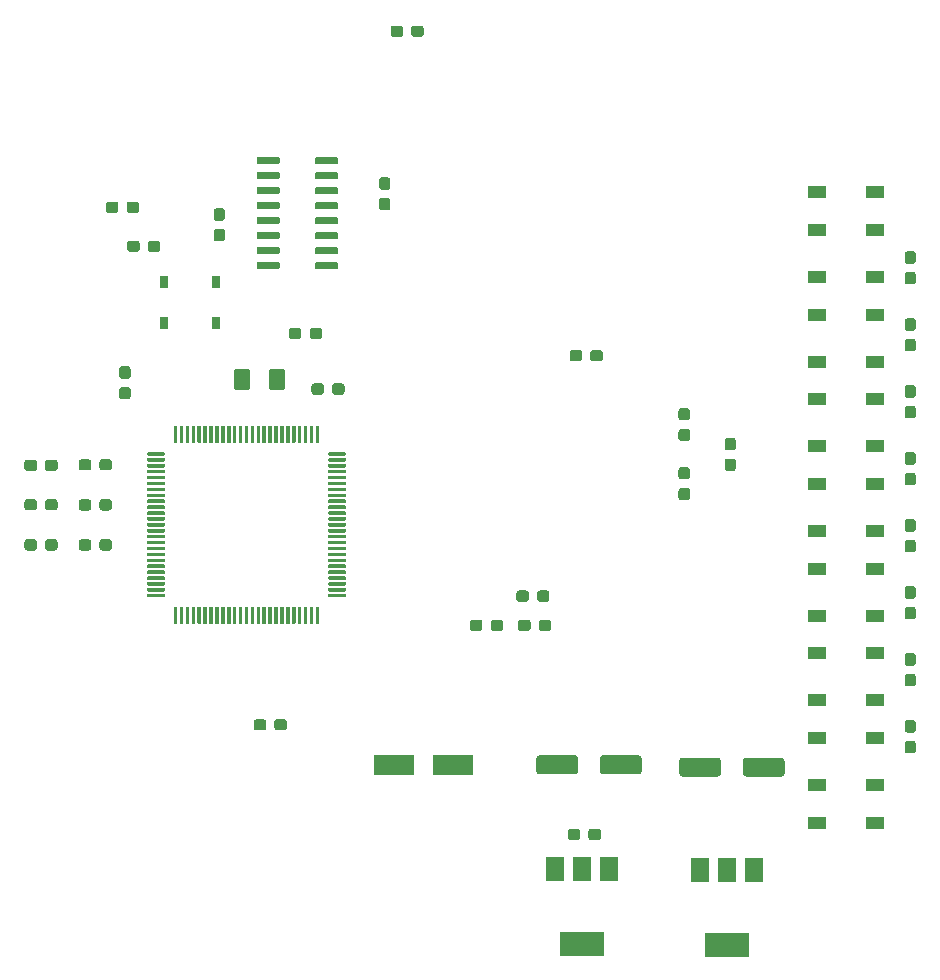
<source format=gbr>
%TF.GenerationSoftware,KiCad,Pcbnew,(5.1.5)-3*%
%TF.CreationDate,2020-03-08T16:26:51+08:00*%
%TF.ProjectId,Misaka,4d697361-6b61-42e6-9b69-6361645f7063,rev?*%
%TF.SameCoordinates,Original*%
%TF.FileFunction,Paste,Top*%
%TF.FilePolarity,Positive*%
%FSLAX46Y46*%
G04 Gerber Fmt 4.6, Leading zero omitted, Abs format (unit mm)*
G04 Created by KiCad (PCBNEW (5.1.5)-3) date 2020-03-08 16:26:51*
%MOMM*%
%LPD*%
G04 APERTURE LIST*
%ADD10R,0.698500X1.099820*%
%ADD11R,1.500000X2.000000*%
%ADD12R,3.800000X2.000000*%
%ADD13C,0.350000*%
%ADD14R,1.500000X1.000000*%
%ADD15R,3.500000X1.800000*%
G04 APERTURE END LIST*
D10*
X46977500Y-56052480D03*
X46977500Y-59547520D03*
X51422500Y-59547520D03*
X51422500Y-56052480D03*
D11*
X97000000Y-105860000D03*
X92400000Y-105860000D03*
X94700000Y-105860000D03*
D12*
X94700000Y-112160000D03*
D11*
X84700000Y-105760000D03*
X80100000Y-105760000D03*
X82400000Y-105760000D03*
D12*
X82400000Y-112060000D03*
D13*
G36*
X61614703Y-45455722D02*
G01*
X61629264Y-45457882D01*
X61643543Y-45461459D01*
X61657403Y-45466418D01*
X61670710Y-45472712D01*
X61683336Y-45480280D01*
X61695159Y-45489048D01*
X61706066Y-45498934D01*
X61715952Y-45509841D01*
X61724720Y-45521664D01*
X61732288Y-45534290D01*
X61738582Y-45547597D01*
X61743541Y-45561457D01*
X61747118Y-45575736D01*
X61749278Y-45590297D01*
X61750000Y-45605000D01*
X61750000Y-45905000D01*
X61749278Y-45919703D01*
X61747118Y-45934264D01*
X61743541Y-45948543D01*
X61738582Y-45962403D01*
X61732288Y-45975710D01*
X61724720Y-45988336D01*
X61715952Y-46000159D01*
X61706066Y-46011066D01*
X61695159Y-46020952D01*
X61683336Y-46029720D01*
X61670710Y-46037288D01*
X61657403Y-46043582D01*
X61643543Y-46048541D01*
X61629264Y-46052118D01*
X61614703Y-46054278D01*
X61600000Y-46055000D01*
X59950000Y-46055000D01*
X59935297Y-46054278D01*
X59920736Y-46052118D01*
X59906457Y-46048541D01*
X59892597Y-46043582D01*
X59879290Y-46037288D01*
X59866664Y-46029720D01*
X59854841Y-46020952D01*
X59843934Y-46011066D01*
X59834048Y-46000159D01*
X59825280Y-45988336D01*
X59817712Y-45975710D01*
X59811418Y-45962403D01*
X59806459Y-45948543D01*
X59802882Y-45934264D01*
X59800722Y-45919703D01*
X59800000Y-45905000D01*
X59800000Y-45605000D01*
X59800722Y-45590297D01*
X59802882Y-45575736D01*
X59806459Y-45561457D01*
X59811418Y-45547597D01*
X59817712Y-45534290D01*
X59825280Y-45521664D01*
X59834048Y-45509841D01*
X59843934Y-45498934D01*
X59854841Y-45489048D01*
X59866664Y-45480280D01*
X59879290Y-45472712D01*
X59892597Y-45466418D01*
X59906457Y-45461459D01*
X59920736Y-45457882D01*
X59935297Y-45455722D01*
X59950000Y-45455000D01*
X61600000Y-45455000D01*
X61614703Y-45455722D01*
G37*
G36*
X61614703Y-46725722D02*
G01*
X61629264Y-46727882D01*
X61643543Y-46731459D01*
X61657403Y-46736418D01*
X61670710Y-46742712D01*
X61683336Y-46750280D01*
X61695159Y-46759048D01*
X61706066Y-46768934D01*
X61715952Y-46779841D01*
X61724720Y-46791664D01*
X61732288Y-46804290D01*
X61738582Y-46817597D01*
X61743541Y-46831457D01*
X61747118Y-46845736D01*
X61749278Y-46860297D01*
X61750000Y-46875000D01*
X61750000Y-47175000D01*
X61749278Y-47189703D01*
X61747118Y-47204264D01*
X61743541Y-47218543D01*
X61738582Y-47232403D01*
X61732288Y-47245710D01*
X61724720Y-47258336D01*
X61715952Y-47270159D01*
X61706066Y-47281066D01*
X61695159Y-47290952D01*
X61683336Y-47299720D01*
X61670710Y-47307288D01*
X61657403Y-47313582D01*
X61643543Y-47318541D01*
X61629264Y-47322118D01*
X61614703Y-47324278D01*
X61600000Y-47325000D01*
X59950000Y-47325000D01*
X59935297Y-47324278D01*
X59920736Y-47322118D01*
X59906457Y-47318541D01*
X59892597Y-47313582D01*
X59879290Y-47307288D01*
X59866664Y-47299720D01*
X59854841Y-47290952D01*
X59843934Y-47281066D01*
X59834048Y-47270159D01*
X59825280Y-47258336D01*
X59817712Y-47245710D01*
X59811418Y-47232403D01*
X59806459Y-47218543D01*
X59802882Y-47204264D01*
X59800722Y-47189703D01*
X59800000Y-47175000D01*
X59800000Y-46875000D01*
X59800722Y-46860297D01*
X59802882Y-46845736D01*
X59806459Y-46831457D01*
X59811418Y-46817597D01*
X59817712Y-46804290D01*
X59825280Y-46791664D01*
X59834048Y-46779841D01*
X59843934Y-46768934D01*
X59854841Y-46759048D01*
X59866664Y-46750280D01*
X59879290Y-46742712D01*
X59892597Y-46736418D01*
X59906457Y-46731459D01*
X59920736Y-46727882D01*
X59935297Y-46725722D01*
X59950000Y-46725000D01*
X61600000Y-46725000D01*
X61614703Y-46725722D01*
G37*
G36*
X61614703Y-47995722D02*
G01*
X61629264Y-47997882D01*
X61643543Y-48001459D01*
X61657403Y-48006418D01*
X61670710Y-48012712D01*
X61683336Y-48020280D01*
X61695159Y-48029048D01*
X61706066Y-48038934D01*
X61715952Y-48049841D01*
X61724720Y-48061664D01*
X61732288Y-48074290D01*
X61738582Y-48087597D01*
X61743541Y-48101457D01*
X61747118Y-48115736D01*
X61749278Y-48130297D01*
X61750000Y-48145000D01*
X61750000Y-48445000D01*
X61749278Y-48459703D01*
X61747118Y-48474264D01*
X61743541Y-48488543D01*
X61738582Y-48502403D01*
X61732288Y-48515710D01*
X61724720Y-48528336D01*
X61715952Y-48540159D01*
X61706066Y-48551066D01*
X61695159Y-48560952D01*
X61683336Y-48569720D01*
X61670710Y-48577288D01*
X61657403Y-48583582D01*
X61643543Y-48588541D01*
X61629264Y-48592118D01*
X61614703Y-48594278D01*
X61600000Y-48595000D01*
X59950000Y-48595000D01*
X59935297Y-48594278D01*
X59920736Y-48592118D01*
X59906457Y-48588541D01*
X59892597Y-48583582D01*
X59879290Y-48577288D01*
X59866664Y-48569720D01*
X59854841Y-48560952D01*
X59843934Y-48551066D01*
X59834048Y-48540159D01*
X59825280Y-48528336D01*
X59817712Y-48515710D01*
X59811418Y-48502403D01*
X59806459Y-48488543D01*
X59802882Y-48474264D01*
X59800722Y-48459703D01*
X59800000Y-48445000D01*
X59800000Y-48145000D01*
X59800722Y-48130297D01*
X59802882Y-48115736D01*
X59806459Y-48101457D01*
X59811418Y-48087597D01*
X59817712Y-48074290D01*
X59825280Y-48061664D01*
X59834048Y-48049841D01*
X59843934Y-48038934D01*
X59854841Y-48029048D01*
X59866664Y-48020280D01*
X59879290Y-48012712D01*
X59892597Y-48006418D01*
X59906457Y-48001459D01*
X59920736Y-47997882D01*
X59935297Y-47995722D01*
X59950000Y-47995000D01*
X61600000Y-47995000D01*
X61614703Y-47995722D01*
G37*
G36*
X61614703Y-49265722D02*
G01*
X61629264Y-49267882D01*
X61643543Y-49271459D01*
X61657403Y-49276418D01*
X61670710Y-49282712D01*
X61683336Y-49290280D01*
X61695159Y-49299048D01*
X61706066Y-49308934D01*
X61715952Y-49319841D01*
X61724720Y-49331664D01*
X61732288Y-49344290D01*
X61738582Y-49357597D01*
X61743541Y-49371457D01*
X61747118Y-49385736D01*
X61749278Y-49400297D01*
X61750000Y-49415000D01*
X61750000Y-49715000D01*
X61749278Y-49729703D01*
X61747118Y-49744264D01*
X61743541Y-49758543D01*
X61738582Y-49772403D01*
X61732288Y-49785710D01*
X61724720Y-49798336D01*
X61715952Y-49810159D01*
X61706066Y-49821066D01*
X61695159Y-49830952D01*
X61683336Y-49839720D01*
X61670710Y-49847288D01*
X61657403Y-49853582D01*
X61643543Y-49858541D01*
X61629264Y-49862118D01*
X61614703Y-49864278D01*
X61600000Y-49865000D01*
X59950000Y-49865000D01*
X59935297Y-49864278D01*
X59920736Y-49862118D01*
X59906457Y-49858541D01*
X59892597Y-49853582D01*
X59879290Y-49847288D01*
X59866664Y-49839720D01*
X59854841Y-49830952D01*
X59843934Y-49821066D01*
X59834048Y-49810159D01*
X59825280Y-49798336D01*
X59817712Y-49785710D01*
X59811418Y-49772403D01*
X59806459Y-49758543D01*
X59802882Y-49744264D01*
X59800722Y-49729703D01*
X59800000Y-49715000D01*
X59800000Y-49415000D01*
X59800722Y-49400297D01*
X59802882Y-49385736D01*
X59806459Y-49371457D01*
X59811418Y-49357597D01*
X59817712Y-49344290D01*
X59825280Y-49331664D01*
X59834048Y-49319841D01*
X59843934Y-49308934D01*
X59854841Y-49299048D01*
X59866664Y-49290280D01*
X59879290Y-49282712D01*
X59892597Y-49276418D01*
X59906457Y-49271459D01*
X59920736Y-49267882D01*
X59935297Y-49265722D01*
X59950000Y-49265000D01*
X61600000Y-49265000D01*
X61614703Y-49265722D01*
G37*
G36*
X61614703Y-50535722D02*
G01*
X61629264Y-50537882D01*
X61643543Y-50541459D01*
X61657403Y-50546418D01*
X61670710Y-50552712D01*
X61683336Y-50560280D01*
X61695159Y-50569048D01*
X61706066Y-50578934D01*
X61715952Y-50589841D01*
X61724720Y-50601664D01*
X61732288Y-50614290D01*
X61738582Y-50627597D01*
X61743541Y-50641457D01*
X61747118Y-50655736D01*
X61749278Y-50670297D01*
X61750000Y-50685000D01*
X61750000Y-50985000D01*
X61749278Y-50999703D01*
X61747118Y-51014264D01*
X61743541Y-51028543D01*
X61738582Y-51042403D01*
X61732288Y-51055710D01*
X61724720Y-51068336D01*
X61715952Y-51080159D01*
X61706066Y-51091066D01*
X61695159Y-51100952D01*
X61683336Y-51109720D01*
X61670710Y-51117288D01*
X61657403Y-51123582D01*
X61643543Y-51128541D01*
X61629264Y-51132118D01*
X61614703Y-51134278D01*
X61600000Y-51135000D01*
X59950000Y-51135000D01*
X59935297Y-51134278D01*
X59920736Y-51132118D01*
X59906457Y-51128541D01*
X59892597Y-51123582D01*
X59879290Y-51117288D01*
X59866664Y-51109720D01*
X59854841Y-51100952D01*
X59843934Y-51091066D01*
X59834048Y-51080159D01*
X59825280Y-51068336D01*
X59817712Y-51055710D01*
X59811418Y-51042403D01*
X59806459Y-51028543D01*
X59802882Y-51014264D01*
X59800722Y-50999703D01*
X59800000Y-50985000D01*
X59800000Y-50685000D01*
X59800722Y-50670297D01*
X59802882Y-50655736D01*
X59806459Y-50641457D01*
X59811418Y-50627597D01*
X59817712Y-50614290D01*
X59825280Y-50601664D01*
X59834048Y-50589841D01*
X59843934Y-50578934D01*
X59854841Y-50569048D01*
X59866664Y-50560280D01*
X59879290Y-50552712D01*
X59892597Y-50546418D01*
X59906457Y-50541459D01*
X59920736Y-50537882D01*
X59935297Y-50535722D01*
X59950000Y-50535000D01*
X61600000Y-50535000D01*
X61614703Y-50535722D01*
G37*
G36*
X61614703Y-51805722D02*
G01*
X61629264Y-51807882D01*
X61643543Y-51811459D01*
X61657403Y-51816418D01*
X61670710Y-51822712D01*
X61683336Y-51830280D01*
X61695159Y-51839048D01*
X61706066Y-51848934D01*
X61715952Y-51859841D01*
X61724720Y-51871664D01*
X61732288Y-51884290D01*
X61738582Y-51897597D01*
X61743541Y-51911457D01*
X61747118Y-51925736D01*
X61749278Y-51940297D01*
X61750000Y-51955000D01*
X61750000Y-52255000D01*
X61749278Y-52269703D01*
X61747118Y-52284264D01*
X61743541Y-52298543D01*
X61738582Y-52312403D01*
X61732288Y-52325710D01*
X61724720Y-52338336D01*
X61715952Y-52350159D01*
X61706066Y-52361066D01*
X61695159Y-52370952D01*
X61683336Y-52379720D01*
X61670710Y-52387288D01*
X61657403Y-52393582D01*
X61643543Y-52398541D01*
X61629264Y-52402118D01*
X61614703Y-52404278D01*
X61600000Y-52405000D01*
X59950000Y-52405000D01*
X59935297Y-52404278D01*
X59920736Y-52402118D01*
X59906457Y-52398541D01*
X59892597Y-52393582D01*
X59879290Y-52387288D01*
X59866664Y-52379720D01*
X59854841Y-52370952D01*
X59843934Y-52361066D01*
X59834048Y-52350159D01*
X59825280Y-52338336D01*
X59817712Y-52325710D01*
X59811418Y-52312403D01*
X59806459Y-52298543D01*
X59802882Y-52284264D01*
X59800722Y-52269703D01*
X59800000Y-52255000D01*
X59800000Y-51955000D01*
X59800722Y-51940297D01*
X59802882Y-51925736D01*
X59806459Y-51911457D01*
X59811418Y-51897597D01*
X59817712Y-51884290D01*
X59825280Y-51871664D01*
X59834048Y-51859841D01*
X59843934Y-51848934D01*
X59854841Y-51839048D01*
X59866664Y-51830280D01*
X59879290Y-51822712D01*
X59892597Y-51816418D01*
X59906457Y-51811459D01*
X59920736Y-51807882D01*
X59935297Y-51805722D01*
X59950000Y-51805000D01*
X61600000Y-51805000D01*
X61614703Y-51805722D01*
G37*
G36*
X61614703Y-53075722D02*
G01*
X61629264Y-53077882D01*
X61643543Y-53081459D01*
X61657403Y-53086418D01*
X61670710Y-53092712D01*
X61683336Y-53100280D01*
X61695159Y-53109048D01*
X61706066Y-53118934D01*
X61715952Y-53129841D01*
X61724720Y-53141664D01*
X61732288Y-53154290D01*
X61738582Y-53167597D01*
X61743541Y-53181457D01*
X61747118Y-53195736D01*
X61749278Y-53210297D01*
X61750000Y-53225000D01*
X61750000Y-53525000D01*
X61749278Y-53539703D01*
X61747118Y-53554264D01*
X61743541Y-53568543D01*
X61738582Y-53582403D01*
X61732288Y-53595710D01*
X61724720Y-53608336D01*
X61715952Y-53620159D01*
X61706066Y-53631066D01*
X61695159Y-53640952D01*
X61683336Y-53649720D01*
X61670710Y-53657288D01*
X61657403Y-53663582D01*
X61643543Y-53668541D01*
X61629264Y-53672118D01*
X61614703Y-53674278D01*
X61600000Y-53675000D01*
X59950000Y-53675000D01*
X59935297Y-53674278D01*
X59920736Y-53672118D01*
X59906457Y-53668541D01*
X59892597Y-53663582D01*
X59879290Y-53657288D01*
X59866664Y-53649720D01*
X59854841Y-53640952D01*
X59843934Y-53631066D01*
X59834048Y-53620159D01*
X59825280Y-53608336D01*
X59817712Y-53595710D01*
X59811418Y-53582403D01*
X59806459Y-53568543D01*
X59802882Y-53554264D01*
X59800722Y-53539703D01*
X59800000Y-53525000D01*
X59800000Y-53225000D01*
X59800722Y-53210297D01*
X59802882Y-53195736D01*
X59806459Y-53181457D01*
X59811418Y-53167597D01*
X59817712Y-53154290D01*
X59825280Y-53141664D01*
X59834048Y-53129841D01*
X59843934Y-53118934D01*
X59854841Y-53109048D01*
X59866664Y-53100280D01*
X59879290Y-53092712D01*
X59892597Y-53086418D01*
X59906457Y-53081459D01*
X59920736Y-53077882D01*
X59935297Y-53075722D01*
X59950000Y-53075000D01*
X61600000Y-53075000D01*
X61614703Y-53075722D01*
G37*
G36*
X61614703Y-54345722D02*
G01*
X61629264Y-54347882D01*
X61643543Y-54351459D01*
X61657403Y-54356418D01*
X61670710Y-54362712D01*
X61683336Y-54370280D01*
X61695159Y-54379048D01*
X61706066Y-54388934D01*
X61715952Y-54399841D01*
X61724720Y-54411664D01*
X61732288Y-54424290D01*
X61738582Y-54437597D01*
X61743541Y-54451457D01*
X61747118Y-54465736D01*
X61749278Y-54480297D01*
X61750000Y-54495000D01*
X61750000Y-54795000D01*
X61749278Y-54809703D01*
X61747118Y-54824264D01*
X61743541Y-54838543D01*
X61738582Y-54852403D01*
X61732288Y-54865710D01*
X61724720Y-54878336D01*
X61715952Y-54890159D01*
X61706066Y-54901066D01*
X61695159Y-54910952D01*
X61683336Y-54919720D01*
X61670710Y-54927288D01*
X61657403Y-54933582D01*
X61643543Y-54938541D01*
X61629264Y-54942118D01*
X61614703Y-54944278D01*
X61600000Y-54945000D01*
X59950000Y-54945000D01*
X59935297Y-54944278D01*
X59920736Y-54942118D01*
X59906457Y-54938541D01*
X59892597Y-54933582D01*
X59879290Y-54927288D01*
X59866664Y-54919720D01*
X59854841Y-54910952D01*
X59843934Y-54901066D01*
X59834048Y-54890159D01*
X59825280Y-54878336D01*
X59817712Y-54865710D01*
X59811418Y-54852403D01*
X59806459Y-54838543D01*
X59802882Y-54824264D01*
X59800722Y-54809703D01*
X59800000Y-54795000D01*
X59800000Y-54495000D01*
X59800722Y-54480297D01*
X59802882Y-54465736D01*
X59806459Y-54451457D01*
X59811418Y-54437597D01*
X59817712Y-54424290D01*
X59825280Y-54411664D01*
X59834048Y-54399841D01*
X59843934Y-54388934D01*
X59854841Y-54379048D01*
X59866664Y-54370280D01*
X59879290Y-54362712D01*
X59892597Y-54356418D01*
X59906457Y-54351459D01*
X59920736Y-54347882D01*
X59935297Y-54345722D01*
X59950000Y-54345000D01*
X61600000Y-54345000D01*
X61614703Y-54345722D01*
G37*
G36*
X56664703Y-54345722D02*
G01*
X56679264Y-54347882D01*
X56693543Y-54351459D01*
X56707403Y-54356418D01*
X56720710Y-54362712D01*
X56733336Y-54370280D01*
X56745159Y-54379048D01*
X56756066Y-54388934D01*
X56765952Y-54399841D01*
X56774720Y-54411664D01*
X56782288Y-54424290D01*
X56788582Y-54437597D01*
X56793541Y-54451457D01*
X56797118Y-54465736D01*
X56799278Y-54480297D01*
X56800000Y-54495000D01*
X56800000Y-54795000D01*
X56799278Y-54809703D01*
X56797118Y-54824264D01*
X56793541Y-54838543D01*
X56788582Y-54852403D01*
X56782288Y-54865710D01*
X56774720Y-54878336D01*
X56765952Y-54890159D01*
X56756066Y-54901066D01*
X56745159Y-54910952D01*
X56733336Y-54919720D01*
X56720710Y-54927288D01*
X56707403Y-54933582D01*
X56693543Y-54938541D01*
X56679264Y-54942118D01*
X56664703Y-54944278D01*
X56650000Y-54945000D01*
X55000000Y-54945000D01*
X54985297Y-54944278D01*
X54970736Y-54942118D01*
X54956457Y-54938541D01*
X54942597Y-54933582D01*
X54929290Y-54927288D01*
X54916664Y-54919720D01*
X54904841Y-54910952D01*
X54893934Y-54901066D01*
X54884048Y-54890159D01*
X54875280Y-54878336D01*
X54867712Y-54865710D01*
X54861418Y-54852403D01*
X54856459Y-54838543D01*
X54852882Y-54824264D01*
X54850722Y-54809703D01*
X54850000Y-54795000D01*
X54850000Y-54495000D01*
X54850722Y-54480297D01*
X54852882Y-54465736D01*
X54856459Y-54451457D01*
X54861418Y-54437597D01*
X54867712Y-54424290D01*
X54875280Y-54411664D01*
X54884048Y-54399841D01*
X54893934Y-54388934D01*
X54904841Y-54379048D01*
X54916664Y-54370280D01*
X54929290Y-54362712D01*
X54942597Y-54356418D01*
X54956457Y-54351459D01*
X54970736Y-54347882D01*
X54985297Y-54345722D01*
X55000000Y-54345000D01*
X56650000Y-54345000D01*
X56664703Y-54345722D01*
G37*
G36*
X56664703Y-53075722D02*
G01*
X56679264Y-53077882D01*
X56693543Y-53081459D01*
X56707403Y-53086418D01*
X56720710Y-53092712D01*
X56733336Y-53100280D01*
X56745159Y-53109048D01*
X56756066Y-53118934D01*
X56765952Y-53129841D01*
X56774720Y-53141664D01*
X56782288Y-53154290D01*
X56788582Y-53167597D01*
X56793541Y-53181457D01*
X56797118Y-53195736D01*
X56799278Y-53210297D01*
X56800000Y-53225000D01*
X56800000Y-53525000D01*
X56799278Y-53539703D01*
X56797118Y-53554264D01*
X56793541Y-53568543D01*
X56788582Y-53582403D01*
X56782288Y-53595710D01*
X56774720Y-53608336D01*
X56765952Y-53620159D01*
X56756066Y-53631066D01*
X56745159Y-53640952D01*
X56733336Y-53649720D01*
X56720710Y-53657288D01*
X56707403Y-53663582D01*
X56693543Y-53668541D01*
X56679264Y-53672118D01*
X56664703Y-53674278D01*
X56650000Y-53675000D01*
X55000000Y-53675000D01*
X54985297Y-53674278D01*
X54970736Y-53672118D01*
X54956457Y-53668541D01*
X54942597Y-53663582D01*
X54929290Y-53657288D01*
X54916664Y-53649720D01*
X54904841Y-53640952D01*
X54893934Y-53631066D01*
X54884048Y-53620159D01*
X54875280Y-53608336D01*
X54867712Y-53595710D01*
X54861418Y-53582403D01*
X54856459Y-53568543D01*
X54852882Y-53554264D01*
X54850722Y-53539703D01*
X54850000Y-53525000D01*
X54850000Y-53225000D01*
X54850722Y-53210297D01*
X54852882Y-53195736D01*
X54856459Y-53181457D01*
X54861418Y-53167597D01*
X54867712Y-53154290D01*
X54875280Y-53141664D01*
X54884048Y-53129841D01*
X54893934Y-53118934D01*
X54904841Y-53109048D01*
X54916664Y-53100280D01*
X54929290Y-53092712D01*
X54942597Y-53086418D01*
X54956457Y-53081459D01*
X54970736Y-53077882D01*
X54985297Y-53075722D01*
X55000000Y-53075000D01*
X56650000Y-53075000D01*
X56664703Y-53075722D01*
G37*
G36*
X56664703Y-51805722D02*
G01*
X56679264Y-51807882D01*
X56693543Y-51811459D01*
X56707403Y-51816418D01*
X56720710Y-51822712D01*
X56733336Y-51830280D01*
X56745159Y-51839048D01*
X56756066Y-51848934D01*
X56765952Y-51859841D01*
X56774720Y-51871664D01*
X56782288Y-51884290D01*
X56788582Y-51897597D01*
X56793541Y-51911457D01*
X56797118Y-51925736D01*
X56799278Y-51940297D01*
X56800000Y-51955000D01*
X56800000Y-52255000D01*
X56799278Y-52269703D01*
X56797118Y-52284264D01*
X56793541Y-52298543D01*
X56788582Y-52312403D01*
X56782288Y-52325710D01*
X56774720Y-52338336D01*
X56765952Y-52350159D01*
X56756066Y-52361066D01*
X56745159Y-52370952D01*
X56733336Y-52379720D01*
X56720710Y-52387288D01*
X56707403Y-52393582D01*
X56693543Y-52398541D01*
X56679264Y-52402118D01*
X56664703Y-52404278D01*
X56650000Y-52405000D01*
X55000000Y-52405000D01*
X54985297Y-52404278D01*
X54970736Y-52402118D01*
X54956457Y-52398541D01*
X54942597Y-52393582D01*
X54929290Y-52387288D01*
X54916664Y-52379720D01*
X54904841Y-52370952D01*
X54893934Y-52361066D01*
X54884048Y-52350159D01*
X54875280Y-52338336D01*
X54867712Y-52325710D01*
X54861418Y-52312403D01*
X54856459Y-52298543D01*
X54852882Y-52284264D01*
X54850722Y-52269703D01*
X54850000Y-52255000D01*
X54850000Y-51955000D01*
X54850722Y-51940297D01*
X54852882Y-51925736D01*
X54856459Y-51911457D01*
X54861418Y-51897597D01*
X54867712Y-51884290D01*
X54875280Y-51871664D01*
X54884048Y-51859841D01*
X54893934Y-51848934D01*
X54904841Y-51839048D01*
X54916664Y-51830280D01*
X54929290Y-51822712D01*
X54942597Y-51816418D01*
X54956457Y-51811459D01*
X54970736Y-51807882D01*
X54985297Y-51805722D01*
X55000000Y-51805000D01*
X56650000Y-51805000D01*
X56664703Y-51805722D01*
G37*
G36*
X56664703Y-50535722D02*
G01*
X56679264Y-50537882D01*
X56693543Y-50541459D01*
X56707403Y-50546418D01*
X56720710Y-50552712D01*
X56733336Y-50560280D01*
X56745159Y-50569048D01*
X56756066Y-50578934D01*
X56765952Y-50589841D01*
X56774720Y-50601664D01*
X56782288Y-50614290D01*
X56788582Y-50627597D01*
X56793541Y-50641457D01*
X56797118Y-50655736D01*
X56799278Y-50670297D01*
X56800000Y-50685000D01*
X56800000Y-50985000D01*
X56799278Y-50999703D01*
X56797118Y-51014264D01*
X56793541Y-51028543D01*
X56788582Y-51042403D01*
X56782288Y-51055710D01*
X56774720Y-51068336D01*
X56765952Y-51080159D01*
X56756066Y-51091066D01*
X56745159Y-51100952D01*
X56733336Y-51109720D01*
X56720710Y-51117288D01*
X56707403Y-51123582D01*
X56693543Y-51128541D01*
X56679264Y-51132118D01*
X56664703Y-51134278D01*
X56650000Y-51135000D01*
X55000000Y-51135000D01*
X54985297Y-51134278D01*
X54970736Y-51132118D01*
X54956457Y-51128541D01*
X54942597Y-51123582D01*
X54929290Y-51117288D01*
X54916664Y-51109720D01*
X54904841Y-51100952D01*
X54893934Y-51091066D01*
X54884048Y-51080159D01*
X54875280Y-51068336D01*
X54867712Y-51055710D01*
X54861418Y-51042403D01*
X54856459Y-51028543D01*
X54852882Y-51014264D01*
X54850722Y-50999703D01*
X54850000Y-50985000D01*
X54850000Y-50685000D01*
X54850722Y-50670297D01*
X54852882Y-50655736D01*
X54856459Y-50641457D01*
X54861418Y-50627597D01*
X54867712Y-50614290D01*
X54875280Y-50601664D01*
X54884048Y-50589841D01*
X54893934Y-50578934D01*
X54904841Y-50569048D01*
X54916664Y-50560280D01*
X54929290Y-50552712D01*
X54942597Y-50546418D01*
X54956457Y-50541459D01*
X54970736Y-50537882D01*
X54985297Y-50535722D01*
X55000000Y-50535000D01*
X56650000Y-50535000D01*
X56664703Y-50535722D01*
G37*
G36*
X56664703Y-49265722D02*
G01*
X56679264Y-49267882D01*
X56693543Y-49271459D01*
X56707403Y-49276418D01*
X56720710Y-49282712D01*
X56733336Y-49290280D01*
X56745159Y-49299048D01*
X56756066Y-49308934D01*
X56765952Y-49319841D01*
X56774720Y-49331664D01*
X56782288Y-49344290D01*
X56788582Y-49357597D01*
X56793541Y-49371457D01*
X56797118Y-49385736D01*
X56799278Y-49400297D01*
X56800000Y-49415000D01*
X56800000Y-49715000D01*
X56799278Y-49729703D01*
X56797118Y-49744264D01*
X56793541Y-49758543D01*
X56788582Y-49772403D01*
X56782288Y-49785710D01*
X56774720Y-49798336D01*
X56765952Y-49810159D01*
X56756066Y-49821066D01*
X56745159Y-49830952D01*
X56733336Y-49839720D01*
X56720710Y-49847288D01*
X56707403Y-49853582D01*
X56693543Y-49858541D01*
X56679264Y-49862118D01*
X56664703Y-49864278D01*
X56650000Y-49865000D01*
X55000000Y-49865000D01*
X54985297Y-49864278D01*
X54970736Y-49862118D01*
X54956457Y-49858541D01*
X54942597Y-49853582D01*
X54929290Y-49847288D01*
X54916664Y-49839720D01*
X54904841Y-49830952D01*
X54893934Y-49821066D01*
X54884048Y-49810159D01*
X54875280Y-49798336D01*
X54867712Y-49785710D01*
X54861418Y-49772403D01*
X54856459Y-49758543D01*
X54852882Y-49744264D01*
X54850722Y-49729703D01*
X54850000Y-49715000D01*
X54850000Y-49415000D01*
X54850722Y-49400297D01*
X54852882Y-49385736D01*
X54856459Y-49371457D01*
X54861418Y-49357597D01*
X54867712Y-49344290D01*
X54875280Y-49331664D01*
X54884048Y-49319841D01*
X54893934Y-49308934D01*
X54904841Y-49299048D01*
X54916664Y-49290280D01*
X54929290Y-49282712D01*
X54942597Y-49276418D01*
X54956457Y-49271459D01*
X54970736Y-49267882D01*
X54985297Y-49265722D01*
X55000000Y-49265000D01*
X56650000Y-49265000D01*
X56664703Y-49265722D01*
G37*
G36*
X56664703Y-47995722D02*
G01*
X56679264Y-47997882D01*
X56693543Y-48001459D01*
X56707403Y-48006418D01*
X56720710Y-48012712D01*
X56733336Y-48020280D01*
X56745159Y-48029048D01*
X56756066Y-48038934D01*
X56765952Y-48049841D01*
X56774720Y-48061664D01*
X56782288Y-48074290D01*
X56788582Y-48087597D01*
X56793541Y-48101457D01*
X56797118Y-48115736D01*
X56799278Y-48130297D01*
X56800000Y-48145000D01*
X56800000Y-48445000D01*
X56799278Y-48459703D01*
X56797118Y-48474264D01*
X56793541Y-48488543D01*
X56788582Y-48502403D01*
X56782288Y-48515710D01*
X56774720Y-48528336D01*
X56765952Y-48540159D01*
X56756066Y-48551066D01*
X56745159Y-48560952D01*
X56733336Y-48569720D01*
X56720710Y-48577288D01*
X56707403Y-48583582D01*
X56693543Y-48588541D01*
X56679264Y-48592118D01*
X56664703Y-48594278D01*
X56650000Y-48595000D01*
X55000000Y-48595000D01*
X54985297Y-48594278D01*
X54970736Y-48592118D01*
X54956457Y-48588541D01*
X54942597Y-48583582D01*
X54929290Y-48577288D01*
X54916664Y-48569720D01*
X54904841Y-48560952D01*
X54893934Y-48551066D01*
X54884048Y-48540159D01*
X54875280Y-48528336D01*
X54867712Y-48515710D01*
X54861418Y-48502403D01*
X54856459Y-48488543D01*
X54852882Y-48474264D01*
X54850722Y-48459703D01*
X54850000Y-48445000D01*
X54850000Y-48145000D01*
X54850722Y-48130297D01*
X54852882Y-48115736D01*
X54856459Y-48101457D01*
X54861418Y-48087597D01*
X54867712Y-48074290D01*
X54875280Y-48061664D01*
X54884048Y-48049841D01*
X54893934Y-48038934D01*
X54904841Y-48029048D01*
X54916664Y-48020280D01*
X54929290Y-48012712D01*
X54942597Y-48006418D01*
X54956457Y-48001459D01*
X54970736Y-47997882D01*
X54985297Y-47995722D01*
X55000000Y-47995000D01*
X56650000Y-47995000D01*
X56664703Y-47995722D01*
G37*
G36*
X56664703Y-46725722D02*
G01*
X56679264Y-46727882D01*
X56693543Y-46731459D01*
X56707403Y-46736418D01*
X56720710Y-46742712D01*
X56733336Y-46750280D01*
X56745159Y-46759048D01*
X56756066Y-46768934D01*
X56765952Y-46779841D01*
X56774720Y-46791664D01*
X56782288Y-46804290D01*
X56788582Y-46817597D01*
X56793541Y-46831457D01*
X56797118Y-46845736D01*
X56799278Y-46860297D01*
X56800000Y-46875000D01*
X56800000Y-47175000D01*
X56799278Y-47189703D01*
X56797118Y-47204264D01*
X56793541Y-47218543D01*
X56788582Y-47232403D01*
X56782288Y-47245710D01*
X56774720Y-47258336D01*
X56765952Y-47270159D01*
X56756066Y-47281066D01*
X56745159Y-47290952D01*
X56733336Y-47299720D01*
X56720710Y-47307288D01*
X56707403Y-47313582D01*
X56693543Y-47318541D01*
X56679264Y-47322118D01*
X56664703Y-47324278D01*
X56650000Y-47325000D01*
X55000000Y-47325000D01*
X54985297Y-47324278D01*
X54970736Y-47322118D01*
X54956457Y-47318541D01*
X54942597Y-47313582D01*
X54929290Y-47307288D01*
X54916664Y-47299720D01*
X54904841Y-47290952D01*
X54893934Y-47281066D01*
X54884048Y-47270159D01*
X54875280Y-47258336D01*
X54867712Y-47245710D01*
X54861418Y-47232403D01*
X54856459Y-47218543D01*
X54852882Y-47204264D01*
X54850722Y-47189703D01*
X54850000Y-47175000D01*
X54850000Y-46875000D01*
X54850722Y-46860297D01*
X54852882Y-46845736D01*
X54856459Y-46831457D01*
X54861418Y-46817597D01*
X54867712Y-46804290D01*
X54875280Y-46791664D01*
X54884048Y-46779841D01*
X54893934Y-46768934D01*
X54904841Y-46759048D01*
X54916664Y-46750280D01*
X54929290Y-46742712D01*
X54942597Y-46736418D01*
X54956457Y-46731459D01*
X54970736Y-46727882D01*
X54985297Y-46725722D01*
X55000000Y-46725000D01*
X56650000Y-46725000D01*
X56664703Y-46725722D01*
G37*
G36*
X56664703Y-45455722D02*
G01*
X56679264Y-45457882D01*
X56693543Y-45461459D01*
X56707403Y-45466418D01*
X56720710Y-45472712D01*
X56733336Y-45480280D01*
X56745159Y-45489048D01*
X56756066Y-45498934D01*
X56765952Y-45509841D01*
X56774720Y-45521664D01*
X56782288Y-45534290D01*
X56788582Y-45547597D01*
X56793541Y-45561457D01*
X56797118Y-45575736D01*
X56799278Y-45590297D01*
X56800000Y-45605000D01*
X56800000Y-45905000D01*
X56799278Y-45919703D01*
X56797118Y-45934264D01*
X56793541Y-45948543D01*
X56788582Y-45962403D01*
X56782288Y-45975710D01*
X56774720Y-45988336D01*
X56765952Y-46000159D01*
X56756066Y-46011066D01*
X56745159Y-46020952D01*
X56733336Y-46029720D01*
X56720710Y-46037288D01*
X56707403Y-46043582D01*
X56693543Y-46048541D01*
X56679264Y-46052118D01*
X56664703Y-46054278D01*
X56650000Y-46055000D01*
X55000000Y-46055000D01*
X54985297Y-46054278D01*
X54970736Y-46052118D01*
X54956457Y-46048541D01*
X54942597Y-46043582D01*
X54929290Y-46037288D01*
X54916664Y-46029720D01*
X54904841Y-46020952D01*
X54893934Y-46011066D01*
X54884048Y-46000159D01*
X54875280Y-45988336D01*
X54867712Y-45975710D01*
X54861418Y-45962403D01*
X54856459Y-45948543D01*
X54852882Y-45934264D01*
X54850722Y-45919703D01*
X54850000Y-45905000D01*
X54850000Y-45605000D01*
X54850722Y-45590297D01*
X54852882Y-45575736D01*
X54856459Y-45561457D01*
X54861418Y-45547597D01*
X54867712Y-45534290D01*
X54875280Y-45521664D01*
X54884048Y-45509841D01*
X54893934Y-45498934D01*
X54904841Y-45489048D01*
X54916664Y-45480280D01*
X54929290Y-45472712D01*
X54942597Y-45466418D01*
X54956457Y-45461459D01*
X54970736Y-45457882D01*
X54985297Y-45455722D01*
X55000000Y-45455000D01*
X56650000Y-45455000D01*
X56664703Y-45455722D01*
G37*
G36*
X48082351Y-68200361D02*
G01*
X48089632Y-68201441D01*
X48096771Y-68203229D01*
X48103701Y-68205709D01*
X48110355Y-68208856D01*
X48116668Y-68212640D01*
X48122579Y-68217024D01*
X48128033Y-68221967D01*
X48132976Y-68227421D01*
X48137360Y-68233332D01*
X48141144Y-68239645D01*
X48144291Y-68246299D01*
X48146771Y-68253229D01*
X48148559Y-68260368D01*
X48149639Y-68267649D01*
X48150000Y-68275000D01*
X48150000Y-69600000D01*
X48149639Y-69607351D01*
X48148559Y-69614632D01*
X48146771Y-69621771D01*
X48144291Y-69628701D01*
X48141144Y-69635355D01*
X48137360Y-69641668D01*
X48132976Y-69647579D01*
X48128033Y-69653033D01*
X48122579Y-69657976D01*
X48116668Y-69662360D01*
X48110355Y-69666144D01*
X48103701Y-69669291D01*
X48096771Y-69671771D01*
X48089632Y-69673559D01*
X48082351Y-69674639D01*
X48075000Y-69675000D01*
X47925000Y-69675000D01*
X47917649Y-69674639D01*
X47910368Y-69673559D01*
X47903229Y-69671771D01*
X47896299Y-69669291D01*
X47889645Y-69666144D01*
X47883332Y-69662360D01*
X47877421Y-69657976D01*
X47871967Y-69653033D01*
X47867024Y-69647579D01*
X47862640Y-69641668D01*
X47858856Y-69635355D01*
X47855709Y-69628701D01*
X47853229Y-69621771D01*
X47851441Y-69614632D01*
X47850361Y-69607351D01*
X47850000Y-69600000D01*
X47850000Y-68275000D01*
X47850361Y-68267649D01*
X47851441Y-68260368D01*
X47853229Y-68253229D01*
X47855709Y-68246299D01*
X47858856Y-68239645D01*
X47862640Y-68233332D01*
X47867024Y-68227421D01*
X47871967Y-68221967D01*
X47877421Y-68217024D01*
X47883332Y-68212640D01*
X47889645Y-68208856D01*
X47896299Y-68205709D01*
X47903229Y-68203229D01*
X47910368Y-68201441D01*
X47917649Y-68200361D01*
X47925000Y-68200000D01*
X48075000Y-68200000D01*
X48082351Y-68200361D01*
G37*
G36*
X48582351Y-68200361D02*
G01*
X48589632Y-68201441D01*
X48596771Y-68203229D01*
X48603701Y-68205709D01*
X48610355Y-68208856D01*
X48616668Y-68212640D01*
X48622579Y-68217024D01*
X48628033Y-68221967D01*
X48632976Y-68227421D01*
X48637360Y-68233332D01*
X48641144Y-68239645D01*
X48644291Y-68246299D01*
X48646771Y-68253229D01*
X48648559Y-68260368D01*
X48649639Y-68267649D01*
X48650000Y-68275000D01*
X48650000Y-69600000D01*
X48649639Y-69607351D01*
X48648559Y-69614632D01*
X48646771Y-69621771D01*
X48644291Y-69628701D01*
X48641144Y-69635355D01*
X48637360Y-69641668D01*
X48632976Y-69647579D01*
X48628033Y-69653033D01*
X48622579Y-69657976D01*
X48616668Y-69662360D01*
X48610355Y-69666144D01*
X48603701Y-69669291D01*
X48596771Y-69671771D01*
X48589632Y-69673559D01*
X48582351Y-69674639D01*
X48575000Y-69675000D01*
X48425000Y-69675000D01*
X48417649Y-69674639D01*
X48410368Y-69673559D01*
X48403229Y-69671771D01*
X48396299Y-69669291D01*
X48389645Y-69666144D01*
X48383332Y-69662360D01*
X48377421Y-69657976D01*
X48371967Y-69653033D01*
X48367024Y-69647579D01*
X48362640Y-69641668D01*
X48358856Y-69635355D01*
X48355709Y-69628701D01*
X48353229Y-69621771D01*
X48351441Y-69614632D01*
X48350361Y-69607351D01*
X48350000Y-69600000D01*
X48350000Y-68275000D01*
X48350361Y-68267649D01*
X48351441Y-68260368D01*
X48353229Y-68253229D01*
X48355709Y-68246299D01*
X48358856Y-68239645D01*
X48362640Y-68233332D01*
X48367024Y-68227421D01*
X48371967Y-68221967D01*
X48377421Y-68217024D01*
X48383332Y-68212640D01*
X48389645Y-68208856D01*
X48396299Y-68205709D01*
X48403229Y-68203229D01*
X48410368Y-68201441D01*
X48417649Y-68200361D01*
X48425000Y-68200000D01*
X48575000Y-68200000D01*
X48582351Y-68200361D01*
G37*
G36*
X49082351Y-68200361D02*
G01*
X49089632Y-68201441D01*
X49096771Y-68203229D01*
X49103701Y-68205709D01*
X49110355Y-68208856D01*
X49116668Y-68212640D01*
X49122579Y-68217024D01*
X49128033Y-68221967D01*
X49132976Y-68227421D01*
X49137360Y-68233332D01*
X49141144Y-68239645D01*
X49144291Y-68246299D01*
X49146771Y-68253229D01*
X49148559Y-68260368D01*
X49149639Y-68267649D01*
X49150000Y-68275000D01*
X49150000Y-69600000D01*
X49149639Y-69607351D01*
X49148559Y-69614632D01*
X49146771Y-69621771D01*
X49144291Y-69628701D01*
X49141144Y-69635355D01*
X49137360Y-69641668D01*
X49132976Y-69647579D01*
X49128033Y-69653033D01*
X49122579Y-69657976D01*
X49116668Y-69662360D01*
X49110355Y-69666144D01*
X49103701Y-69669291D01*
X49096771Y-69671771D01*
X49089632Y-69673559D01*
X49082351Y-69674639D01*
X49075000Y-69675000D01*
X48925000Y-69675000D01*
X48917649Y-69674639D01*
X48910368Y-69673559D01*
X48903229Y-69671771D01*
X48896299Y-69669291D01*
X48889645Y-69666144D01*
X48883332Y-69662360D01*
X48877421Y-69657976D01*
X48871967Y-69653033D01*
X48867024Y-69647579D01*
X48862640Y-69641668D01*
X48858856Y-69635355D01*
X48855709Y-69628701D01*
X48853229Y-69621771D01*
X48851441Y-69614632D01*
X48850361Y-69607351D01*
X48850000Y-69600000D01*
X48850000Y-68275000D01*
X48850361Y-68267649D01*
X48851441Y-68260368D01*
X48853229Y-68253229D01*
X48855709Y-68246299D01*
X48858856Y-68239645D01*
X48862640Y-68233332D01*
X48867024Y-68227421D01*
X48871967Y-68221967D01*
X48877421Y-68217024D01*
X48883332Y-68212640D01*
X48889645Y-68208856D01*
X48896299Y-68205709D01*
X48903229Y-68203229D01*
X48910368Y-68201441D01*
X48917649Y-68200361D01*
X48925000Y-68200000D01*
X49075000Y-68200000D01*
X49082351Y-68200361D01*
G37*
G36*
X49582351Y-68200361D02*
G01*
X49589632Y-68201441D01*
X49596771Y-68203229D01*
X49603701Y-68205709D01*
X49610355Y-68208856D01*
X49616668Y-68212640D01*
X49622579Y-68217024D01*
X49628033Y-68221967D01*
X49632976Y-68227421D01*
X49637360Y-68233332D01*
X49641144Y-68239645D01*
X49644291Y-68246299D01*
X49646771Y-68253229D01*
X49648559Y-68260368D01*
X49649639Y-68267649D01*
X49650000Y-68275000D01*
X49650000Y-69600000D01*
X49649639Y-69607351D01*
X49648559Y-69614632D01*
X49646771Y-69621771D01*
X49644291Y-69628701D01*
X49641144Y-69635355D01*
X49637360Y-69641668D01*
X49632976Y-69647579D01*
X49628033Y-69653033D01*
X49622579Y-69657976D01*
X49616668Y-69662360D01*
X49610355Y-69666144D01*
X49603701Y-69669291D01*
X49596771Y-69671771D01*
X49589632Y-69673559D01*
X49582351Y-69674639D01*
X49575000Y-69675000D01*
X49425000Y-69675000D01*
X49417649Y-69674639D01*
X49410368Y-69673559D01*
X49403229Y-69671771D01*
X49396299Y-69669291D01*
X49389645Y-69666144D01*
X49383332Y-69662360D01*
X49377421Y-69657976D01*
X49371967Y-69653033D01*
X49367024Y-69647579D01*
X49362640Y-69641668D01*
X49358856Y-69635355D01*
X49355709Y-69628701D01*
X49353229Y-69621771D01*
X49351441Y-69614632D01*
X49350361Y-69607351D01*
X49350000Y-69600000D01*
X49350000Y-68275000D01*
X49350361Y-68267649D01*
X49351441Y-68260368D01*
X49353229Y-68253229D01*
X49355709Y-68246299D01*
X49358856Y-68239645D01*
X49362640Y-68233332D01*
X49367024Y-68227421D01*
X49371967Y-68221967D01*
X49377421Y-68217024D01*
X49383332Y-68212640D01*
X49389645Y-68208856D01*
X49396299Y-68205709D01*
X49403229Y-68203229D01*
X49410368Y-68201441D01*
X49417649Y-68200361D01*
X49425000Y-68200000D01*
X49575000Y-68200000D01*
X49582351Y-68200361D01*
G37*
G36*
X50082351Y-68200361D02*
G01*
X50089632Y-68201441D01*
X50096771Y-68203229D01*
X50103701Y-68205709D01*
X50110355Y-68208856D01*
X50116668Y-68212640D01*
X50122579Y-68217024D01*
X50128033Y-68221967D01*
X50132976Y-68227421D01*
X50137360Y-68233332D01*
X50141144Y-68239645D01*
X50144291Y-68246299D01*
X50146771Y-68253229D01*
X50148559Y-68260368D01*
X50149639Y-68267649D01*
X50150000Y-68275000D01*
X50150000Y-69600000D01*
X50149639Y-69607351D01*
X50148559Y-69614632D01*
X50146771Y-69621771D01*
X50144291Y-69628701D01*
X50141144Y-69635355D01*
X50137360Y-69641668D01*
X50132976Y-69647579D01*
X50128033Y-69653033D01*
X50122579Y-69657976D01*
X50116668Y-69662360D01*
X50110355Y-69666144D01*
X50103701Y-69669291D01*
X50096771Y-69671771D01*
X50089632Y-69673559D01*
X50082351Y-69674639D01*
X50075000Y-69675000D01*
X49925000Y-69675000D01*
X49917649Y-69674639D01*
X49910368Y-69673559D01*
X49903229Y-69671771D01*
X49896299Y-69669291D01*
X49889645Y-69666144D01*
X49883332Y-69662360D01*
X49877421Y-69657976D01*
X49871967Y-69653033D01*
X49867024Y-69647579D01*
X49862640Y-69641668D01*
X49858856Y-69635355D01*
X49855709Y-69628701D01*
X49853229Y-69621771D01*
X49851441Y-69614632D01*
X49850361Y-69607351D01*
X49850000Y-69600000D01*
X49850000Y-68275000D01*
X49850361Y-68267649D01*
X49851441Y-68260368D01*
X49853229Y-68253229D01*
X49855709Y-68246299D01*
X49858856Y-68239645D01*
X49862640Y-68233332D01*
X49867024Y-68227421D01*
X49871967Y-68221967D01*
X49877421Y-68217024D01*
X49883332Y-68212640D01*
X49889645Y-68208856D01*
X49896299Y-68205709D01*
X49903229Y-68203229D01*
X49910368Y-68201441D01*
X49917649Y-68200361D01*
X49925000Y-68200000D01*
X50075000Y-68200000D01*
X50082351Y-68200361D01*
G37*
G36*
X50582351Y-68200361D02*
G01*
X50589632Y-68201441D01*
X50596771Y-68203229D01*
X50603701Y-68205709D01*
X50610355Y-68208856D01*
X50616668Y-68212640D01*
X50622579Y-68217024D01*
X50628033Y-68221967D01*
X50632976Y-68227421D01*
X50637360Y-68233332D01*
X50641144Y-68239645D01*
X50644291Y-68246299D01*
X50646771Y-68253229D01*
X50648559Y-68260368D01*
X50649639Y-68267649D01*
X50650000Y-68275000D01*
X50650000Y-69600000D01*
X50649639Y-69607351D01*
X50648559Y-69614632D01*
X50646771Y-69621771D01*
X50644291Y-69628701D01*
X50641144Y-69635355D01*
X50637360Y-69641668D01*
X50632976Y-69647579D01*
X50628033Y-69653033D01*
X50622579Y-69657976D01*
X50616668Y-69662360D01*
X50610355Y-69666144D01*
X50603701Y-69669291D01*
X50596771Y-69671771D01*
X50589632Y-69673559D01*
X50582351Y-69674639D01*
X50575000Y-69675000D01*
X50425000Y-69675000D01*
X50417649Y-69674639D01*
X50410368Y-69673559D01*
X50403229Y-69671771D01*
X50396299Y-69669291D01*
X50389645Y-69666144D01*
X50383332Y-69662360D01*
X50377421Y-69657976D01*
X50371967Y-69653033D01*
X50367024Y-69647579D01*
X50362640Y-69641668D01*
X50358856Y-69635355D01*
X50355709Y-69628701D01*
X50353229Y-69621771D01*
X50351441Y-69614632D01*
X50350361Y-69607351D01*
X50350000Y-69600000D01*
X50350000Y-68275000D01*
X50350361Y-68267649D01*
X50351441Y-68260368D01*
X50353229Y-68253229D01*
X50355709Y-68246299D01*
X50358856Y-68239645D01*
X50362640Y-68233332D01*
X50367024Y-68227421D01*
X50371967Y-68221967D01*
X50377421Y-68217024D01*
X50383332Y-68212640D01*
X50389645Y-68208856D01*
X50396299Y-68205709D01*
X50403229Y-68203229D01*
X50410368Y-68201441D01*
X50417649Y-68200361D01*
X50425000Y-68200000D01*
X50575000Y-68200000D01*
X50582351Y-68200361D01*
G37*
G36*
X51082351Y-68200361D02*
G01*
X51089632Y-68201441D01*
X51096771Y-68203229D01*
X51103701Y-68205709D01*
X51110355Y-68208856D01*
X51116668Y-68212640D01*
X51122579Y-68217024D01*
X51128033Y-68221967D01*
X51132976Y-68227421D01*
X51137360Y-68233332D01*
X51141144Y-68239645D01*
X51144291Y-68246299D01*
X51146771Y-68253229D01*
X51148559Y-68260368D01*
X51149639Y-68267649D01*
X51150000Y-68275000D01*
X51150000Y-69600000D01*
X51149639Y-69607351D01*
X51148559Y-69614632D01*
X51146771Y-69621771D01*
X51144291Y-69628701D01*
X51141144Y-69635355D01*
X51137360Y-69641668D01*
X51132976Y-69647579D01*
X51128033Y-69653033D01*
X51122579Y-69657976D01*
X51116668Y-69662360D01*
X51110355Y-69666144D01*
X51103701Y-69669291D01*
X51096771Y-69671771D01*
X51089632Y-69673559D01*
X51082351Y-69674639D01*
X51075000Y-69675000D01*
X50925000Y-69675000D01*
X50917649Y-69674639D01*
X50910368Y-69673559D01*
X50903229Y-69671771D01*
X50896299Y-69669291D01*
X50889645Y-69666144D01*
X50883332Y-69662360D01*
X50877421Y-69657976D01*
X50871967Y-69653033D01*
X50867024Y-69647579D01*
X50862640Y-69641668D01*
X50858856Y-69635355D01*
X50855709Y-69628701D01*
X50853229Y-69621771D01*
X50851441Y-69614632D01*
X50850361Y-69607351D01*
X50850000Y-69600000D01*
X50850000Y-68275000D01*
X50850361Y-68267649D01*
X50851441Y-68260368D01*
X50853229Y-68253229D01*
X50855709Y-68246299D01*
X50858856Y-68239645D01*
X50862640Y-68233332D01*
X50867024Y-68227421D01*
X50871967Y-68221967D01*
X50877421Y-68217024D01*
X50883332Y-68212640D01*
X50889645Y-68208856D01*
X50896299Y-68205709D01*
X50903229Y-68203229D01*
X50910368Y-68201441D01*
X50917649Y-68200361D01*
X50925000Y-68200000D01*
X51075000Y-68200000D01*
X51082351Y-68200361D01*
G37*
G36*
X51582351Y-68200361D02*
G01*
X51589632Y-68201441D01*
X51596771Y-68203229D01*
X51603701Y-68205709D01*
X51610355Y-68208856D01*
X51616668Y-68212640D01*
X51622579Y-68217024D01*
X51628033Y-68221967D01*
X51632976Y-68227421D01*
X51637360Y-68233332D01*
X51641144Y-68239645D01*
X51644291Y-68246299D01*
X51646771Y-68253229D01*
X51648559Y-68260368D01*
X51649639Y-68267649D01*
X51650000Y-68275000D01*
X51650000Y-69600000D01*
X51649639Y-69607351D01*
X51648559Y-69614632D01*
X51646771Y-69621771D01*
X51644291Y-69628701D01*
X51641144Y-69635355D01*
X51637360Y-69641668D01*
X51632976Y-69647579D01*
X51628033Y-69653033D01*
X51622579Y-69657976D01*
X51616668Y-69662360D01*
X51610355Y-69666144D01*
X51603701Y-69669291D01*
X51596771Y-69671771D01*
X51589632Y-69673559D01*
X51582351Y-69674639D01*
X51575000Y-69675000D01*
X51425000Y-69675000D01*
X51417649Y-69674639D01*
X51410368Y-69673559D01*
X51403229Y-69671771D01*
X51396299Y-69669291D01*
X51389645Y-69666144D01*
X51383332Y-69662360D01*
X51377421Y-69657976D01*
X51371967Y-69653033D01*
X51367024Y-69647579D01*
X51362640Y-69641668D01*
X51358856Y-69635355D01*
X51355709Y-69628701D01*
X51353229Y-69621771D01*
X51351441Y-69614632D01*
X51350361Y-69607351D01*
X51350000Y-69600000D01*
X51350000Y-68275000D01*
X51350361Y-68267649D01*
X51351441Y-68260368D01*
X51353229Y-68253229D01*
X51355709Y-68246299D01*
X51358856Y-68239645D01*
X51362640Y-68233332D01*
X51367024Y-68227421D01*
X51371967Y-68221967D01*
X51377421Y-68217024D01*
X51383332Y-68212640D01*
X51389645Y-68208856D01*
X51396299Y-68205709D01*
X51403229Y-68203229D01*
X51410368Y-68201441D01*
X51417649Y-68200361D01*
X51425000Y-68200000D01*
X51575000Y-68200000D01*
X51582351Y-68200361D01*
G37*
G36*
X52082351Y-68200361D02*
G01*
X52089632Y-68201441D01*
X52096771Y-68203229D01*
X52103701Y-68205709D01*
X52110355Y-68208856D01*
X52116668Y-68212640D01*
X52122579Y-68217024D01*
X52128033Y-68221967D01*
X52132976Y-68227421D01*
X52137360Y-68233332D01*
X52141144Y-68239645D01*
X52144291Y-68246299D01*
X52146771Y-68253229D01*
X52148559Y-68260368D01*
X52149639Y-68267649D01*
X52150000Y-68275000D01*
X52150000Y-69600000D01*
X52149639Y-69607351D01*
X52148559Y-69614632D01*
X52146771Y-69621771D01*
X52144291Y-69628701D01*
X52141144Y-69635355D01*
X52137360Y-69641668D01*
X52132976Y-69647579D01*
X52128033Y-69653033D01*
X52122579Y-69657976D01*
X52116668Y-69662360D01*
X52110355Y-69666144D01*
X52103701Y-69669291D01*
X52096771Y-69671771D01*
X52089632Y-69673559D01*
X52082351Y-69674639D01*
X52075000Y-69675000D01*
X51925000Y-69675000D01*
X51917649Y-69674639D01*
X51910368Y-69673559D01*
X51903229Y-69671771D01*
X51896299Y-69669291D01*
X51889645Y-69666144D01*
X51883332Y-69662360D01*
X51877421Y-69657976D01*
X51871967Y-69653033D01*
X51867024Y-69647579D01*
X51862640Y-69641668D01*
X51858856Y-69635355D01*
X51855709Y-69628701D01*
X51853229Y-69621771D01*
X51851441Y-69614632D01*
X51850361Y-69607351D01*
X51850000Y-69600000D01*
X51850000Y-68275000D01*
X51850361Y-68267649D01*
X51851441Y-68260368D01*
X51853229Y-68253229D01*
X51855709Y-68246299D01*
X51858856Y-68239645D01*
X51862640Y-68233332D01*
X51867024Y-68227421D01*
X51871967Y-68221967D01*
X51877421Y-68217024D01*
X51883332Y-68212640D01*
X51889645Y-68208856D01*
X51896299Y-68205709D01*
X51903229Y-68203229D01*
X51910368Y-68201441D01*
X51917649Y-68200361D01*
X51925000Y-68200000D01*
X52075000Y-68200000D01*
X52082351Y-68200361D01*
G37*
G36*
X52582351Y-68200361D02*
G01*
X52589632Y-68201441D01*
X52596771Y-68203229D01*
X52603701Y-68205709D01*
X52610355Y-68208856D01*
X52616668Y-68212640D01*
X52622579Y-68217024D01*
X52628033Y-68221967D01*
X52632976Y-68227421D01*
X52637360Y-68233332D01*
X52641144Y-68239645D01*
X52644291Y-68246299D01*
X52646771Y-68253229D01*
X52648559Y-68260368D01*
X52649639Y-68267649D01*
X52650000Y-68275000D01*
X52650000Y-69600000D01*
X52649639Y-69607351D01*
X52648559Y-69614632D01*
X52646771Y-69621771D01*
X52644291Y-69628701D01*
X52641144Y-69635355D01*
X52637360Y-69641668D01*
X52632976Y-69647579D01*
X52628033Y-69653033D01*
X52622579Y-69657976D01*
X52616668Y-69662360D01*
X52610355Y-69666144D01*
X52603701Y-69669291D01*
X52596771Y-69671771D01*
X52589632Y-69673559D01*
X52582351Y-69674639D01*
X52575000Y-69675000D01*
X52425000Y-69675000D01*
X52417649Y-69674639D01*
X52410368Y-69673559D01*
X52403229Y-69671771D01*
X52396299Y-69669291D01*
X52389645Y-69666144D01*
X52383332Y-69662360D01*
X52377421Y-69657976D01*
X52371967Y-69653033D01*
X52367024Y-69647579D01*
X52362640Y-69641668D01*
X52358856Y-69635355D01*
X52355709Y-69628701D01*
X52353229Y-69621771D01*
X52351441Y-69614632D01*
X52350361Y-69607351D01*
X52350000Y-69600000D01*
X52350000Y-68275000D01*
X52350361Y-68267649D01*
X52351441Y-68260368D01*
X52353229Y-68253229D01*
X52355709Y-68246299D01*
X52358856Y-68239645D01*
X52362640Y-68233332D01*
X52367024Y-68227421D01*
X52371967Y-68221967D01*
X52377421Y-68217024D01*
X52383332Y-68212640D01*
X52389645Y-68208856D01*
X52396299Y-68205709D01*
X52403229Y-68203229D01*
X52410368Y-68201441D01*
X52417649Y-68200361D01*
X52425000Y-68200000D01*
X52575000Y-68200000D01*
X52582351Y-68200361D01*
G37*
G36*
X53082351Y-68200361D02*
G01*
X53089632Y-68201441D01*
X53096771Y-68203229D01*
X53103701Y-68205709D01*
X53110355Y-68208856D01*
X53116668Y-68212640D01*
X53122579Y-68217024D01*
X53128033Y-68221967D01*
X53132976Y-68227421D01*
X53137360Y-68233332D01*
X53141144Y-68239645D01*
X53144291Y-68246299D01*
X53146771Y-68253229D01*
X53148559Y-68260368D01*
X53149639Y-68267649D01*
X53150000Y-68275000D01*
X53150000Y-69600000D01*
X53149639Y-69607351D01*
X53148559Y-69614632D01*
X53146771Y-69621771D01*
X53144291Y-69628701D01*
X53141144Y-69635355D01*
X53137360Y-69641668D01*
X53132976Y-69647579D01*
X53128033Y-69653033D01*
X53122579Y-69657976D01*
X53116668Y-69662360D01*
X53110355Y-69666144D01*
X53103701Y-69669291D01*
X53096771Y-69671771D01*
X53089632Y-69673559D01*
X53082351Y-69674639D01*
X53075000Y-69675000D01*
X52925000Y-69675000D01*
X52917649Y-69674639D01*
X52910368Y-69673559D01*
X52903229Y-69671771D01*
X52896299Y-69669291D01*
X52889645Y-69666144D01*
X52883332Y-69662360D01*
X52877421Y-69657976D01*
X52871967Y-69653033D01*
X52867024Y-69647579D01*
X52862640Y-69641668D01*
X52858856Y-69635355D01*
X52855709Y-69628701D01*
X52853229Y-69621771D01*
X52851441Y-69614632D01*
X52850361Y-69607351D01*
X52850000Y-69600000D01*
X52850000Y-68275000D01*
X52850361Y-68267649D01*
X52851441Y-68260368D01*
X52853229Y-68253229D01*
X52855709Y-68246299D01*
X52858856Y-68239645D01*
X52862640Y-68233332D01*
X52867024Y-68227421D01*
X52871967Y-68221967D01*
X52877421Y-68217024D01*
X52883332Y-68212640D01*
X52889645Y-68208856D01*
X52896299Y-68205709D01*
X52903229Y-68203229D01*
X52910368Y-68201441D01*
X52917649Y-68200361D01*
X52925000Y-68200000D01*
X53075000Y-68200000D01*
X53082351Y-68200361D01*
G37*
G36*
X53582351Y-68200361D02*
G01*
X53589632Y-68201441D01*
X53596771Y-68203229D01*
X53603701Y-68205709D01*
X53610355Y-68208856D01*
X53616668Y-68212640D01*
X53622579Y-68217024D01*
X53628033Y-68221967D01*
X53632976Y-68227421D01*
X53637360Y-68233332D01*
X53641144Y-68239645D01*
X53644291Y-68246299D01*
X53646771Y-68253229D01*
X53648559Y-68260368D01*
X53649639Y-68267649D01*
X53650000Y-68275000D01*
X53650000Y-69600000D01*
X53649639Y-69607351D01*
X53648559Y-69614632D01*
X53646771Y-69621771D01*
X53644291Y-69628701D01*
X53641144Y-69635355D01*
X53637360Y-69641668D01*
X53632976Y-69647579D01*
X53628033Y-69653033D01*
X53622579Y-69657976D01*
X53616668Y-69662360D01*
X53610355Y-69666144D01*
X53603701Y-69669291D01*
X53596771Y-69671771D01*
X53589632Y-69673559D01*
X53582351Y-69674639D01*
X53575000Y-69675000D01*
X53425000Y-69675000D01*
X53417649Y-69674639D01*
X53410368Y-69673559D01*
X53403229Y-69671771D01*
X53396299Y-69669291D01*
X53389645Y-69666144D01*
X53383332Y-69662360D01*
X53377421Y-69657976D01*
X53371967Y-69653033D01*
X53367024Y-69647579D01*
X53362640Y-69641668D01*
X53358856Y-69635355D01*
X53355709Y-69628701D01*
X53353229Y-69621771D01*
X53351441Y-69614632D01*
X53350361Y-69607351D01*
X53350000Y-69600000D01*
X53350000Y-68275000D01*
X53350361Y-68267649D01*
X53351441Y-68260368D01*
X53353229Y-68253229D01*
X53355709Y-68246299D01*
X53358856Y-68239645D01*
X53362640Y-68233332D01*
X53367024Y-68227421D01*
X53371967Y-68221967D01*
X53377421Y-68217024D01*
X53383332Y-68212640D01*
X53389645Y-68208856D01*
X53396299Y-68205709D01*
X53403229Y-68203229D01*
X53410368Y-68201441D01*
X53417649Y-68200361D01*
X53425000Y-68200000D01*
X53575000Y-68200000D01*
X53582351Y-68200361D01*
G37*
G36*
X54082351Y-68200361D02*
G01*
X54089632Y-68201441D01*
X54096771Y-68203229D01*
X54103701Y-68205709D01*
X54110355Y-68208856D01*
X54116668Y-68212640D01*
X54122579Y-68217024D01*
X54128033Y-68221967D01*
X54132976Y-68227421D01*
X54137360Y-68233332D01*
X54141144Y-68239645D01*
X54144291Y-68246299D01*
X54146771Y-68253229D01*
X54148559Y-68260368D01*
X54149639Y-68267649D01*
X54150000Y-68275000D01*
X54150000Y-69600000D01*
X54149639Y-69607351D01*
X54148559Y-69614632D01*
X54146771Y-69621771D01*
X54144291Y-69628701D01*
X54141144Y-69635355D01*
X54137360Y-69641668D01*
X54132976Y-69647579D01*
X54128033Y-69653033D01*
X54122579Y-69657976D01*
X54116668Y-69662360D01*
X54110355Y-69666144D01*
X54103701Y-69669291D01*
X54096771Y-69671771D01*
X54089632Y-69673559D01*
X54082351Y-69674639D01*
X54075000Y-69675000D01*
X53925000Y-69675000D01*
X53917649Y-69674639D01*
X53910368Y-69673559D01*
X53903229Y-69671771D01*
X53896299Y-69669291D01*
X53889645Y-69666144D01*
X53883332Y-69662360D01*
X53877421Y-69657976D01*
X53871967Y-69653033D01*
X53867024Y-69647579D01*
X53862640Y-69641668D01*
X53858856Y-69635355D01*
X53855709Y-69628701D01*
X53853229Y-69621771D01*
X53851441Y-69614632D01*
X53850361Y-69607351D01*
X53850000Y-69600000D01*
X53850000Y-68275000D01*
X53850361Y-68267649D01*
X53851441Y-68260368D01*
X53853229Y-68253229D01*
X53855709Y-68246299D01*
X53858856Y-68239645D01*
X53862640Y-68233332D01*
X53867024Y-68227421D01*
X53871967Y-68221967D01*
X53877421Y-68217024D01*
X53883332Y-68212640D01*
X53889645Y-68208856D01*
X53896299Y-68205709D01*
X53903229Y-68203229D01*
X53910368Y-68201441D01*
X53917649Y-68200361D01*
X53925000Y-68200000D01*
X54075000Y-68200000D01*
X54082351Y-68200361D01*
G37*
G36*
X54582351Y-68200361D02*
G01*
X54589632Y-68201441D01*
X54596771Y-68203229D01*
X54603701Y-68205709D01*
X54610355Y-68208856D01*
X54616668Y-68212640D01*
X54622579Y-68217024D01*
X54628033Y-68221967D01*
X54632976Y-68227421D01*
X54637360Y-68233332D01*
X54641144Y-68239645D01*
X54644291Y-68246299D01*
X54646771Y-68253229D01*
X54648559Y-68260368D01*
X54649639Y-68267649D01*
X54650000Y-68275000D01*
X54650000Y-69600000D01*
X54649639Y-69607351D01*
X54648559Y-69614632D01*
X54646771Y-69621771D01*
X54644291Y-69628701D01*
X54641144Y-69635355D01*
X54637360Y-69641668D01*
X54632976Y-69647579D01*
X54628033Y-69653033D01*
X54622579Y-69657976D01*
X54616668Y-69662360D01*
X54610355Y-69666144D01*
X54603701Y-69669291D01*
X54596771Y-69671771D01*
X54589632Y-69673559D01*
X54582351Y-69674639D01*
X54575000Y-69675000D01*
X54425000Y-69675000D01*
X54417649Y-69674639D01*
X54410368Y-69673559D01*
X54403229Y-69671771D01*
X54396299Y-69669291D01*
X54389645Y-69666144D01*
X54383332Y-69662360D01*
X54377421Y-69657976D01*
X54371967Y-69653033D01*
X54367024Y-69647579D01*
X54362640Y-69641668D01*
X54358856Y-69635355D01*
X54355709Y-69628701D01*
X54353229Y-69621771D01*
X54351441Y-69614632D01*
X54350361Y-69607351D01*
X54350000Y-69600000D01*
X54350000Y-68275000D01*
X54350361Y-68267649D01*
X54351441Y-68260368D01*
X54353229Y-68253229D01*
X54355709Y-68246299D01*
X54358856Y-68239645D01*
X54362640Y-68233332D01*
X54367024Y-68227421D01*
X54371967Y-68221967D01*
X54377421Y-68217024D01*
X54383332Y-68212640D01*
X54389645Y-68208856D01*
X54396299Y-68205709D01*
X54403229Y-68203229D01*
X54410368Y-68201441D01*
X54417649Y-68200361D01*
X54425000Y-68200000D01*
X54575000Y-68200000D01*
X54582351Y-68200361D01*
G37*
G36*
X55082351Y-68200361D02*
G01*
X55089632Y-68201441D01*
X55096771Y-68203229D01*
X55103701Y-68205709D01*
X55110355Y-68208856D01*
X55116668Y-68212640D01*
X55122579Y-68217024D01*
X55128033Y-68221967D01*
X55132976Y-68227421D01*
X55137360Y-68233332D01*
X55141144Y-68239645D01*
X55144291Y-68246299D01*
X55146771Y-68253229D01*
X55148559Y-68260368D01*
X55149639Y-68267649D01*
X55150000Y-68275000D01*
X55150000Y-69600000D01*
X55149639Y-69607351D01*
X55148559Y-69614632D01*
X55146771Y-69621771D01*
X55144291Y-69628701D01*
X55141144Y-69635355D01*
X55137360Y-69641668D01*
X55132976Y-69647579D01*
X55128033Y-69653033D01*
X55122579Y-69657976D01*
X55116668Y-69662360D01*
X55110355Y-69666144D01*
X55103701Y-69669291D01*
X55096771Y-69671771D01*
X55089632Y-69673559D01*
X55082351Y-69674639D01*
X55075000Y-69675000D01*
X54925000Y-69675000D01*
X54917649Y-69674639D01*
X54910368Y-69673559D01*
X54903229Y-69671771D01*
X54896299Y-69669291D01*
X54889645Y-69666144D01*
X54883332Y-69662360D01*
X54877421Y-69657976D01*
X54871967Y-69653033D01*
X54867024Y-69647579D01*
X54862640Y-69641668D01*
X54858856Y-69635355D01*
X54855709Y-69628701D01*
X54853229Y-69621771D01*
X54851441Y-69614632D01*
X54850361Y-69607351D01*
X54850000Y-69600000D01*
X54850000Y-68275000D01*
X54850361Y-68267649D01*
X54851441Y-68260368D01*
X54853229Y-68253229D01*
X54855709Y-68246299D01*
X54858856Y-68239645D01*
X54862640Y-68233332D01*
X54867024Y-68227421D01*
X54871967Y-68221967D01*
X54877421Y-68217024D01*
X54883332Y-68212640D01*
X54889645Y-68208856D01*
X54896299Y-68205709D01*
X54903229Y-68203229D01*
X54910368Y-68201441D01*
X54917649Y-68200361D01*
X54925000Y-68200000D01*
X55075000Y-68200000D01*
X55082351Y-68200361D01*
G37*
G36*
X55582351Y-68200361D02*
G01*
X55589632Y-68201441D01*
X55596771Y-68203229D01*
X55603701Y-68205709D01*
X55610355Y-68208856D01*
X55616668Y-68212640D01*
X55622579Y-68217024D01*
X55628033Y-68221967D01*
X55632976Y-68227421D01*
X55637360Y-68233332D01*
X55641144Y-68239645D01*
X55644291Y-68246299D01*
X55646771Y-68253229D01*
X55648559Y-68260368D01*
X55649639Y-68267649D01*
X55650000Y-68275000D01*
X55650000Y-69600000D01*
X55649639Y-69607351D01*
X55648559Y-69614632D01*
X55646771Y-69621771D01*
X55644291Y-69628701D01*
X55641144Y-69635355D01*
X55637360Y-69641668D01*
X55632976Y-69647579D01*
X55628033Y-69653033D01*
X55622579Y-69657976D01*
X55616668Y-69662360D01*
X55610355Y-69666144D01*
X55603701Y-69669291D01*
X55596771Y-69671771D01*
X55589632Y-69673559D01*
X55582351Y-69674639D01*
X55575000Y-69675000D01*
X55425000Y-69675000D01*
X55417649Y-69674639D01*
X55410368Y-69673559D01*
X55403229Y-69671771D01*
X55396299Y-69669291D01*
X55389645Y-69666144D01*
X55383332Y-69662360D01*
X55377421Y-69657976D01*
X55371967Y-69653033D01*
X55367024Y-69647579D01*
X55362640Y-69641668D01*
X55358856Y-69635355D01*
X55355709Y-69628701D01*
X55353229Y-69621771D01*
X55351441Y-69614632D01*
X55350361Y-69607351D01*
X55350000Y-69600000D01*
X55350000Y-68275000D01*
X55350361Y-68267649D01*
X55351441Y-68260368D01*
X55353229Y-68253229D01*
X55355709Y-68246299D01*
X55358856Y-68239645D01*
X55362640Y-68233332D01*
X55367024Y-68227421D01*
X55371967Y-68221967D01*
X55377421Y-68217024D01*
X55383332Y-68212640D01*
X55389645Y-68208856D01*
X55396299Y-68205709D01*
X55403229Y-68203229D01*
X55410368Y-68201441D01*
X55417649Y-68200361D01*
X55425000Y-68200000D01*
X55575000Y-68200000D01*
X55582351Y-68200361D01*
G37*
G36*
X56082351Y-68200361D02*
G01*
X56089632Y-68201441D01*
X56096771Y-68203229D01*
X56103701Y-68205709D01*
X56110355Y-68208856D01*
X56116668Y-68212640D01*
X56122579Y-68217024D01*
X56128033Y-68221967D01*
X56132976Y-68227421D01*
X56137360Y-68233332D01*
X56141144Y-68239645D01*
X56144291Y-68246299D01*
X56146771Y-68253229D01*
X56148559Y-68260368D01*
X56149639Y-68267649D01*
X56150000Y-68275000D01*
X56150000Y-69600000D01*
X56149639Y-69607351D01*
X56148559Y-69614632D01*
X56146771Y-69621771D01*
X56144291Y-69628701D01*
X56141144Y-69635355D01*
X56137360Y-69641668D01*
X56132976Y-69647579D01*
X56128033Y-69653033D01*
X56122579Y-69657976D01*
X56116668Y-69662360D01*
X56110355Y-69666144D01*
X56103701Y-69669291D01*
X56096771Y-69671771D01*
X56089632Y-69673559D01*
X56082351Y-69674639D01*
X56075000Y-69675000D01*
X55925000Y-69675000D01*
X55917649Y-69674639D01*
X55910368Y-69673559D01*
X55903229Y-69671771D01*
X55896299Y-69669291D01*
X55889645Y-69666144D01*
X55883332Y-69662360D01*
X55877421Y-69657976D01*
X55871967Y-69653033D01*
X55867024Y-69647579D01*
X55862640Y-69641668D01*
X55858856Y-69635355D01*
X55855709Y-69628701D01*
X55853229Y-69621771D01*
X55851441Y-69614632D01*
X55850361Y-69607351D01*
X55850000Y-69600000D01*
X55850000Y-68275000D01*
X55850361Y-68267649D01*
X55851441Y-68260368D01*
X55853229Y-68253229D01*
X55855709Y-68246299D01*
X55858856Y-68239645D01*
X55862640Y-68233332D01*
X55867024Y-68227421D01*
X55871967Y-68221967D01*
X55877421Y-68217024D01*
X55883332Y-68212640D01*
X55889645Y-68208856D01*
X55896299Y-68205709D01*
X55903229Y-68203229D01*
X55910368Y-68201441D01*
X55917649Y-68200361D01*
X55925000Y-68200000D01*
X56075000Y-68200000D01*
X56082351Y-68200361D01*
G37*
G36*
X56582351Y-68200361D02*
G01*
X56589632Y-68201441D01*
X56596771Y-68203229D01*
X56603701Y-68205709D01*
X56610355Y-68208856D01*
X56616668Y-68212640D01*
X56622579Y-68217024D01*
X56628033Y-68221967D01*
X56632976Y-68227421D01*
X56637360Y-68233332D01*
X56641144Y-68239645D01*
X56644291Y-68246299D01*
X56646771Y-68253229D01*
X56648559Y-68260368D01*
X56649639Y-68267649D01*
X56650000Y-68275000D01*
X56650000Y-69600000D01*
X56649639Y-69607351D01*
X56648559Y-69614632D01*
X56646771Y-69621771D01*
X56644291Y-69628701D01*
X56641144Y-69635355D01*
X56637360Y-69641668D01*
X56632976Y-69647579D01*
X56628033Y-69653033D01*
X56622579Y-69657976D01*
X56616668Y-69662360D01*
X56610355Y-69666144D01*
X56603701Y-69669291D01*
X56596771Y-69671771D01*
X56589632Y-69673559D01*
X56582351Y-69674639D01*
X56575000Y-69675000D01*
X56425000Y-69675000D01*
X56417649Y-69674639D01*
X56410368Y-69673559D01*
X56403229Y-69671771D01*
X56396299Y-69669291D01*
X56389645Y-69666144D01*
X56383332Y-69662360D01*
X56377421Y-69657976D01*
X56371967Y-69653033D01*
X56367024Y-69647579D01*
X56362640Y-69641668D01*
X56358856Y-69635355D01*
X56355709Y-69628701D01*
X56353229Y-69621771D01*
X56351441Y-69614632D01*
X56350361Y-69607351D01*
X56350000Y-69600000D01*
X56350000Y-68275000D01*
X56350361Y-68267649D01*
X56351441Y-68260368D01*
X56353229Y-68253229D01*
X56355709Y-68246299D01*
X56358856Y-68239645D01*
X56362640Y-68233332D01*
X56367024Y-68227421D01*
X56371967Y-68221967D01*
X56377421Y-68217024D01*
X56383332Y-68212640D01*
X56389645Y-68208856D01*
X56396299Y-68205709D01*
X56403229Y-68203229D01*
X56410368Y-68201441D01*
X56417649Y-68200361D01*
X56425000Y-68200000D01*
X56575000Y-68200000D01*
X56582351Y-68200361D01*
G37*
G36*
X57082351Y-68200361D02*
G01*
X57089632Y-68201441D01*
X57096771Y-68203229D01*
X57103701Y-68205709D01*
X57110355Y-68208856D01*
X57116668Y-68212640D01*
X57122579Y-68217024D01*
X57128033Y-68221967D01*
X57132976Y-68227421D01*
X57137360Y-68233332D01*
X57141144Y-68239645D01*
X57144291Y-68246299D01*
X57146771Y-68253229D01*
X57148559Y-68260368D01*
X57149639Y-68267649D01*
X57150000Y-68275000D01*
X57150000Y-69600000D01*
X57149639Y-69607351D01*
X57148559Y-69614632D01*
X57146771Y-69621771D01*
X57144291Y-69628701D01*
X57141144Y-69635355D01*
X57137360Y-69641668D01*
X57132976Y-69647579D01*
X57128033Y-69653033D01*
X57122579Y-69657976D01*
X57116668Y-69662360D01*
X57110355Y-69666144D01*
X57103701Y-69669291D01*
X57096771Y-69671771D01*
X57089632Y-69673559D01*
X57082351Y-69674639D01*
X57075000Y-69675000D01*
X56925000Y-69675000D01*
X56917649Y-69674639D01*
X56910368Y-69673559D01*
X56903229Y-69671771D01*
X56896299Y-69669291D01*
X56889645Y-69666144D01*
X56883332Y-69662360D01*
X56877421Y-69657976D01*
X56871967Y-69653033D01*
X56867024Y-69647579D01*
X56862640Y-69641668D01*
X56858856Y-69635355D01*
X56855709Y-69628701D01*
X56853229Y-69621771D01*
X56851441Y-69614632D01*
X56850361Y-69607351D01*
X56850000Y-69600000D01*
X56850000Y-68275000D01*
X56850361Y-68267649D01*
X56851441Y-68260368D01*
X56853229Y-68253229D01*
X56855709Y-68246299D01*
X56858856Y-68239645D01*
X56862640Y-68233332D01*
X56867024Y-68227421D01*
X56871967Y-68221967D01*
X56877421Y-68217024D01*
X56883332Y-68212640D01*
X56889645Y-68208856D01*
X56896299Y-68205709D01*
X56903229Y-68203229D01*
X56910368Y-68201441D01*
X56917649Y-68200361D01*
X56925000Y-68200000D01*
X57075000Y-68200000D01*
X57082351Y-68200361D01*
G37*
G36*
X57582351Y-68200361D02*
G01*
X57589632Y-68201441D01*
X57596771Y-68203229D01*
X57603701Y-68205709D01*
X57610355Y-68208856D01*
X57616668Y-68212640D01*
X57622579Y-68217024D01*
X57628033Y-68221967D01*
X57632976Y-68227421D01*
X57637360Y-68233332D01*
X57641144Y-68239645D01*
X57644291Y-68246299D01*
X57646771Y-68253229D01*
X57648559Y-68260368D01*
X57649639Y-68267649D01*
X57650000Y-68275000D01*
X57650000Y-69600000D01*
X57649639Y-69607351D01*
X57648559Y-69614632D01*
X57646771Y-69621771D01*
X57644291Y-69628701D01*
X57641144Y-69635355D01*
X57637360Y-69641668D01*
X57632976Y-69647579D01*
X57628033Y-69653033D01*
X57622579Y-69657976D01*
X57616668Y-69662360D01*
X57610355Y-69666144D01*
X57603701Y-69669291D01*
X57596771Y-69671771D01*
X57589632Y-69673559D01*
X57582351Y-69674639D01*
X57575000Y-69675000D01*
X57425000Y-69675000D01*
X57417649Y-69674639D01*
X57410368Y-69673559D01*
X57403229Y-69671771D01*
X57396299Y-69669291D01*
X57389645Y-69666144D01*
X57383332Y-69662360D01*
X57377421Y-69657976D01*
X57371967Y-69653033D01*
X57367024Y-69647579D01*
X57362640Y-69641668D01*
X57358856Y-69635355D01*
X57355709Y-69628701D01*
X57353229Y-69621771D01*
X57351441Y-69614632D01*
X57350361Y-69607351D01*
X57350000Y-69600000D01*
X57350000Y-68275000D01*
X57350361Y-68267649D01*
X57351441Y-68260368D01*
X57353229Y-68253229D01*
X57355709Y-68246299D01*
X57358856Y-68239645D01*
X57362640Y-68233332D01*
X57367024Y-68227421D01*
X57371967Y-68221967D01*
X57377421Y-68217024D01*
X57383332Y-68212640D01*
X57389645Y-68208856D01*
X57396299Y-68205709D01*
X57403229Y-68203229D01*
X57410368Y-68201441D01*
X57417649Y-68200361D01*
X57425000Y-68200000D01*
X57575000Y-68200000D01*
X57582351Y-68200361D01*
G37*
G36*
X58082351Y-68200361D02*
G01*
X58089632Y-68201441D01*
X58096771Y-68203229D01*
X58103701Y-68205709D01*
X58110355Y-68208856D01*
X58116668Y-68212640D01*
X58122579Y-68217024D01*
X58128033Y-68221967D01*
X58132976Y-68227421D01*
X58137360Y-68233332D01*
X58141144Y-68239645D01*
X58144291Y-68246299D01*
X58146771Y-68253229D01*
X58148559Y-68260368D01*
X58149639Y-68267649D01*
X58150000Y-68275000D01*
X58150000Y-69600000D01*
X58149639Y-69607351D01*
X58148559Y-69614632D01*
X58146771Y-69621771D01*
X58144291Y-69628701D01*
X58141144Y-69635355D01*
X58137360Y-69641668D01*
X58132976Y-69647579D01*
X58128033Y-69653033D01*
X58122579Y-69657976D01*
X58116668Y-69662360D01*
X58110355Y-69666144D01*
X58103701Y-69669291D01*
X58096771Y-69671771D01*
X58089632Y-69673559D01*
X58082351Y-69674639D01*
X58075000Y-69675000D01*
X57925000Y-69675000D01*
X57917649Y-69674639D01*
X57910368Y-69673559D01*
X57903229Y-69671771D01*
X57896299Y-69669291D01*
X57889645Y-69666144D01*
X57883332Y-69662360D01*
X57877421Y-69657976D01*
X57871967Y-69653033D01*
X57867024Y-69647579D01*
X57862640Y-69641668D01*
X57858856Y-69635355D01*
X57855709Y-69628701D01*
X57853229Y-69621771D01*
X57851441Y-69614632D01*
X57850361Y-69607351D01*
X57850000Y-69600000D01*
X57850000Y-68275000D01*
X57850361Y-68267649D01*
X57851441Y-68260368D01*
X57853229Y-68253229D01*
X57855709Y-68246299D01*
X57858856Y-68239645D01*
X57862640Y-68233332D01*
X57867024Y-68227421D01*
X57871967Y-68221967D01*
X57877421Y-68217024D01*
X57883332Y-68212640D01*
X57889645Y-68208856D01*
X57896299Y-68205709D01*
X57903229Y-68203229D01*
X57910368Y-68201441D01*
X57917649Y-68200361D01*
X57925000Y-68200000D01*
X58075000Y-68200000D01*
X58082351Y-68200361D01*
G37*
G36*
X58582351Y-68200361D02*
G01*
X58589632Y-68201441D01*
X58596771Y-68203229D01*
X58603701Y-68205709D01*
X58610355Y-68208856D01*
X58616668Y-68212640D01*
X58622579Y-68217024D01*
X58628033Y-68221967D01*
X58632976Y-68227421D01*
X58637360Y-68233332D01*
X58641144Y-68239645D01*
X58644291Y-68246299D01*
X58646771Y-68253229D01*
X58648559Y-68260368D01*
X58649639Y-68267649D01*
X58650000Y-68275000D01*
X58650000Y-69600000D01*
X58649639Y-69607351D01*
X58648559Y-69614632D01*
X58646771Y-69621771D01*
X58644291Y-69628701D01*
X58641144Y-69635355D01*
X58637360Y-69641668D01*
X58632976Y-69647579D01*
X58628033Y-69653033D01*
X58622579Y-69657976D01*
X58616668Y-69662360D01*
X58610355Y-69666144D01*
X58603701Y-69669291D01*
X58596771Y-69671771D01*
X58589632Y-69673559D01*
X58582351Y-69674639D01*
X58575000Y-69675000D01*
X58425000Y-69675000D01*
X58417649Y-69674639D01*
X58410368Y-69673559D01*
X58403229Y-69671771D01*
X58396299Y-69669291D01*
X58389645Y-69666144D01*
X58383332Y-69662360D01*
X58377421Y-69657976D01*
X58371967Y-69653033D01*
X58367024Y-69647579D01*
X58362640Y-69641668D01*
X58358856Y-69635355D01*
X58355709Y-69628701D01*
X58353229Y-69621771D01*
X58351441Y-69614632D01*
X58350361Y-69607351D01*
X58350000Y-69600000D01*
X58350000Y-68275000D01*
X58350361Y-68267649D01*
X58351441Y-68260368D01*
X58353229Y-68253229D01*
X58355709Y-68246299D01*
X58358856Y-68239645D01*
X58362640Y-68233332D01*
X58367024Y-68227421D01*
X58371967Y-68221967D01*
X58377421Y-68217024D01*
X58383332Y-68212640D01*
X58389645Y-68208856D01*
X58396299Y-68205709D01*
X58403229Y-68203229D01*
X58410368Y-68201441D01*
X58417649Y-68200361D01*
X58425000Y-68200000D01*
X58575000Y-68200000D01*
X58582351Y-68200361D01*
G37*
G36*
X59082351Y-68200361D02*
G01*
X59089632Y-68201441D01*
X59096771Y-68203229D01*
X59103701Y-68205709D01*
X59110355Y-68208856D01*
X59116668Y-68212640D01*
X59122579Y-68217024D01*
X59128033Y-68221967D01*
X59132976Y-68227421D01*
X59137360Y-68233332D01*
X59141144Y-68239645D01*
X59144291Y-68246299D01*
X59146771Y-68253229D01*
X59148559Y-68260368D01*
X59149639Y-68267649D01*
X59150000Y-68275000D01*
X59150000Y-69600000D01*
X59149639Y-69607351D01*
X59148559Y-69614632D01*
X59146771Y-69621771D01*
X59144291Y-69628701D01*
X59141144Y-69635355D01*
X59137360Y-69641668D01*
X59132976Y-69647579D01*
X59128033Y-69653033D01*
X59122579Y-69657976D01*
X59116668Y-69662360D01*
X59110355Y-69666144D01*
X59103701Y-69669291D01*
X59096771Y-69671771D01*
X59089632Y-69673559D01*
X59082351Y-69674639D01*
X59075000Y-69675000D01*
X58925000Y-69675000D01*
X58917649Y-69674639D01*
X58910368Y-69673559D01*
X58903229Y-69671771D01*
X58896299Y-69669291D01*
X58889645Y-69666144D01*
X58883332Y-69662360D01*
X58877421Y-69657976D01*
X58871967Y-69653033D01*
X58867024Y-69647579D01*
X58862640Y-69641668D01*
X58858856Y-69635355D01*
X58855709Y-69628701D01*
X58853229Y-69621771D01*
X58851441Y-69614632D01*
X58850361Y-69607351D01*
X58850000Y-69600000D01*
X58850000Y-68275000D01*
X58850361Y-68267649D01*
X58851441Y-68260368D01*
X58853229Y-68253229D01*
X58855709Y-68246299D01*
X58858856Y-68239645D01*
X58862640Y-68233332D01*
X58867024Y-68227421D01*
X58871967Y-68221967D01*
X58877421Y-68217024D01*
X58883332Y-68212640D01*
X58889645Y-68208856D01*
X58896299Y-68205709D01*
X58903229Y-68203229D01*
X58910368Y-68201441D01*
X58917649Y-68200361D01*
X58925000Y-68200000D01*
X59075000Y-68200000D01*
X59082351Y-68200361D01*
G37*
G36*
X59582351Y-68200361D02*
G01*
X59589632Y-68201441D01*
X59596771Y-68203229D01*
X59603701Y-68205709D01*
X59610355Y-68208856D01*
X59616668Y-68212640D01*
X59622579Y-68217024D01*
X59628033Y-68221967D01*
X59632976Y-68227421D01*
X59637360Y-68233332D01*
X59641144Y-68239645D01*
X59644291Y-68246299D01*
X59646771Y-68253229D01*
X59648559Y-68260368D01*
X59649639Y-68267649D01*
X59650000Y-68275000D01*
X59650000Y-69600000D01*
X59649639Y-69607351D01*
X59648559Y-69614632D01*
X59646771Y-69621771D01*
X59644291Y-69628701D01*
X59641144Y-69635355D01*
X59637360Y-69641668D01*
X59632976Y-69647579D01*
X59628033Y-69653033D01*
X59622579Y-69657976D01*
X59616668Y-69662360D01*
X59610355Y-69666144D01*
X59603701Y-69669291D01*
X59596771Y-69671771D01*
X59589632Y-69673559D01*
X59582351Y-69674639D01*
X59575000Y-69675000D01*
X59425000Y-69675000D01*
X59417649Y-69674639D01*
X59410368Y-69673559D01*
X59403229Y-69671771D01*
X59396299Y-69669291D01*
X59389645Y-69666144D01*
X59383332Y-69662360D01*
X59377421Y-69657976D01*
X59371967Y-69653033D01*
X59367024Y-69647579D01*
X59362640Y-69641668D01*
X59358856Y-69635355D01*
X59355709Y-69628701D01*
X59353229Y-69621771D01*
X59351441Y-69614632D01*
X59350361Y-69607351D01*
X59350000Y-69600000D01*
X59350000Y-68275000D01*
X59350361Y-68267649D01*
X59351441Y-68260368D01*
X59353229Y-68253229D01*
X59355709Y-68246299D01*
X59358856Y-68239645D01*
X59362640Y-68233332D01*
X59367024Y-68227421D01*
X59371967Y-68221967D01*
X59377421Y-68217024D01*
X59383332Y-68212640D01*
X59389645Y-68208856D01*
X59396299Y-68205709D01*
X59403229Y-68203229D01*
X59410368Y-68201441D01*
X59417649Y-68200361D01*
X59425000Y-68200000D01*
X59575000Y-68200000D01*
X59582351Y-68200361D01*
G37*
G36*
X60082351Y-68200361D02*
G01*
X60089632Y-68201441D01*
X60096771Y-68203229D01*
X60103701Y-68205709D01*
X60110355Y-68208856D01*
X60116668Y-68212640D01*
X60122579Y-68217024D01*
X60128033Y-68221967D01*
X60132976Y-68227421D01*
X60137360Y-68233332D01*
X60141144Y-68239645D01*
X60144291Y-68246299D01*
X60146771Y-68253229D01*
X60148559Y-68260368D01*
X60149639Y-68267649D01*
X60150000Y-68275000D01*
X60150000Y-69600000D01*
X60149639Y-69607351D01*
X60148559Y-69614632D01*
X60146771Y-69621771D01*
X60144291Y-69628701D01*
X60141144Y-69635355D01*
X60137360Y-69641668D01*
X60132976Y-69647579D01*
X60128033Y-69653033D01*
X60122579Y-69657976D01*
X60116668Y-69662360D01*
X60110355Y-69666144D01*
X60103701Y-69669291D01*
X60096771Y-69671771D01*
X60089632Y-69673559D01*
X60082351Y-69674639D01*
X60075000Y-69675000D01*
X59925000Y-69675000D01*
X59917649Y-69674639D01*
X59910368Y-69673559D01*
X59903229Y-69671771D01*
X59896299Y-69669291D01*
X59889645Y-69666144D01*
X59883332Y-69662360D01*
X59877421Y-69657976D01*
X59871967Y-69653033D01*
X59867024Y-69647579D01*
X59862640Y-69641668D01*
X59858856Y-69635355D01*
X59855709Y-69628701D01*
X59853229Y-69621771D01*
X59851441Y-69614632D01*
X59850361Y-69607351D01*
X59850000Y-69600000D01*
X59850000Y-68275000D01*
X59850361Y-68267649D01*
X59851441Y-68260368D01*
X59853229Y-68253229D01*
X59855709Y-68246299D01*
X59858856Y-68239645D01*
X59862640Y-68233332D01*
X59867024Y-68227421D01*
X59871967Y-68221967D01*
X59877421Y-68217024D01*
X59883332Y-68212640D01*
X59889645Y-68208856D01*
X59896299Y-68205709D01*
X59903229Y-68203229D01*
X59910368Y-68201441D01*
X59917649Y-68200361D01*
X59925000Y-68200000D01*
X60075000Y-68200000D01*
X60082351Y-68200361D01*
G37*
G36*
X62332351Y-70450361D02*
G01*
X62339632Y-70451441D01*
X62346771Y-70453229D01*
X62353701Y-70455709D01*
X62360355Y-70458856D01*
X62366668Y-70462640D01*
X62372579Y-70467024D01*
X62378033Y-70471967D01*
X62382976Y-70477421D01*
X62387360Y-70483332D01*
X62391144Y-70489645D01*
X62394291Y-70496299D01*
X62396771Y-70503229D01*
X62398559Y-70510368D01*
X62399639Y-70517649D01*
X62400000Y-70525000D01*
X62400000Y-70675000D01*
X62399639Y-70682351D01*
X62398559Y-70689632D01*
X62396771Y-70696771D01*
X62394291Y-70703701D01*
X62391144Y-70710355D01*
X62387360Y-70716668D01*
X62382976Y-70722579D01*
X62378033Y-70728033D01*
X62372579Y-70732976D01*
X62366668Y-70737360D01*
X62360355Y-70741144D01*
X62353701Y-70744291D01*
X62346771Y-70746771D01*
X62339632Y-70748559D01*
X62332351Y-70749639D01*
X62325000Y-70750000D01*
X61000000Y-70750000D01*
X60992649Y-70749639D01*
X60985368Y-70748559D01*
X60978229Y-70746771D01*
X60971299Y-70744291D01*
X60964645Y-70741144D01*
X60958332Y-70737360D01*
X60952421Y-70732976D01*
X60946967Y-70728033D01*
X60942024Y-70722579D01*
X60937640Y-70716668D01*
X60933856Y-70710355D01*
X60930709Y-70703701D01*
X60928229Y-70696771D01*
X60926441Y-70689632D01*
X60925361Y-70682351D01*
X60925000Y-70675000D01*
X60925000Y-70525000D01*
X60925361Y-70517649D01*
X60926441Y-70510368D01*
X60928229Y-70503229D01*
X60930709Y-70496299D01*
X60933856Y-70489645D01*
X60937640Y-70483332D01*
X60942024Y-70477421D01*
X60946967Y-70471967D01*
X60952421Y-70467024D01*
X60958332Y-70462640D01*
X60964645Y-70458856D01*
X60971299Y-70455709D01*
X60978229Y-70453229D01*
X60985368Y-70451441D01*
X60992649Y-70450361D01*
X61000000Y-70450000D01*
X62325000Y-70450000D01*
X62332351Y-70450361D01*
G37*
G36*
X62332351Y-70950361D02*
G01*
X62339632Y-70951441D01*
X62346771Y-70953229D01*
X62353701Y-70955709D01*
X62360355Y-70958856D01*
X62366668Y-70962640D01*
X62372579Y-70967024D01*
X62378033Y-70971967D01*
X62382976Y-70977421D01*
X62387360Y-70983332D01*
X62391144Y-70989645D01*
X62394291Y-70996299D01*
X62396771Y-71003229D01*
X62398559Y-71010368D01*
X62399639Y-71017649D01*
X62400000Y-71025000D01*
X62400000Y-71175000D01*
X62399639Y-71182351D01*
X62398559Y-71189632D01*
X62396771Y-71196771D01*
X62394291Y-71203701D01*
X62391144Y-71210355D01*
X62387360Y-71216668D01*
X62382976Y-71222579D01*
X62378033Y-71228033D01*
X62372579Y-71232976D01*
X62366668Y-71237360D01*
X62360355Y-71241144D01*
X62353701Y-71244291D01*
X62346771Y-71246771D01*
X62339632Y-71248559D01*
X62332351Y-71249639D01*
X62325000Y-71250000D01*
X61000000Y-71250000D01*
X60992649Y-71249639D01*
X60985368Y-71248559D01*
X60978229Y-71246771D01*
X60971299Y-71244291D01*
X60964645Y-71241144D01*
X60958332Y-71237360D01*
X60952421Y-71232976D01*
X60946967Y-71228033D01*
X60942024Y-71222579D01*
X60937640Y-71216668D01*
X60933856Y-71210355D01*
X60930709Y-71203701D01*
X60928229Y-71196771D01*
X60926441Y-71189632D01*
X60925361Y-71182351D01*
X60925000Y-71175000D01*
X60925000Y-71025000D01*
X60925361Y-71017649D01*
X60926441Y-71010368D01*
X60928229Y-71003229D01*
X60930709Y-70996299D01*
X60933856Y-70989645D01*
X60937640Y-70983332D01*
X60942024Y-70977421D01*
X60946967Y-70971967D01*
X60952421Y-70967024D01*
X60958332Y-70962640D01*
X60964645Y-70958856D01*
X60971299Y-70955709D01*
X60978229Y-70953229D01*
X60985368Y-70951441D01*
X60992649Y-70950361D01*
X61000000Y-70950000D01*
X62325000Y-70950000D01*
X62332351Y-70950361D01*
G37*
G36*
X62332351Y-71450361D02*
G01*
X62339632Y-71451441D01*
X62346771Y-71453229D01*
X62353701Y-71455709D01*
X62360355Y-71458856D01*
X62366668Y-71462640D01*
X62372579Y-71467024D01*
X62378033Y-71471967D01*
X62382976Y-71477421D01*
X62387360Y-71483332D01*
X62391144Y-71489645D01*
X62394291Y-71496299D01*
X62396771Y-71503229D01*
X62398559Y-71510368D01*
X62399639Y-71517649D01*
X62400000Y-71525000D01*
X62400000Y-71675000D01*
X62399639Y-71682351D01*
X62398559Y-71689632D01*
X62396771Y-71696771D01*
X62394291Y-71703701D01*
X62391144Y-71710355D01*
X62387360Y-71716668D01*
X62382976Y-71722579D01*
X62378033Y-71728033D01*
X62372579Y-71732976D01*
X62366668Y-71737360D01*
X62360355Y-71741144D01*
X62353701Y-71744291D01*
X62346771Y-71746771D01*
X62339632Y-71748559D01*
X62332351Y-71749639D01*
X62325000Y-71750000D01*
X61000000Y-71750000D01*
X60992649Y-71749639D01*
X60985368Y-71748559D01*
X60978229Y-71746771D01*
X60971299Y-71744291D01*
X60964645Y-71741144D01*
X60958332Y-71737360D01*
X60952421Y-71732976D01*
X60946967Y-71728033D01*
X60942024Y-71722579D01*
X60937640Y-71716668D01*
X60933856Y-71710355D01*
X60930709Y-71703701D01*
X60928229Y-71696771D01*
X60926441Y-71689632D01*
X60925361Y-71682351D01*
X60925000Y-71675000D01*
X60925000Y-71525000D01*
X60925361Y-71517649D01*
X60926441Y-71510368D01*
X60928229Y-71503229D01*
X60930709Y-71496299D01*
X60933856Y-71489645D01*
X60937640Y-71483332D01*
X60942024Y-71477421D01*
X60946967Y-71471967D01*
X60952421Y-71467024D01*
X60958332Y-71462640D01*
X60964645Y-71458856D01*
X60971299Y-71455709D01*
X60978229Y-71453229D01*
X60985368Y-71451441D01*
X60992649Y-71450361D01*
X61000000Y-71450000D01*
X62325000Y-71450000D01*
X62332351Y-71450361D01*
G37*
G36*
X62332351Y-71950361D02*
G01*
X62339632Y-71951441D01*
X62346771Y-71953229D01*
X62353701Y-71955709D01*
X62360355Y-71958856D01*
X62366668Y-71962640D01*
X62372579Y-71967024D01*
X62378033Y-71971967D01*
X62382976Y-71977421D01*
X62387360Y-71983332D01*
X62391144Y-71989645D01*
X62394291Y-71996299D01*
X62396771Y-72003229D01*
X62398559Y-72010368D01*
X62399639Y-72017649D01*
X62400000Y-72025000D01*
X62400000Y-72175000D01*
X62399639Y-72182351D01*
X62398559Y-72189632D01*
X62396771Y-72196771D01*
X62394291Y-72203701D01*
X62391144Y-72210355D01*
X62387360Y-72216668D01*
X62382976Y-72222579D01*
X62378033Y-72228033D01*
X62372579Y-72232976D01*
X62366668Y-72237360D01*
X62360355Y-72241144D01*
X62353701Y-72244291D01*
X62346771Y-72246771D01*
X62339632Y-72248559D01*
X62332351Y-72249639D01*
X62325000Y-72250000D01*
X61000000Y-72250000D01*
X60992649Y-72249639D01*
X60985368Y-72248559D01*
X60978229Y-72246771D01*
X60971299Y-72244291D01*
X60964645Y-72241144D01*
X60958332Y-72237360D01*
X60952421Y-72232976D01*
X60946967Y-72228033D01*
X60942024Y-72222579D01*
X60937640Y-72216668D01*
X60933856Y-72210355D01*
X60930709Y-72203701D01*
X60928229Y-72196771D01*
X60926441Y-72189632D01*
X60925361Y-72182351D01*
X60925000Y-72175000D01*
X60925000Y-72025000D01*
X60925361Y-72017649D01*
X60926441Y-72010368D01*
X60928229Y-72003229D01*
X60930709Y-71996299D01*
X60933856Y-71989645D01*
X60937640Y-71983332D01*
X60942024Y-71977421D01*
X60946967Y-71971967D01*
X60952421Y-71967024D01*
X60958332Y-71962640D01*
X60964645Y-71958856D01*
X60971299Y-71955709D01*
X60978229Y-71953229D01*
X60985368Y-71951441D01*
X60992649Y-71950361D01*
X61000000Y-71950000D01*
X62325000Y-71950000D01*
X62332351Y-71950361D01*
G37*
G36*
X62332351Y-72450361D02*
G01*
X62339632Y-72451441D01*
X62346771Y-72453229D01*
X62353701Y-72455709D01*
X62360355Y-72458856D01*
X62366668Y-72462640D01*
X62372579Y-72467024D01*
X62378033Y-72471967D01*
X62382976Y-72477421D01*
X62387360Y-72483332D01*
X62391144Y-72489645D01*
X62394291Y-72496299D01*
X62396771Y-72503229D01*
X62398559Y-72510368D01*
X62399639Y-72517649D01*
X62400000Y-72525000D01*
X62400000Y-72675000D01*
X62399639Y-72682351D01*
X62398559Y-72689632D01*
X62396771Y-72696771D01*
X62394291Y-72703701D01*
X62391144Y-72710355D01*
X62387360Y-72716668D01*
X62382976Y-72722579D01*
X62378033Y-72728033D01*
X62372579Y-72732976D01*
X62366668Y-72737360D01*
X62360355Y-72741144D01*
X62353701Y-72744291D01*
X62346771Y-72746771D01*
X62339632Y-72748559D01*
X62332351Y-72749639D01*
X62325000Y-72750000D01*
X61000000Y-72750000D01*
X60992649Y-72749639D01*
X60985368Y-72748559D01*
X60978229Y-72746771D01*
X60971299Y-72744291D01*
X60964645Y-72741144D01*
X60958332Y-72737360D01*
X60952421Y-72732976D01*
X60946967Y-72728033D01*
X60942024Y-72722579D01*
X60937640Y-72716668D01*
X60933856Y-72710355D01*
X60930709Y-72703701D01*
X60928229Y-72696771D01*
X60926441Y-72689632D01*
X60925361Y-72682351D01*
X60925000Y-72675000D01*
X60925000Y-72525000D01*
X60925361Y-72517649D01*
X60926441Y-72510368D01*
X60928229Y-72503229D01*
X60930709Y-72496299D01*
X60933856Y-72489645D01*
X60937640Y-72483332D01*
X60942024Y-72477421D01*
X60946967Y-72471967D01*
X60952421Y-72467024D01*
X60958332Y-72462640D01*
X60964645Y-72458856D01*
X60971299Y-72455709D01*
X60978229Y-72453229D01*
X60985368Y-72451441D01*
X60992649Y-72450361D01*
X61000000Y-72450000D01*
X62325000Y-72450000D01*
X62332351Y-72450361D01*
G37*
G36*
X62332351Y-72950361D02*
G01*
X62339632Y-72951441D01*
X62346771Y-72953229D01*
X62353701Y-72955709D01*
X62360355Y-72958856D01*
X62366668Y-72962640D01*
X62372579Y-72967024D01*
X62378033Y-72971967D01*
X62382976Y-72977421D01*
X62387360Y-72983332D01*
X62391144Y-72989645D01*
X62394291Y-72996299D01*
X62396771Y-73003229D01*
X62398559Y-73010368D01*
X62399639Y-73017649D01*
X62400000Y-73025000D01*
X62400000Y-73175000D01*
X62399639Y-73182351D01*
X62398559Y-73189632D01*
X62396771Y-73196771D01*
X62394291Y-73203701D01*
X62391144Y-73210355D01*
X62387360Y-73216668D01*
X62382976Y-73222579D01*
X62378033Y-73228033D01*
X62372579Y-73232976D01*
X62366668Y-73237360D01*
X62360355Y-73241144D01*
X62353701Y-73244291D01*
X62346771Y-73246771D01*
X62339632Y-73248559D01*
X62332351Y-73249639D01*
X62325000Y-73250000D01*
X61000000Y-73250000D01*
X60992649Y-73249639D01*
X60985368Y-73248559D01*
X60978229Y-73246771D01*
X60971299Y-73244291D01*
X60964645Y-73241144D01*
X60958332Y-73237360D01*
X60952421Y-73232976D01*
X60946967Y-73228033D01*
X60942024Y-73222579D01*
X60937640Y-73216668D01*
X60933856Y-73210355D01*
X60930709Y-73203701D01*
X60928229Y-73196771D01*
X60926441Y-73189632D01*
X60925361Y-73182351D01*
X60925000Y-73175000D01*
X60925000Y-73025000D01*
X60925361Y-73017649D01*
X60926441Y-73010368D01*
X60928229Y-73003229D01*
X60930709Y-72996299D01*
X60933856Y-72989645D01*
X60937640Y-72983332D01*
X60942024Y-72977421D01*
X60946967Y-72971967D01*
X60952421Y-72967024D01*
X60958332Y-72962640D01*
X60964645Y-72958856D01*
X60971299Y-72955709D01*
X60978229Y-72953229D01*
X60985368Y-72951441D01*
X60992649Y-72950361D01*
X61000000Y-72950000D01*
X62325000Y-72950000D01*
X62332351Y-72950361D01*
G37*
G36*
X62332351Y-73450361D02*
G01*
X62339632Y-73451441D01*
X62346771Y-73453229D01*
X62353701Y-73455709D01*
X62360355Y-73458856D01*
X62366668Y-73462640D01*
X62372579Y-73467024D01*
X62378033Y-73471967D01*
X62382976Y-73477421D01*
X62387360Y-73483332D01*
X62391144Y-73489645D01*
X62394291Y-73496299D01*
X62396771Y-73503229D01*
X62398559Y-73510368D01*
X62399639Y-73517649D01*
X62400000Y-73525000D01*
X62400000Y-73675000D01*
X62399639Y-73682351D01*
X62398559Y-73689632D01*
X62396771Y-73696771D01*
X62394291Y-73703701D01*
X62391144Y-73710355D01*
X62387360Y-73716668D01*
X62382976Y-73722579D01*
X62378033Y-73728033D01*
X62372579Y-73732976D01*
X62366668Y-73737360D01*
X62360355Y-73741144D01*
X62353701Y-73744291D01*
X62346771Y-73746771D01*
X62339632Y-73748559D01*
X62332351Y-73749639D01*
X62325000Y-73750000D01*
X61000000Y-73750000D01*
X60992649Y-73749639D01*
X60985368Y-73748559D01*
X60978229Y-73746771D01*
X60971299Y-73744291D01*
X60964645Y-73741144D01*
X60958332Y-73737360D01*
X60952421Y-73732976D01*
X60946967Y-73728033D01*
X60942024Y-73722579D01*
X60937640Y-73716668D01*
X60933856Y-73710355D01*
X60930709Y-73703701D01*
X60928229Y-73696771D01*
X60926441Y-73689632D01*
X60925361Y-73682351D01*
X60925000Y-73675000D01*
X60925000Y-73525000D01*
X60925361Y-73517649D01*
X60926441Y-73510368D01*
X60928229Y-73503229D01*
X60930709Y-73496299D01*
X60933856Y-73489645D01*
X60937640Y-73483332D01*
X60942024Y-73477421D01*
X60946967Y-73471967D01*
X60952421Y-73467024D01*
X60958332Y-73462640D01*
X60964645Y-73458856D01*
X60971299Y-73455709D01*
X60978229Y-73453229D01*
X60985368Y-73451441D01*
X60992649Y-73450361D01*
X61000000Y-73450000D01*
X62325000Y-73450000D01*
X62332351Y-73450361D01*
G37*
G36*
X62332351Y-73950361D02*
G01*
X62339632Y-73951441D01*
X62346771Y-73953229D01*
X62353701Y-73955709D01*
X62360355Y-73958856D01*
X62366668Y-73962640D01*
X62372579Y-73967024D01*
X62378033Y-73971967D01*
X62382976Y-73977421D01*
X62387360Y-73983332D01*
X62391144Y-73989645D01*
X62394291Y-73996299D01*
X62396771Y-74003229D01*
X62398559Y-74010368D01*
X62399639Y-74017649D01*
X62400000Y-74025000D01*
X62400000Y-74175000D01*
X62399639Y-74182351D01*
X62398559Y-74189632D01*
X62396771Y-74196771D01*
X62394291Y-74203701D01*
X62391144Y-74210355D01*
X62387360Y-74216668D01*
X62382976Y-74222579D01*
X62378033Y-74228033D01*
X62372579Y-74232976D01*
X62366668Y-74237360D01*
X62360355Y-74241144D01*
X62353701Y-74244291D01*
X62346771Y-74246771D01*
X62339632Y-74248559D01*
X62332351Y-74249639D01*
X62325000Y-74250000D01*
X61000000Y-74250000D01*
X60992649Y-74249639D01*
X60985368Y-74248559D01*
X60978229Y-74246771D01*
X60971299Y-74244291D01*
X60964645Y-74241144D01*
X60958332Y-74237360D01*
X60952421Y-74232976D01*
X60946967Y-74228033D01*
X60942024Y-74222579D01*
X60937640Y-74216668D01*
X60933856Y-74210355D01*
X60930709Y-74203701D01*
X60928229Y-74196771D01*
X60926441Y-74189632D01*
X60925361Y-74182351D01*
X60925000Y-74175000D01*
X60925000Y-74025000D01*
X60925361Y-74017649D01*
X60926441Y-74010368D01*
X60928229Y-74003229D01*
X60930709Y-73996299D01*
X60933856Y-73989645D01*
X60937640Y-73983332D01*
X60942024Y-73977421D01*
X60946967Y-73971967D01*
X60952421Y-73967024D01*
X60958332Y-73962640D01*
X60964645Y-73958856D01*
X60971299Y-73955709D01*
X60978229Y-73953229D01*
X60985368Y-73951441D01*
X60992649Y-73950361D01*
X61000000Y-73950000D01*
X62325000Y-73950000D01*
X62332351Y-73950361D01*
G37*
G36*
X62332351Y-74450361D02*
G01*
X62339632Y-74451441D01*
X62346771Y-74453229D01*
X62353701Y-74455709D01*
X62360355Y-74458856D01*
X62366668Y-74462640D01*
X62372579Y-74467024D01*
X62378033Y-74471967D01*
X62382976Y-74477421D01*
X62387360Y-74483332D01*
X62391144Y-74489645D01*
X62394291Y-74496299D01*
X62396771Y-74503229D01*
X62398559Y-74510368D01*
X62399639Y-74517649D01*
X62400000Y-74525000D01*
X62400000Y-74675000D01*
X62399639Y-74682351D01*
X62398559Y-74689632D01*
X62396771Y-74696771D01*
X62394291Y-74703701D01*
X62391144Y-74710355D01*
X62387360Y-74716668D01*
X62382976Y-74722579D01*
X62378033Y-74728033D01*
X62372579Y-74732976D01*
X62366668Y-74737360D01*
X62360355Y-74741144D01*
X62353701Y-74744291D01*
X62346771Y-74746771D01*
X62339632Y-74748559D01*
X62332351Y-74749639D01*
X62325000Y-74750000D01*
X61000000Y-74750000D01*
X60992649Y-74749639D01*
X60985368Y-74748559D01*
X60978229Y-74746771D01*
X60971299Y-74744291D01*
X60964645Y-74741144D01*
X60958332Y-74737360D01*
X60952421Y-74732976D01*
X60946967Y-74728033D01*
X60942024Y-74722579D01*
X60937640Y-74716668D01*
X60933856Y-74710355D01*
X60930709Y-74703701D01*
X60928229Y-74696771D01*
X60926441Y-74689632D01*
X60925361Y-74682351D01*
X60925000Y-74675000D01*
X60925000Y-74525000D01*
X60925361Y-74517649D01*
X60926441Y-74510368D01*
X60928229Y-74503229D01*
X60930709Y-74496299D01*
X60933856Y-74489645D01*
X60937640Y-74483332D01*
X60942024Y-74477421D01*
X60946967Y-74471967D01*
X60952421Y-74467024D01*
X60958332Y-74462640D01*
X60964645Y-74458856D01*
X60971299Y-74455709D01*
X60978229Y-74453229D01*
X60985368Y-74451441D01*
X60992649Y-74450361D01*
X61000000Y-74450000D01*
X62325000Y-74450000D01*
X62332351Y-74450361D01*
G37*
G36*
X62332351Y-74950361D02*
G01*
X62339632Y-74951441D01*
X62346771Y-74953229D01*
X62353701Y-74955709D01*
X62360355Y-74958856D01*
X62366668Y-74962640D01*
X62372579Y-74967024D01*
X62378033Y-74971967D01*
X62382976Y-74977421D01*
X62387360Y-74983332D01*
X62391144Y-74989645D01*
X62394291Y-74996299D01*
X62396771Y-75003229D01*
X62398559Y-75010368D01*
X62399639Y-75017649D01*
X62400000Y-75025000D01*
X62400000Y-75175000D01*
X62399639Y-75182351D01*
X62398559Y-75189632D01*
X62396771Y-75196771D01*
X62394291Y-75203701D01*
X62391144Y-75210355D01*
X62387360Y-75216668D01*
X62382976Y-75222579D01*
X62378033Y-75228033D01*
X62372579Y-75232976D01*
X62366668Y-75237360D01*
X62360355Y-75241144D01*
X62353701Y-75244291D01*
X62346771Y-75246771D01*
X62339632Y-75248559D01*
X62332351Y-75249639D01*
X62325000Y-75250000D01*
X61000000Y-75250000D01*
X60992649Y-75249639D01*
X60985368Y-75248559D01*
X60978229Y-75246771D01*
X60971299Y-75244291D01*
X60964645Y-75241144D01*
X60958332Y-75237360D01*
X60952421Y-75232976D01*
X60946967Y-75228033D01*
X60942024Y-75222579D01*
X60937640Y-75216668D01*
X60933856Y-75210355D01*
X60930709Y-75203701D01*
X60928229Y-75196771D01*
X60926441Y-75189632D01*
X60925361Y-75182351D01*
X60925000Y-75175000D01*
X60925000Y-75025000D01*
X60925361Y-75017649D01*
X60926441Y-75010368D01*
X60928229Y-75003229D01*
X60930709Y-74996299D01*
X60933856Y-74989645D01*
X60937640Y-74983332D01*
X60942024Y-74977421D01*
X60946967Y-74971967D01*
X60952421Y-74967024D01*
X60958332Y-74962640D01*
X60964645Y-74958856D01*
X60971299Y-74955709D01*
X60978229Y-74953229D01*
X60985368Y-74951441D01*
X60992649Y-74950361D01*
X61000000Y-74950000D01*
X62325000Y-74950000D01*
X62332351Y-74950361D01*
G37*
G36*
X62332351Y-75450361D02*
G01*
X62339632Y-75451441D01*
X62346771Y-75453229D01*
X62353701Y-75455709D01*
X62360355Y-75458856D01*
X62366668Y-75462640D01*
X62372579Y-75467024D01*
X62378033Y-75471967D01*
X62382976Y-75477421D01*
X62387360Y-75483332D01*
X62391144Y-75489645D01*
X62394291Y-75496299D01*
X62396771Y-75503229D01*
X62398559Y-75510368D01*
X62399639Y-75517649D01*
X62400000Y-75525000D01*
X62400000Y-75675000D01*
X62399639Y-75682351D01*
X62398559Y-75689632D01*
X62396771Y-75696771D01*
X62394291Y-75703701D01*
X62391144Y-75710355D01*
X62387360Y-75716668D01*
X62382976Y-75722579D01*
X62378033Y-75728033D01*
X62372579Y-75732976D01*
X62366668Y-75737360D01*
X62360355Y-75741144D01*
X62353701Y-75744291D01*
X62346771Y-75746771D01*
X62339632Y-75748559D01*
X62332351Y-75749639D01*
X62325000Y-75750000D01*
X61000000Y-75750000D01*
X60992649Y-75749639D01*
X60985368Y-75748559D01*
X60978229Y-75746771D01*
X60971299Y-75744291D01*
X60964645Y-75741144D01*
X60958332Y-75737360D01*
X60952421Y-75732976D01*
X60946967Y-75728033D01*
X60942024Y-75722579D01*
X60937640Y-75716668D01*
X60933856Y-75710355D01*
X60930709Y-75703701D01*
X60928229Y-75696771D01*
X60926441Y-75689632D01*
X60925361Y-75682351D01*
X60925000Y-75675000D01*
X60925000Y-75525000D01*
X60925361Y-75517649D01*
X60926441Y-75510368D01*
X60928229Y-75503229D01*
X60930709Y-75496299D01*
X60933856Y-75489645D01*
X60937640Y-75483332D01*
X60942024Y-75477421D01*
X60946967Y-75471967D01*
X60952421Y-75467024D01*
X60958332Y-75462640D01*
X60964645Y-75458856D01*
X60971299Y-75455709D01*
X60978229Y-75453229D01*
X60985368Y-75451441D01*
X60992649Y-75450361D01*
X61000000Y-75450000D01*
X62325000Y-75450000D01*
X62332351Y-75450361D01*
G37*
G36*
X62332351Y-75950361D02*
G01*
X62339632Y-75951441D01*
X62346771Y-75953229D01*
X62353701Y-75955709D01*
X62360355Y-75958856D01*
X62366668Y-75962640D01*
X62372579Y-75967024D01*
X62378033Y-75971967D01*
X62382976Y-75977421D01*
X62387360Y-75983332D01*
X62391144Y-75989645D01*
X62394291Y-75996299D01*
X62396771Y-76003229D01*
X62398559Y-76010368D01*
X62399639Y-76017649D01*
X62400000Y-76025000D01*
X62400000Y-76175000D01*
X62399639Y-76182351D01*
X62398559Y-76189632D01*
X62396771Y-76196771D01*
X62394291Y-76203701D01*
X62391144Y-76210355D01*
X62387360Y-76216668D01*
X62382976Y-76222579D01*
X62378033Y-76228033D01*
X62372579Y-76232976D01*
X62366668Y-76237360D01*
X62360355Y-76241144D01*
X62353701Y-76244291D01*
X62346771Y-76246771D01*
X62339632Y-76248559D01*
X62332351Y-76249639D01*
X62325000Y-76250000D01*
X61000000Y-76250000D01*
X60992649Y-76249639D01*
X60985368Y-76248559D01*
X60978229Y-76246771D01*
X60971299Y-76244291D01*
X60964645Y-76241144D01*
X60958332Y-76237360D01*
X60952421Y-76232976D01*
X60946967Y-76228033D01*
X60942024Y-76222579D01*
X60937640Y-76216668D01*
X60933856Y-76210355D01*
X60930709Y-76203701D01*
X60928229Y-76196771D01*
X60926441Y-76189632D01*
X60925361Y-76182351D01*
X60925000Y-76175000D01*
X60925000Y-76025000D01*
X60925361Y-76017649D01*
X60926441Y-76010368D01*
X60928229Y-76003229D01*
X60930709Y-75996299D01*
X60933856Y-75989645D01*
X60937640Y-75983332D01*
X60942024Y-75977421D01*
X60946967Y-75971967D01*
X60952421Y-75967024D01*
X60958332Y-75962640D01*
X60964645Y-75958856D01*
X60971299Y-75955709D01*
X60978229Y-75953229D01*
X60985368Y-75951441D01*
X60992649Y-75950361D01*
X61000000Y-75950000D01*
X62325000Y-75950000D01*
X62332351Y-75950361D01*
G37*
G36*
X62332351Y-76450361D02*
G01*
X62339632Y-76451441D01*
X62346771Y-76453229D01*
X62353701Y-76455709D01*
X62360355Y-76458856D01*
X62366668Y-76462640D01*
X62372579Y-76467024D01*
X62378033Y-76471967D01*
X62382976Y-76477421D01*
X62387360Y-76483332D01*
X62391144Y-76489645D01*
X62394291Y-76496299D01*
X62396771Y-76503229D01*
X62398559Y-76510368D01*
X62399639Y-76517649D01*
X62400000Y-76525000D01*
X62400000Y-76675000D01*
X62399639Y-76682351D01*
X62398559Y-76689632D01*
X62396771Y-76696771D01*
X62394291Y-76703701D01*
X62391144Y-76710355D01*
X62387360Y-76716668D01*
X62382976Y-76722579D01*
X62378033Y-76728033D01*
X62372579Y-76732976D01*
X62366668Y-76737360D01*
X62360355Y-76741144D01*
X62353701Y-76744291D01*
X62346771Y-76746771D01*
X62339632Y-76748559D01*
X62332351Y-76749639D01*
X62325000Y-76750000D01*
X61000000Y-76750000D01*
X60992649Y-76749639D01*
X60985368Y-76748559D01*
X60978229Y-76746771D01*
X60971299Y-76744291D01*
X60964645Y-76741144D01*
X60958332Y-76737360D01*
X60952421Y-76732976D01*
X60946967Y-76728033D01*
X60942024Y-76722579D01*
X60937640Y-76716668D01*
X60933856Y-76710355D01*
X60930709Y-76703701D01*
X60928229Y-76696771D01*
X60926441Y-76689632D01*
X60925361Y-76682351D01*
X60925000Y-76675000D01*
X60925000Y-76525000D01*
X60925361Y-76517649D01*
X60926441Y-76510368D01*
X60928229Y-76503229D01*
X60930709Y-76496299D01*
X60933856Y-76489645D01*
X60937640Y-76483332D01*
X60942024Y-76477421D01*
X60946967Y-76471967D01*
X60952421Y-76467024D01*
X60958332Y-76462640D01*
X60964645Y-76458856D01*
X60971299Y-76455709D01*
X60978229Y-76453229D01*
X60985368Y-76451441D01*
X60992649Y-76450361D01*
X61000000Y-76450000D01*
X62325000Y-76450000D01*
X62332351Y-76450361D01*
G37*
G36*
X62332351Y-76950361D02*
G01*
X62339632Y-76951441D01*
X62346771Y-76953229D01*
X62353701Y-76955709D01*
X62360355Y-76958856D01*
X62366668Y-76962640D01*
X62372579Y-76967024D01*
X62378033Y-76971967D01*
X62382976Y-76977421D01*
X62387360Y-76983332D01*
X62391144Y-76989645D01*
X62394291Y-76996299D01*
X62396771Y-77003229D01*
X62398559Y-77010368D01*
X62399639Y-77017649D01*
X62400000Y-77025000D01*
X62400000Y-77175000D01*
X62399639Y-77182351D01*
X62398559Y-77189632D01*
X62396771Y-77196771D01*
X62394291Y-77203701D01*
X62391144Y-77210355D01*
X62387360Y-77216668D01*
X62382976Y-77222579D01*
X62378033Y-77228033D01*
X62372579Y-77232976D01*
X62366668Y-77237360D01*
X62360355Y-77241144D01*
X62353701Y-77244291D01*
X62346771Y-77246771D01*
X62339632Y-77248559D01*
X62332351Y-77249639D01*
X62325000Y-77250000D01*
X61000000Y-77250000D01*
X60992649Y-77249639D01*
X60985368Y-77248559D01*
X60978229Y-77246771D01*
X60971299Y-77244291D01*
X60964645Y-77241144D01*
X60958332Y-77237360D01*
X60952421Y-77232976D01*
X60946967Y-77228033D01*
X60942024Y-77222579D01*
X60937640Y-77216668D01*
X60933856Y-77210355D01*
X60930709Y-77203701D01*
X60928229Y-77196771D01*
X60926441Y-77189632D01*
X60925361Y-77182351D01*
X60925000Y-77175000D01*
X60925000Y-77025000D01*
X60925361Y-77017649D01*
X60926441Y-77010368D01*
X60928229Y-77003229D01*
X60930709Y-76996299D01*
X60933856Y-76989645D01*
X60937640Y-76983332D01*
X60942024Y-76977421D01*
X60946967Y-76971967D01*
X60952421Y-76967024D01*
X60958332Y-76962640D01*
X60964645Y-76958856D01*
X60971299Y-76955709D01*
X60978229Y-76953229D01*
X60985368Y-76951441D01*
X60992649Y-76950361D01*
X61000000Y-76950000D01*
X62325000Y-76950000D01*
X62332351Y-76950361D01*
G37*
G36*
X62332351Y-77450361D02*
G01*
X62339632Y-77451441D01*
X62346771Y-77453229D01*
X62353701Y-77455709D01*
X62360355Y-77458856D01*
X62366668Y-77462640D01*
X62372579Y-77467024D01*
X62378033Y-77471967D01*
X62382976Y-77477421D01*
X62387360Y-77483332D01*
X62391144Y-77489645D01*
X62394291Y-77496299D01*
X62396771Y-77503229D01*
X62398559Y-77510368D01*
X62399639Y-77517649D01*
X62400000Y-77525000D01*
X62400000Y-77675000D01*
X62399639Y-77682351D01*
X62398559Y-77689632D01*
X62396771Y-77696771D01*
X62394291Y-77703701D01*
X62391144Y-77710355D01*
X62387360Y-77716668D01*
X62382976Y-77722579D01*
X62378033Y-77728033D01*
X62372579Y-77732976D01*
X62366668Y-77737360D01*
X62360355Y-77741144D01*
X62353701Y-77744291D01*
X62346771Y-77746771D01*
X62339632Y-77748559D01*
X62332351Y-77749639D01*
X62325000Y-77750000D01*
X61000000Y-77750000D01*
X60992649Y-77749639D01*
X60985368Y-77748559D01*
X60978229Y-77746771D01*
X60971299Y-77744291D01*
X60964645Y-77741144D01*
X60958332Y-77737360D01*
X60952421Y-77732976D01*
X60946967Y-77728033D01*
X60942024Y-77722579D01*
X60937640Y-77716668D01*
X60933856Y-77710355D01*
X60930709Y-77703701D01*
X60928229Y-77696771D01*
X60926441Y-77689632D01*
X60925361Y-77682351D01*
X60925000Y-77675000D01*
X60925000Y-77525000D01*
X60925361Y-77517649D01*
X60926441Y-77510368D01*
X60928229Y-77503229D01*
X60930709Y-77496299D01*
X60933856Y-77489645D01*
X60937640Y-77483332D01*
X60942024Y-77477421D01*
X60946967Y-77471967D01*
X60952421Y-77467024D01*
X60958332Y-77462640D01*
X60964645Y-77458856D01*
X60971299Y-77455709D01*
X60978229Y-77453229D01*
X60985368Y-77451441D01*
X60992649Y-77450361D01*
X61000000Y-77450000D01*
X62325000Y-77450000D01*
X62332351Y-77450361D01*
G37*
G36*
X62332351Y-77950361D02*
G01*
X62339632Y-77951441D01*
X62346771Y-77953229D01*
X62353701Y-77955709D01*
X62360355Y-77958856D01*
X62366668Y-77962640D01*
X62372579Y-77967024D01*
X62378033Y-77971967D01*
X62382976Y-77977421D01*
X62387360Y-77983332D01*
X62391144Y-77989645D01*
X62394291Y-77996299D01*
X62396771Y-78003229D01*
X62398559Y-78010368D01*
X62399639Y-78017649D01*
X62400000Y-78025000D01*
X62400000Y-78175000D01*
X62399639Y-78182351D01*
X62398559Y-78189632D01*
X62396771Y-78196771D01*
X62394291Y-78203701D01*
X62391144Y-78210355D01*
X62387360Y-78216668D01*
X62382976Y-78222579D01*
X62378033Y-78228033D01*
X62372579Y-78232976D01*
X62366668Y-78237360D01*
X62360355Y-78241144D01*
X62353701Y-78244291D01*
X62346771Y-78246771D01*
X62339632Y-78248559D01*
X62332351Y-78249639D01*
X62325000Y-78250000D01*
X61000000Y-78250000D01*
X60992649Y-78249639D01*
X60985368Y-78248559D01*
X60978229Y-78246771D01*
X60971299Y-78244291D01*
X60964645Y-78241144D01*
X60958332Y-78237360D01*
X60952421Y-78232976D01*
X60946967Y-78228033D01*
X60942024Y-78222579D01*
X60937640Y-78216668D01*
X60933856Y-78210355D01*
X60930709Y-78203701D01*
X60928229Y-78196771D01*
X60926441Y-78189632D01*
X60925361Y-78182351D01*
X60925000Y-78175000D01*
X60925000Y-78025000D01*
X60925361Y-78017649D01*
X60926441Y-78010368D01*
X60928229Y-78003229D01*
X60930709Y-77996299D01*
X60933856Y-77989645D01*
X60937640Y-77983332D01*
X60942024Y-77977421D01*
X60946967Y-77971967D01*
X60952421Y-77967024D01*
X60958332Y-77962640D01*
X60964645Y-77958856D01*
X60971299Y-77955709D01*
X60978229Y-77953229D01*
X60985368Y-77951441D01*
X60992649Y-77950361D01*
X61000000Y-77950000D01*
X62325000Y-77950000D01*
X62332351Y-77950361D01*
G37*
G36*
X62332351Y-78450361D02*
G01*
X62339632Y-78451441D01*
X62346771Y-78453229D01*
X62353701Y-78455709D01*
X62360355Y-78458856D01*
X62366668Y-78462640D01*
X62372579Y-78467024D01*
X62378033Y-78471967D01*
X62382976Y-78477421D01*
X62387360Y-78483332D01*
X62391144Y-78489645D01*
X62394291Y-78496299D01*
X62396771Y-78503229D01*
X62398559Y-78510368D01*
X62399639Y-78517649D01*
X62400000Y-78525000D01*
X62400000Y-78675000D01*
X62399639Y-78682351D01*
X62398559Y-78689632D01*
X62396771Y-78696771D01*
X62394291Y-78703701D01*
X62391144Y-78710355D01*
X62387360Y-78716668D01*
X62382976Y-78722579D01*
X62378033Y-78728033D01*
X62372579Y-78732976D01*
X62366668Y-78737360D01*
X62360355Y-78741144D01*
X62353701Y-78744291D01*
X62346771Y-78746771D01*
X62339632Y-78748559D01*
X62332351Y-78749639D01*
X62325000Y-78750000D01*
X61000000Y-78750000D01*
X60992649Y-78749639D01*
X60985368Y-78748559D01*
X60978229Y-78746771D01*
X60971299Y-78744291D01*
X60964645Y-78741144D01*
X60958332Y-78737360D01*
X60952421Y-78732976D01*
X60946967Y-78728033D01*
X60942024Y-78722579D01*
X60937640Y-78716668D01*
X60933856Y-78710355D01*
X60930709Y-78703701D01*
X60928229Y-78696771D01*
X60926441Y-78689632D01*
X60925361Y-78682351D01*
X60925000Y-78675000D01*
X60925000Y-78525000D01*
X60925361Y-78517649D01*
X60926441Y-78510368D01*
X60928229Y-78503229D01*
X60930709Y-78496299D01*
X60933856Y-78489645D01*
X60937640Y-78483332D01*
X60942024Y-78477421D01*
X60946967Y-78471967D01*
X60952421Y-78467024D01*
X60958332Y-78462640D01*
X60964645Y-78458856D01*
X60971299Y-78455709D01*
X60978229Y-78453229D01*
X60985368Y-78451441D01*
X60992649Y-78450361D01*
X61000000Y-78450000D01*
X62325000Y-78450000D01*
X62332351Y-78450361D01*
G37*
G36*
X62332351Y-78950361D02*
G01*
X62339632Y-78951441D01*
X62346771Y-78953229D01*
X62353701Y-78955709D01*
X62360355Y-78958856D01*
X62366668Y-78962640D01*
X62372579Y-78967024D01*
X62378033Y-78971967D01*
X62382976Y-78977421D01*
X62387360Y-78983332D01*
X62391144Y-78989645D01*
X62394291Y-78996299D01*
X62396771Y-79003229D01*
X62398559Y-79010368D01*
X62399639Y-79017649D01*
X62400000Y-79025000D01*
X62400000Y-79175000D01*
X62399639Y-79182351D01*
X62398559Y-79189632D01*
X62396771Y-79196771D01*
X62394291Y-79203701D01*
X62391144Y-79210355D01*
X62387360Y-79216668D01*
X62382976Y-79222579D01*
X62378033Y-79228033D01*
X62372579Y-79232976D01*
X62366668Y-79237360D01*
X62360355Y-79241144D01*
X62353701Y-79244291D01*
X62346771Y-79246771D01*
X62339632Y-79248559D01*
X62332351Y-79249639D01*
X62325000Y-79250000D01*
X61000000Y-79250000D01*
X60992649Y-79249639D01*
X60985368Y-79248559D01*
X60978229Y-79246771D01*
X60971299Y-79244291D01*
X60964645Y-79241144D01*
X60958332Y-79237360D01*
X60952421Y-79232976D01*
X60946967Y-79228033D01*
X60942024Y-79222579D01*
X60937640Y-79216668D01*
X60933856Y-79210355D01*
X60930709Y-79203701D01*
X60928229Y-79196771D01*
X60926441Y-79189632D01*
X60925361Y-79182351D01*
X60925000Y-79175000D01*
X60925000Y-79025000D01*
X60925361Y-79017649D01*
X60926441Y-79010368D01*
X60928229Y-79003229D01*
X60930709Y-78996299D01*
X60933856Y-78989645D01*
X60937640Y-78983332D01*
X60942024Y-78977421D01*
X60946967Y-78971967D01*
X60952421Y-78967024D01*
X60958332Y-78962640D01*
X60964645Y-78958856D01*
X60971299Y-78955709D01*
X60978229Y-78953229D01*
X60985368Y-78951441D01*
X60992649Y-78950361D01*
X61000000Y-78950000D01*
X62325000Y-78950000D01*
X62332351Y-78950361D01*
G37*
G36*
X62332351Y-79450361D02*
G01*
X62339632Y-79451441D01*
X62346771Y-79453229D01*
X62353701Y-79455709D01*
X62360355Y-79458856D01*
X62366668Y-79462640D01*
X62372579Y-79467024D01*
X62378033Y-79471967D01*
X62382976Y-79477421D01*
X62387360Y-79483332D01*
X62391144Y-79489645D01*
X62394291Y-79496299D01*
X62396771Y-79503229D01*
X62398559Y-79510368D01*
X62399639Y-79517649D01*
X62400000Y-79525000D01*
X62400000Y-79675000D01*
X62399639Y-79682351D01*
X62398559Y-79689632D01*
X62396771Y-79696771D01*
X62394291Y-79703701D01*
X62391144Y-79710355D01*
X62387360Y-79716668D01*
X62382976Y-79722579D01*
X62378033Y-79728033D01*
X62372579Y-79732976D01*
X62366668Y-79737360D01*
X62360355Y-79741144D01*
X62353701Y-79744291D01*
X62346771Y-79746771D01*
X62339632Y-79748559D01*
X62332351Y-79749639D01*
X62325000Y-79750000D01*
X61000000Y-79750000D01*
X60992649Y-79749639D01*
X60985368Y-79748559D01*
X60978229Y-79746771D01*
X60971299Y-79744291D01*
X60964645Y-79741144D01*
X60958332Y-79737360D01*
X60952421Y-79732976D01*
X60946967Y-79728033D01*
X60942024Y-79722579D01*
X60937640Y-79716668D01*
X60933856Y-79710355D01*
X60930709Y-79703701D01*
X60928229Y-79696771D01*
X60926441Y-79689632D01*
X60925361Y-79682351D01*
X60925000Y-79675000D01*
X60925000Y-79525000D01*
X60925361Y-79517649D01*
X60926441Y-79510368D01*
X60928229Y-79503229D01*
X60930709Y-79496299D01*
X60933856Y-79489645D01*
X60937640Y-79483332D01*
X60942024Y-79477421D01*
X60946967Y-79471967D01*
X60952421Y-79467024D01*
X60958332Y-79462640D01*
X60964645Y-79458856D01*
X60971299Y-79455709D01*
X60978229Y-79453229D01*
X60985368Y-79451441D01*
X60992649Y-79450361D01*
X61000000Y-79450000D01*
X62325000Y-79450000D01*
X62332351Y-79450361D01*
G37*
G36*
X62332351Y-79950361D02*
G01*
X62339632Y-79951441D01*
X62346771Y-79953229D01*
X62353701Y-79955709D01*
X62360355Y-79958856D01*
X62366668Y-79962640D01*
X62372579Y-79967024D01*
X62378033Y-79971967D01*
X62382976Y-79977421D01*
X62387360Y-79983332D01*
X62391144Y-79989645D01*
X62394291Y-79996299D01*
X62396771Y-80003229D01*
X62398559Y-80010368D01*
X62399639Y-80017649D01*
X62400000Y-80025000D01*
X62400000Y-80175000D01*
X62399639Y-80182351D01*
X62398559Y-80189632D01*
X62396771Y-80196771D01*
X62394291Y-80203701D01*
X62391144Y-80210355D01*
X62387360Y-80216668D01*
X62382976Y-80222579D01*
X62378033Y-80228033D01*
X62372579Y-80232976D01*
X62366668Y-80237360D01*
X62360355Y-80241144D01*
X62353701Y-80244291D01*
X62346771Y-80246771D01*
X62339632Y-80248559D01*
X62332351Y-80249639D01*
X62325000Y-80250000D01*
X61000000Y-80250000D01*
X60992649Y-80249639D01*
X60985368Y-80248559D01*
X60978229Y-80246771D01*
X60971299Y-80244291D01*
X60964645Y-80241144D01*
X60958332Y-80237360D01*
X60952421Y-80232976D01*
X60946967Y-80228033D01*
X60942024Y-80222579D01*
X60937640Y-80216668D01*
X60933856Y-80210355D01*
X60930709Y-80203701D01*
X60928229Y-80196771D01*
X60926441Y-80189632D01*
X60925361Y-80182351D01*
X60925000Y-80175000D01*
X60925000Y-80025000D01*
X60925361Y-80017649D01*
X60926441Y-80010368D01*
X60928229Y-80003229D01*
X60930709Y-79996299D01*
X60933856Y-79989645D01*
X60937640Y-79983332D01*
X60942024Y-79977421D01*
X60946967Y-79971967D01*
X60952421Y-79967024D01*
X60958332Y-79962640D01*
X60964645Y-79958856D01*
X60971299Y-79955709D01*
X60978229Y-79953229D01*
X60985368Y-79951441D01*
X60992649Y-79950361D01*
X61000000Y-79950000D01*
X62325000Y-79950000D01*
X62332351Y-79950361D01*
G37*
G36*
X62332351Y-80450361D02*
G01*
X62339632Y-80451441D01*
X62346771Y-80453229D01*
X62353701Y-80455709D01*
X62360355Y-80458856D01*
X62366668Y-80462640D01*
X62372579Y-80467024D01*
X62378033Y-80471967D01*
X62382976Y-80477421D01*
X62387360Y-80483332D01*
X62391144Y-80489645D01*
X62394291Y-80496299D01*
X62396771Y-80503229D01*
X62398559Y-80510368D01*
X62399639Y-80517649D01*
X62400000Y-80525000D01*
X62400000Y-80675000D01*
X62399639Y-80682351D01*
X62398559Y-80689632D01*
X62396771Y-80696771D01*
X62394291Y-80703701D01*
X62391144Y-80710355D01*
X62387360Y-80716668D01*
X62382976Y-80722579D01*
X62378033Y-80728033D01*
X62372579Y-80732976D01*
X62366668Y-80737360D01*
X62360355Y-80741144D01*
X62353701Y-80744291D01*
X62346771Y-80746771D01*
X62339632Y-80748559D01*
X62332351Y-80749639D01*
X62325000Y-80750000D01*
X61000000Y-80750000D01*
X60992649Y-80749639D01*
X60985368Y-80748559D01*
X60978229Y-80746771D01*
X60971299Y-80744291D01*
X60964645Y-80741144D01*
X60958332Y-80737360D01*
X60952421Y-80732976D01*
X60946967Y-80728033D01*
X60942024Y-80722579D01*
X60937640Y-80716668D01*
X60933856Y-80710355D01*
X60930709Y-80703701D01*
X60928229Y-80696771D01*
X60926441Y-80689632D01*
X60925361Y-80682351D01*
X60925000Y-80675000D01*
X60925000Y-80525000D01*
X60925361Y-80517649D01*
X60926441Y-80510368D01*
X60928229Y-80503229D01*
X60930709Y-80496299D01*
X60933856Y-80489645D01*
X60937640Y-80483332D01*
X60942024Y-80477421D01*
X60946967Y-80471967D01*
X60952421Y-80467024D01*
X60958332Y-80462640D01*
X60964645Y-80458856D01*
X60971299Y-80455709D01*
X60978229Y-80453229D01*
X60985368Y-80451441D01*
X60992649Y-80450361D01*
X61000000Y-80450000D01*
X62325000Y-80450000D01*
X62332351Y-80450361D01*
G37*
G36*
X62332351Y-80950361D02*
G01*
X62339632Y-80951441D01*
X62346771Y-80953229D01*
X62353701Y-80955709D01*
X62360355Y-80958856D01*
X62366668Y-80962640D01*
X62372579Y-80967024D01*
X62378033Y-80971967D01*
X62382976Y-80977421D01*
X62387360Y-80983332D01*
X62391144Y-80989645D01*
X62394291Y-80996299D01*
X62396771Y-81003229D01*
X62398559Y-81010368D01*
X62399639Y-81017649D01*
X62400000Y-81025000D01*
X62400000Y-81175000D01*
X62399639Y-81182351D01*
X62398559Y-81189632D01*
X62396771Y-81196771D01*
X62394291Y-81203701D01*
X62391144Y-81210355D01*
X62387360Y-81216668D01*
X62382976Y-81222579D01*
X62378033Y-81228033D01*
X62372579Y-81232976D01*
X62366668Y-81237360D01*
X62360355Y-81241144D01*
X62353701Y-81244291D01*
X62346771Y-81246771D01*
X62339632Y-81248559D01*
X62332351Y-81249639D01*
X62325000Y-81250000D01*
X61000000Y-81250000D01*
X60992649Y-81249639D01*
X60985368Y-81248559D01*
X60978229Y-81246771D01*
X60971299Y-81244291D01*
X60964645Y-81241144D01*
X60958332Y-81237360D01*
X60952421Y-81232976D01*
X60946967Y-81228033D01*
X60942024Y-81222579D01*
X60937640Y-81216668D01*
X60933856Y-81210355D01*
X60930709Y-81203701D01*
X60928229Y-81196771D01*
X60926441Y-81189632D01*
X60925361Y-81182351D01*
X60925000Y-81175000D01*
X60925000Y-81025000D01*
X60925361Y-81017649D01*
X60926441Y-81010368D01*
X60928229Y-81003229D01*
X60930709Y-80996299D01*
X60933856Y-80989645D01*
X60937640Y-80983332D01*
X60942024Y-80977421D01*
X60946967Y-80971967D01*
X60952421Y-80967024D01*
X60958332Y-80962640D01*
X60964645Y-80958856D01*
X60971299Y-80955709D01*
X60978229Y-80953229D01*
X60985368Y-80951441D01*
X60992649Y-80950361D01*
X61000000Y-80950000D01*
X62325000Y-80950000D01*
X62332351Y-80950361D01*
G37*
G36*
X62332351Y-81450361D02*
G01*
X62339632Y-81451441D01*
X62346771Y-81453229D01*
X62353701Y-81455709D01*
X62360355Y-81458856D01*
X62366668Y-81462640D01*
X62372579Y-81467024D01*
X62378033Y-81471967D01*
X62382976Y-81477421D01*
X62387360Y-81483332D01*
X62391144Y-81489645D01*
X62394291Y-81496299D01*
X62396771Y-81503229D01*
X62398559Y-81510368D01*
X62399639Y-81517649D01*
X62400000Y-81525000D01*
X62400000Y-81675000D01*
X62399639Y-81682351D01*
X62398559Y-81689632D01*
X62396771Y-81696771D01*
X62394291Y-81703701D01*
X62391144Y-81710355D01*
X62387360Y-81716668D01*
X62382976Y-81722579D01*
X62378033Y-81728033D01*
X62372579Y-81732976D01*
X62366668Y-81737360D01*
X62360355Y-81741144D01*
X62353701Y-81744291D01*
X62346771Y-81746771D01*
X62339632Y-81748559D01*
X62332351Y-81749639D01*
X62325000Y-81750000D01*
X61000000Y-81750000D01*
X60992649Y-81749639D01*
X60985368Y-81748559D01*
X60978229Y-81746771D01*
X60971299Y-81744291D01*
X60964645Y-81741144D01*
X60958332Y-81737360D01*
X60952421Y-81732976D01*
X60946967Y-81728033D01*
X60942024Y-81722579D01*
X60937640Y-81716668D01*
X60933856Y-81710355D01*
X60930709Y-81703701D01*
X60928229Y-81696771D01*
X60926441Y-81689632D01*
X60925361Y-81682351D01*
X60925000Y-81675000D01*
X60925000Y-81525000D01*
X60925361Y-81517649D01*
X60926441Y-81510368D01*
X60928229Y-81503229D01*
X60930709Y-81496299D01*
X60933856Y-81489645D01*
X60937640Y-81483332D01*
X60942024Y-81477421D01*
X60946967Y-81471967D01*
X60952421Y-81467024D01*
X60958332Y-81462640D01*
X60964645Y-81458856D01*
X60971299Y-81455709D01*
X60978229Y-81453229D01*
X60985368Y-81451441D01*
X60992649Y-81450361D01*
X61000000Y-81450000D01*
X62325000Y-81450000D01*
X62332351Y-81450361D01*
G37*
G36*
X62332351Y-81950361D02*
G01*
X62339632Y-81951441D01*
X62346771Y-81953229D01*
X62353701Y-81955709D01*
X62360355Y-81958856D01*
X62366668Y-81962640D01*
X62372579Y-81967024D01*
X62378033Y-81971967D01*
X62382976Y-81977421D01*
X62387360Y-81983332D01*
X62391144Y-81989645D01*
X62394291Y-81996299D01*
X62396771Y-82003229D01*
X62398559Y-82010368D01*
X62399639Y-82017649D01*
X62400000Y-82025000D01*
X62400000Y-82175000D01*
X62399639Y-82182351D01*
X62398559Y-82189632D01*
X62396771Y-82196771D01*
X62394291Y-82203701D01*
X62391144Y-82210355D01*
X62387360Y-82216668D01*
X62382976Y-82222579D01*
X62378033Y-82228033D01*
X62372579Y-82232976D01*
X62366668Y-82237360D01*
X62360355Y-82241144D01*
X62353701Y-82244291D01*
X62346771Y-82246771D01*
X62339632Y-82248559D01*
X62332351Y-82249639D01*
X62325000Y-82250000D01*
X61000000Y-82250000D01*
X60992649Y-82249639D01*
X60985368Y-82248559D01*
X60978229Y-82246771D01*
X60971299Y-82244291D01*
X60964645Y-82241144D01*
X60958332Y-82237360D01*
X60952421Y-82232976D01*
X60946967Y-82228033D01*
X60942024Y-82222579D01*
X60937640Y-82216668D01*
X60933856Y-82210355D01*
X60930709Y-82203701D01*
X60928229Y-82196771D01*
X60926441Y-82189632D01*
X60925361Y-82182351D01*
X60925000Y-82175000D01*
X60925000Y-82025000D01*
X60925361Y-82017649D01*
X60926441Y-82010368D01*
X60928229Y-82003229D01*
X60930709Y-81996299D01*
X60933856Y-81989645D01*
X60937640Y-81983332D01*
X60942024Y-81977421D01*
X60946967Y-81971967D01*
X60952421Y-81967024D01*
X60958332Y-81962640D01*
X60964645Y-81958856D01*
X60971299Y-81955709D01*
X60978229Y-81953229D01*
X60985368Y-81951441D01*
X60992649Y-81950361D01*
X61000000Y-81950000D01*
X62325000Y-81950000D01*
X62332351Y-81950361D01*
G37*
G36*
X62332351Y-82450361D02*
G01*
X62339632Y-82451441D01*
X62346771Y-82453229D01*
X62353701Y-82455709D01*
X62360355Y-82458856D01*
X62366668Y-82462640D01*
X62372579Y-82467024D01*
X62378033Y-82471967D01*
X62382976Y-82477421D01*
X62387360Y-82483332D01*
X62391144Y-82489645D01*
X62394291Y-82496299D01*
X62396771Y-82503229D01*
X62398559Y-82510368D01*
X62399639Y-82517649D01*
X62400000Y-82525000D01*
X62400000Y-82675000D01*
X62399639Y-82682351D01*
X62398559Y-82689632D01*
X62396771Y-82696771D01*
X62394291Y-82703701D01*
X62391144Y-82710355D01*
X62387360Y-82716668D01*
X62382976Y-82722579D01*
X62378033Y-82728033D01*
X62372579Y-82732976D01*
X62366668Y-82737360D01*
X62360355Y-82741144D01*
X62353701Y-82744291D01*
X62346771Y-82746771D01*
X62339632Y-82748559D01*
X62332351Y-82749639D01*
X62325000Y-82750000D01*
X61000000Y-82750000D01*
X60992649Y-82749639D01*
X60985368Y-82748559D01*
X60978229Y-82746771D01*
X60971299Y-82744291D01*
X60964645Y-82741144D01*
X60958332Y-82737360D01*
X60952421Y-82732976D01*
X60946967Y-82728033D01*
X60942024Y-82722579D01*
X60937640Y-82716668D01*
X60933856Y-82710355D01*
X60930709Y-82703701D01*
X60928229Y-82696771D01*
X60926441Y-82689632D01*
X60925361Y-82682351D01*
X60925000Y-82675000D01*
X60925000Y-82525000D01*
X60925361Y-82517649D01*
X60926441Y-82510368D01*
X60928229Y-82503229D01*
X60930709Y-82496299D01*
X60933856Y-82489645D01*
X60937640Y-82483332D01*
X60942024Y-82477421D01*
X60946967Y-82471967D01*
X60952421Y-82467024D01*
X60958332Y-82462640D01*
X60964645Y-82458856D01*
X60971299Y-82455709D01*
X60978229Y-82453229D01*
X60985368Y-82451441D01*
X60992649Y-82450361D01*
X61000000Y-82450000D01*
X62325000Y-82450000D01*
X62332351Y-82450361D01*
G37*
G36*
X60082351Y-83525361D02*
G01*
X60089632Y-83526441D01*
X60096771Y-83528229D01*
X60103701Y-83530709D01*
X60110355Y-83533856D01*
X60116668Y-83537640D01*
X60122579Y-83542024D01*
X60128033Y-83546967D01*
X60132976Y-83552421D01*
X60137360Y-83558332D01*
X60141144Y-83564645D01*
X60144291Y-83571299D01*
X60146771Y-83578229D01*
X60148559Y-83585368D01*
X60149639Y-83592649D01*
X60150000Y-83600000D01*
X60150000Y-84925000D01*
X60149639Y-84932351D01*
X60148559Y-84939632D01*
X60146771Y-84946771D01*
X60144291Y-84953701D01*
X60141144Y-84960355D01*
X60137360Y-84966668D01*
X60132976Y-84972579D01*
X60128033Y-84978033D01*
X60122579Y-84982976D01*
X60116668Y-84987360D01*
X60110355Y-84991144D01*
X60103701Y-84994291D01*
X60096771Y-84996771D01*
X60089632Y-84998559D01*
X60082351Y-84999639D01*
X60075000Y-85000000D01*
X59925000Y-85000000D01*
X59917649Y-84999639D01*
X59910368Y-84998559D01*
X59903229Y-84996771D01*
X59896299Y-84994291D01*
X59889645Y-84991144D01*
X59883332Y-84987360D01*
X59877421Y-84982976D01*
X59871967Y-84978033D01*
X59867024Y-84972579D01*
X59862640Y-84966668D01*
X59858856Y-84960355D01*
X59855709Y-84953701D01*
X59853229Y-84946771D01*
X59851441Y-84939632D01*
X59850361Y-84932351D01*
X59850000Y-84925000D01*
X59850000Y-83600000D01*
X59850361Y-83592649D01*
X59851441Y-83585368D01*
X59853229Y-83578229D01*
X59855709Y-83571299D01*
X59858856Y-83564645D01*
X59862640Y-83558332D01*
X59867024Y-83552421D01*
X59871967Y-83546967D01*
X59877421Y-83542024D01*
X59883332Y-83537640D01*
X59889645Y-83533856D01*
X59896299Y-83530709D01*
X59903229Y-83528229D01*
X59910368Y-83526441D01*
X59917649Y-83525361D01*
X59925000Y-83525000D01*
X60075000Y-83525000D01*
X60082351Y-83525361D01*
G37*
G36*
X59582351Y-83525361D02*
G01*
X59589632Y-83526441D01*
X59596771Y-83528229D01*
X59603701Y-83530709D01*
X59610355Y-83533856D01*
X59616668Y-83537640D01*
X59622579Y-83542024D01*
X59628033Y-83546967D01*
X59632976Y-83552421D01*
X59637360Y-83558332D01*
X59641144Y-83564645D01*
X59644291Y-83571299D01*
X59646771Y-83578229D01*
X59648559Y-83585368D01*
X59649639Y-83592649D01*
X59650000Y-83600000D01*
X59650000Y-84925000D01*
X59649639Y-84932351D01*
X59648559Y-84939632D01*
X59646771Y-84946771D01*
X59644291Y-84953701D01*
X59641144Y-84960355D01*
X59637360Y-84966668D01*
X59632976Y-84972579D01*
X59628033Y-84978033D01*
X59622579Y-84982976D01*
X59616668Y-84987360D01*
X59610355Y-84991144D01*
X59603701Y-84994291D01*
X59596771Y-84996771D01*
X59589632Y-84998559D01*
X59582351Y-84999639D01*
X59575000Y-85000000D01*
X59425000Y-85000000D01*
X59417649Y-84999639D01*
X59410368Y-84998559D01*
X59403229Y-84996771D01*
X59396299Y-84994291D01*
X59389645Y-84991144D01*
X59383332Y-84987360D01*
X59377421Y-84982976D01*
X59371967Y-84978033D01*
X59367024Y-84972579D01*
X59362640Y-84966668D01*
X59358856Y-84960355D01*
X59355709Y-84953701D01*
X59353229Y-84946771D01*
X59351441Y-84939632D01*
X59350361Y-84932351D01*
X59350000Y-84925000D01*
X59350000Y-83600000D01*
X59350361Y-83592649D01*
X59351441Y-83585368D01*
X59353229Y-83578229D01*
X59355709Y-83571299D01*
X59358856Y-83564645D01*
X59362640Y-83558332D01*
X59367024Y-83552421D01*
X59371967Y-83546967D01*
X59377421Y-83542024D01*
X59383332Y-83537640D01*
X59389645Y-83533856D01*
X59396299Y-83530709D01*
X59403229Y-83528229D01*
X59410368Y-83526441D01*
X59417649Y-83525361D01*
X59425000Y-83525000D01*
X59575000Y-83525000D01*
X59582351Y-83525361D01*
G37*
G36*
X59082351Y-83525361D02*
G01*
X59089632Y-83526441D01*
X59096771Y-83528229D01*
X59103701Y-83530709D01*
X59110355Y-83533856D01*
X59116668Y-83537640D01*
X59122579Y-83542024D01*
X59128033Y-83546967D01*
X59132976Y-83552421D01*
X59137360Y-83558332D01*
X59141144Y-83564645D01*
X59144291Y-83571299D01*
X59146771Y-83578229D01*
X59148559Y-83585368D01*
X59149639Y-83592649D01*
X59150000Y-83600000D01*
X59150000Y-84925000D01*
X59149639Y-84932351D01*
X59148559Y-84939632D01*
X59146771Y-84946771D01*
X59144291Y-84953701D01*
X59141144Y-84960355D01*
X59137360Y-84966668D01*
X59132976Y-84972579D01*
X59128033Y-84978033D01*
X59122579Y-84982976D01*
X59116668Y-84987360D01*
X59110355Y-84991144D01*
X59103701Y-84994291D01*
X59096771Y-84996771D01*
X59089632Y-84998559D01*
X59082351Y-84999639D01*
X59075000Y-85000000D01*
X58925000Y-85000000D01*
X58917649Y-84999639D01*
X58910368Y-84998559D01*
X58903229Y-84996771D01*
X58896299Y-84994291D01*
X58889645Y-84991144D01*
X58883332Y-84987360D01*
X58877421Y-84982976D01*
X58871967Y-84978033D01*
X58867024Y-84972579D01*
X58862640Y-84966668D01*
X58858856Y-84960355D01*
X58855709Y-84953701D01*
X58853229Y-84946771D01*
X58851441Y-84939632D01*
X58850361Y-84932351D01*
X58850000Y-84925000D01*
X58850000Y-83600000D01*
X58850361Y-83592649D01*
X58851441Y-83585368D01*
X58853229Y-83578229D01*
X58855709Y-83571299D01*
X58858856Y-83564645D01*
X58862640Y-83558332D01*
X58867024Y-83552421D01*
X58871967Y-83546967D01*
X58877421Y-83542024D01*
X58883332Y-83537640D01*
X58889645Y-83533856D01*
X58896299Y-83530709D01*
X58903229Y-83528229D01*
X58910368Y-83526441D01*
X58917649Y-83525361D01*
X58925000Y-83525000D01*
X59075000Y-83525000D01*
X59082351Y-83525361D01*
G37*
G36*
X58582351Y-83525361D02*
G01*
X58589632Y-83526441D01*
X58596771Y-83528229D01*
X58603701Y-83530709D01*
X58610355Y-83533856D01*
X58616668Y-83537640D01*
X58622579Y-83542024D01*
X58628033Y-83546967D01*
X58632976Y-83552421D01*
X58637360Y-83558332D01*
X58641144Y-83564645D01*
X58644291Y-83571299D01*
X58646771Y-83578229D01*
X58648559Y-83585368D01*
X58649639Y-83592649D01*
X58650000Y-83600000D01*
X58650000Y-84925000D01*
X58649639Y-84932351D01*
X58648559Y-84939632D01*
X58646771Y-84946771D01*
X58644291Y-84953701D01*
X58641144Y-84960355D01*
X58637360Y-84966668D01*
X58632976Y-84972579D01*
X58628033Y-84978033D01*
X58622579Y-84982976D01*
X58616668Y-84987360D01*
X58610355Y-84991144D01*
X58603701Y-84994291D01*
X58596771Y-84996771D01*
X58589632Y-84998559D01*
X58582351Y-84999639D01*
X58575000Y-85000000D01*
X58425000Y-85000000D01*
X58417649Y-84999639D01*
X58410368Y-84998559D01*
X58403229Y-84996771D01*
X58396299Y-84994291D01*
X58389645Y-84991144D01*
X58383332Y-84987360D01*
X58377421Y-84982976D01*
X58371967Y-84978033D01*
X58367024Y-84972579D01*
X58362640Y-84966668D01*
X58358856Y-84960355D01*
X58355709Y-84953701D01*
X58353229Y-84946771D01*
X58351441Y-84939632D01*
X58350361Y-84932351D01*
X58350000Y-84925000D01*
X58350000Y-83600000D01*
X58350361Y-83592649D01*
X58351441Y-83585368D01*
X58353229Y-83578229D01*
X58355709Y-83571299D01*
X58358856Y-83564645D01*
X58362640Y-83558332D01*
X58367024Y-83552421D01*
X58371967Y-83546967D01*
X58377421Y-83542024D01*
X58383332Y-83537640D01*
X58389645Y-83533856D01*
X58396299Y-83530709D01*
X58403229Y-83528229D01*
X58410368Y-83526441D01*
X58417649Y-83525361D01*
X58425000Y-83525000D01*
X58575000Y-83525000D01*
X58582351Y-83525361D01*
G37*
G36*
X58082351Y-83525361D02*
G01*
X58089632Y-83526441D01*
X58096771Y-83528229D01*
X58103701Y-83530709D01*
X58110355Y-83533856D01*
X58116668Y-83537640D01*
X58122579Y-83542024D01*
X58128033Y-83546967D01*
X58132976Y-83552421D01*
X58137360Y-83558332D01*
X58141144Y-83564645D01*
X58144291Y-83571299D01*
X58146771Y-83578229D01*
X58148559Y-83585368D01*
X58149639Y-83592649D01*
X58150000Y-83600000D01*
X58150000Y-84925000D01*
X58149639Y-84932351D01*
X58148559Y-84939632D01*
X58146771Y-84946771D01*
X58144291Y-84953701D01*
X58141144Y-84960355D01*
X58137360Y-84966668D01*
X58132976Y-84972579D01*
X58128033Y-84978033D01*
X58122579Y-84982976D01*
X58116668Y-84987360D01*
X58110355Y-84991144D01*
X58103701Y-84994291D01*
X58096771Y-84996771D01*
X58089632Y-84998559D01*
X58082351Y-84999639D01*
X58075000Y-85000000D01*
X57925000Y-85000000D01*
X57917649Y-84999639D01*
X57910368Y-84998559D01*
X57903229Y-84996771D01*
X57896299Y-84994291D01*
X57889645Y-84991144D01*
X57883332Y-84987360D01*
X57877421Y-84982976D01*
X57871967Y-84978033D01*
X57867024Y-84972579D01*
X57862640Y-84966668D01*
X57858856Y-84960355D01*
X57855709Y-84953701D01*
X57853229Y-84946771D01*
X57851441Y-84939632D01*
X57850361Y-84932351D01*
X57850000Y-84925000D01*
X57850000Y-83600000D01*
X57850361Y-83592649D01*
X57851441Y-83585368D01*
X57853229Y-83578229D01*
X57855709Y-83571299D01*
X57858856Y-83564645D01*
X57862640Y-83558332D01*
X57867024Y-83552421D01*
X57871967Y-83546967D01*
X57877421Y-83542024D01*
X57883332Y-83537640D01*
X57889645Y-83533856D01*
X57896299Y-83530709D01*
X57903229Y-83528229D01*
X57910368Y-83526441D01*
X57917649Y-83525361D01*
X57925000Y-83525000D01*
X58075000Y-83525000D01*
X58082351Y-83525361D01*
G37*
G36*
X57582351Y-83525361D02*
G01*
X57589632Y-83526441D01*
X57596771Y-83528229D01*
X57603701Y-83530709D01*
X57610355Y-83533856D01*
X57616668Y-83537640D01*
X57622579Y-83542024D01*
X57628033Y-83546967D01*
X57632976Y-83552421D01*
X57637360Y-83558332D01*
X57641144Y-83564645D01*
X57644291Y-83571299D01*
X57646771Y-83578229D01*
X57648559Y-83585368D01*
X57649639Y-83592649D01*
X57650000Y-83600000D01*
X57650000Y-84925000D01*
X57649639Y-84932351D01*
X57648559Y-84939632D01*
X57646771Y-84946771D01*
X57644291Y-84953701D01*
X57641144Y-84960355D01*
X57637360Y-84966668D01*
X57632976Y-84972579D01*
X57628033Y-84978033D01*
X57622579Y-84982976D01*
X57616668Y-84987360D01*
X57610355Y-84991144D01*
X57603701Y-84994291D01*
X57596771Y-84996771D01*
X57589632Y-84998559D01*
X57582351Y-84999639D01*
X57575000Y-85000000D01*
X57425000Y-85000000D01*
X57417649Y-84999639D01*
X57410368Y-84998559D01*
X57403229Y-84996771D01*
X57396299Y-84994291D01*
X57389645Y-84991144D01*
X57383332Y-84987360D01*
X57377421Y-84982976D01*
X57371967Y-84978033D01*
X57367024Y-84972579D01*
X57362640Y-84966668D01*
X57358856Y-84960355D01*
X57355709Y-84953701D01*
X57353229Y-84946771D01*
X57351441Y-84939632D01*
X57350361Y-84932351D01*
X57350000Y-84925000D01*
X57350000Y-83600000D01*
X57350361Y-83592649D01*
X57351441Y-83585368D01*
X57353229Y-83578229D01*
X57355709Y-83571299D01*
X57358856Y-83564645D01*
X57362640Y-83558332D01*
X57367024Y-83552421D01*
X57371967Y-83546967D01*
X57377421Y-83542024D01*
X57383332Y-83537640D01*
X57389645Y-83533856D01*
X57396299Y-83530709D01*
X57403229Y-83528229D01*
X57410368Y-83526441D01*
X57417649Y-83525361D01*
X57425000Y-83525000D01*
X57575000Y-83525000D01*
X57582351Y-83525361D01*
G37*
G36*
X57082351Y-83525361D02*
G01*
X57089632Y-83526441D01*
X57096771Y-83528229D01*
X57103701Y-83530709D01*
X57110355Y-83533856D01*
X57116668Y-83537640D01*
X57122579Y-83542024D01*
X57128033Y-83546967D01*
X57132976Y-83552421D01*
X57137360Y-83558332D01*
X57141144Y-83564645D01*
X57144291Y-83571299D01*
X57146771Y-83578229D01*
X57148559Y-83585368D01*
X57149639Y-83592649D01*
X57150000Y-83600000D01*
X57150000Y-84925000D01*
X57149639Y-84932351D01*
X57148559Y-84939632D01*
X57146771Y-84946771D01*
X57144291Y-84953701D01*
X57141144Y-84960355D01*
X57137360Y-84966668D01*
X57132976Y-84972579D01*
X57128033Y-84978033D01*
X57122579Y-84982976D01*
X57116668Y-84987360D01*
X57110355Y-84991144D01*
X57103701Y-84994291D01*
X57096771Y-84996771D01*
X57089632Y-84998559D01*
X57082351Y-84999639D01*
X57075000Y-85000000D01*
X56925000Y-85000000D01*
X56917649Y-84999639D01*
X56910368Y-84998559D01*
X56903229Y-84996771D01*
X56896299Y-84994291D01*
X56889645Y-84991144D01*
X56883332Y-84987360D01*
X56877421Y-84982976D01*
X56871967Y-84978033D01*
X56867024Y-84972579D01*
X56862640Y-84966668D01*
X56858856Y-84960355D01*
X56855709Y-84953701D01*
X56853229Y-84946771D01*
X56851441Y-84939632D01*
X56850361Y-84932351D01*
X56850000Y-84925000D01*
X56850000Y-83600000D01*
X56850361Y-83592649D01*
X56851441Y-83585368D01*
X56853229Y-83578229D01*
X56855709Y-83571299D01*
X56858856Y-83564645D01*
X56862640Y-83558332D01*
X56867024Y-83552421D01*
X56871967Y-83546967D01*
X56877421Y-83542024D01*
X56883332Y-83537640D01*
X56889645Y-83533856D01*
X56896299Y-83530709D01*
X56903229Y-83528229D01*
X56910368Y-83526441D01*
X56917649Y-83525361D01*
X56925000Y-83525000D01*
X57075000Y-83525000D01*
X57082351Y-83525361D01*
G37*
G36*
X56582351Y-83525361D02*
G01*
X56589632Y-83526441D01*
X56596771Y-83528229D01*
X56603701Y-83530709D01*
X56610355Y-83533856D01*
X56616668Y-83537640D01*
X56622579Y-83542024D01*
X56628033Y-83546967D01*
X56632976Y-83552421D01*
X56637360Y-83558332D01*
X56641144Y-83564645D01*
X56644291Y-83571299D01*
X56646771Y-83578229D01*
X56648559Y-83585368D01*
X56649639Y-83592649D01*
X56650000Y-83600000D01*
X56650000Y-84925000D01*
X56649639Y-84932351D01*
X56648559Y-84939632D01*
X56646771Y-84946771D01*
X56644291Y-84953701D01*
X56641144Y-84960355D01*
X56637360Y-84966668D01*
X56632976Y-84972579D01*
X56628033Y-84978033D01*
X56622579Y-84982976D01*
X56616668Y-84987360D01*
X56610355Y-84991144D01*
X56603701Y-84994291D01*
X56596771Y-84996771D01*
X56589632Y-84998559D01*
X56582351Y-84999639D01*
X56575000Y-85000000D01*
X56425000Y-85000000D01*
X56417649Y-84999639D01*
X56410368Y-84998559D01*
X56403229Y-84996771D01*
X56396299Y-84994291D01*
X56389645Y-84991144D01*
X56383332Y-84987360D01*
X56377421Y-84982976D01*
X56371967Y-84978033D01*
X56367024Y-84972579D01*
X56362640Y-84966668D01*
X56358856Y-84960355D01*
X56355709Y-84953701D01*
X56353229Y-84946771D01*
X56351441Y-84939632D01*
X56350361Y-84932351D01*
X56350000Y-84925000D01*
X56350000Y-83600000D01*
X56350361Y-83592649D01*
X56351441Y-83585368D01*
X56353229Y-83578229D01*
X56355709Y-83571299D01*
X56358856Y-83564645D01*
X56362640Y-83558332D01*
X56367024Y-83552421D01*
X56371967Y-83546967D01*
X56377421Y-83542024D01*
X56383332Y-83537640D01*
X56389645Y-83533856D01*
X56396299Y-83530709D01*
X56403229Y-83528229D01*
X56410368Y-83526441D01*
X56417649Y-83525361D01*
X56425000Y-83525000D01*
X56575000Y-83525000D01*
X56582351Y-83525361D01*
G37*
G36*
X56082351Y-83525361D02*
G01*
X56089632Y-83526441D01*
X56096771Y-83528229D01*
X56103701Y-83530709D01*
X56110355Y-83533856D01*
X56116668Y-83537640D01*
X56122579Y-83542024D01*
X56128033Y-83546967D01*
X56132976Y-83552421D01*
X56137360Y-83558332D01*
X56141144Y-83564645D01*
X56144291Y-83571299D01*
X56146771Y-83578229D01*
X56148559Y-83585368D01*
X56149639Y-83592649D01*
X56150000Y-83600000D01*
X56150000Y-84925000D01*
X56149639Y-84932351D01*
X56148559Y-84939632D01*
X56146771Y-84946771D01*
X56144291Y-84953701D01*
X56141144Y-84960355D01*
X56137360Y-84966668D01*
X56132976Y-84972579D01*
X56128033Y-84978033D01*
X56122579Y-84982976D01*
X56116668Y-84987360D01*
X56110355Y-84991144D01*
X56103701Y-84994291D01*
X56096771Y-84996771D01*
X56089632Y-84998559D01*
X56082351Y-84999639D01*
X56075000Y-85000000D01*
X55925000Y-85000000D01*
X55917649Y-84999639D01*
X55910368Y-84998559D01*
X55903229Y-84996771D01*
X55896299Y-84994291D01*
X55889645Y-84991144D01*
X55883332Y-84987360D01*
X55877421Y-84982976D01*
X55871967Y-84978033D01*
X55867024Y-84972579D01*
X55862640Y-84966668D01*
X55858856Y-84960355D01*
X55855709Y-84953701D01*
X55853229Y-84946771D01*
X55851441Y-84939632D01*
X55850361Y-84932351D01*
X55850000Y-84925000D01*
X55850000Y-83600000D01*
X55850361Y-83592649D01*
X55851441Y-83585368D01*
X55853229Y-83578229D01*
X55855709Y-83571299D01*
X55858856Y-83564645D01*
X55862640Y-83558332D01*
X55867024Y-83552421D01*
X55871967Y-83546967D01*
X55877421Y-83542024D01*
X55883332Y-83537640D01*
X55889645Y-83533856D01*
X55896299Y-83530709D01*
X55903229Y-83528229D01*
X55910368Y-83526441D01*
X55917649Y-83525361D01*
X55925000Y-83525000D01*
X56075000Y-83525000D01*
X56082351Y-83525361D01*
G37*
G36*
X55582351Y-83525361D02*
G01*
X55589632Y-83526441D01*
X55596771Y-83528229D01*
X55603701Y-83530709D01*
X55610355Y-83533856D01*
X55616668Y-83537640D01*
X55622579Y-83542024D01*
X55628033Y-83546967D01*
X55632976Y-83552421D01*
X55637360Y-83558332D01*
X55641144Y-83564645D01*
X55644291Y-83571299D01*
X55646771Y-83578229D01*
X55648559Y-83585368D01*
X55649639Y-83592649D01*
X55650000Y-83600000D01*
X55650000Y-84925000D01*
X55649639Y-84932351D01*
X55648559Y-84939632D01*
X55646771Y-84946771D01*
X55644291Y-84953701D01*
X55641144Y-84960355D01*
X55637360Y-84966668D01*
X55632976Y-84972579D01*
X55628033Y-84978033D01*
X55622579Y-84982976D01*
X55616668Y-84987360D01*
X55610355Y-84991144D01*
X55603701Y-84994291D01*
X55596771Y-84996771D01*
X55589632Y-84998559D01*
X55582351Y-84999639D01*
X55575000Y-85000000D01*
X55425000Y-85000000D01*
X55417649Y-84999639D01*
X55410368Y-84998559D01*
X55403229Y-84996771D01*
X55396299Y-84994291D01*
X55389645Y-84991144D01*
X55383332Y-84987360D01*
X55377421Y-84982976D01*
X55371967Y-84978033D01*
X55367024Y-84972579D01*
X55362640Y-84966668D01*
X55358856Y-84960355D01*
X55355709Y-84953701D01*
X55353229Y-84946771D01*
X55351441Y-84939632D01*
X55350361Y-84932351D01*
X55350000Y-84925000D01*
X55350000Y-83600000D01*
X55350361Y-83592649D01*
X55351441Y-83585368D01*
X55353229Y-83578229D01*
X55355709Y-83571299D01*
X55358856Y-83564645D01*
X55362640Y-83558332D01*
X55367024Y-83552421D01*
X55371967Y-83546967D01*
X55377421Y-83542024D01*
X55383332Y-83537640D01*
X55389645Y-83533856D01*
X55396299Y-83530709D01*
X55403229Y-83528229D01*
X55410368Y-83526441D01*
X55417649Y-83525361D01*
X55425000Y-83525000D01*
X55575000Y-83525000D01*
X55582351Y-83525361D01*
G37*
G36*
X55082351Y-83525361D02*
G01*
X55089632Y-83526441D01*
X55096771Y-83528229D01*
X55103701Y-83530709D01*
X55110355Y-83533856D01*
X55116668Y-83537640D01*
X55122579Y-83542024D01*
X55128033Y-83546967D01*
X55132976Y-83552421D01*
X55137360Y-83558332D01*
X55141144Y-83564645D01*
X55144291Y-83571299D01*
X55146771Y-83578229D01*
X55148559Y-83585368D01*
X55149639Y-83592649D01*
X55150000Y-83600000D01*
X55150000Y-84925000D01*
X55149639Y-84932351D01*
X55148559Y-84939632D01*
X55146771Y-84946771D01*
X55144291Y-84953701D01*
X55141144Y-84960355D01*
X55137360Y-84966668D01*
X55132976Y-84972579D01*
X55128033Y-84978033D01*
X55122579Y-84982976D01*
X55116668Y-84987360D01*
X55110355Y-84991144D01*
X55103701Y-84994291D01*
X55096771Y-84996771D01*
X55089632Y-84998559D01*
X55082351Y-84999639D01*
X55075000Y-85000000D01*
X54925000Y-85000000D01*
X54917649Y-84999639D01*
X54910368Y-84998559D01*
X54903229Y-84996771D01*
X54896299Y-84994291D01*
X54889645Y-84991144D01*
X54883332Y-84987360D01*
X54877421Y-84982976D01*
X54871967Y-84978033D01*
X54867024Y-84972579D01*
X54862640Y-84966668D01*
X54858856Y-84960355D01*
X54855709Y-84953701D01*
X54853229Y-84946771D01*
X54851441Y-84939632D01*
X54850361Y-84932351D01*
X54850000Y-84925000D01*
X54850000Y-83600000D01*
X54850361Y-83592649D01*
X54851441Y-83585368D01*
X54853229Y-83578229D01*
X54855709Y-83571299D01*
X54858856Y-83564645D01*
X54862640Y-83558332D01*
X54867024Y-83552421D01*
X54871967Y-83546967D01*
X54877421Y-83542024D01*
X54883332Y-83537640D01*
X54889645Y-83533856D01*
X54896299Y-83530709D01*
X54903229Y-83528229D01*
X54910368Y-83526441D01*
X54917649Y-83525361D01*
X54925000Y-83525000D01*
X55075000Y-83525000D01*
X55082351Y-83525361D01*
G37*
G36*
X54582351Y-83525361D02*
G01*
X54589632Y-83526441D01*
X54596771Y-83528229D01*
X54603701Y-83530709D01*
X54610355Y-83533856D01*
X54616668Y-83537640D01*
X54622579Y-83542024D01*
X54628033Y-83546967D01*
X54632976Y-83552421D01*
X54637360Y-83558332D01*
X54641144Y-83564645D01*
X54644291Y-83571299D01*
X54646771Y-83578229D01*
X54648559Y-83585368D01*
X54649639Y-83592649D01*
X54650000Y-83600000D01*
X54650000Y-84925000D01*
X54649639Y-84932351D01*
X54648559Y-84939632D01*
X54646771Y-84946771D01*
X54644291Y-84953701D01*
X54641144Y-84960355D01*
X54637360Y-84966668D01*
X54632976Y-84972579D01*
X54628033Y-84978033D01*
X54622579Y-84982976D01*
X54616668Y-84987360D01*
X54610355Y-84991144D01*
X54603701Y-84994291D01*
X54596771Y-84996771D01*
X54589632Y-84998559D01*
X54582351Y-84999639D01*
X54575000Y-85000000D01*
X54425000Y-85000000D01*
X54417649Y-84999639D01*
X54410368Y-84998559D01*
X54403229Y-84996771D01*
X54396299Y-84994291D01*
X54389645Y-84991144D01*
X54383332Y-84987360D01*
X54377421Y-84982976D01*
X54371967Y-84978033D01*
X54367024Y-84972579D01*
X54362640Y-84966668D01*
X54358856Y-84960355D01*
X54355709Y-84953701D01*
X54353229Y-84946771D01*
X54351441Y-84939632D01*
X54350361Y-84932351D01*
X54350000Y-84925000D01*
X54350000Y-83600000D01*
X54350361Y-83592649D01*
X54351441Y-83585368D01*
X54353229Y-83578229D01*
X54355709Y-83571299D01*
X54358856Y-83564645D01*
X54362640Y-83558332D01*
X54367024Y-83552421D01*
X54371967Y-83546967D01*
X54377421Y-83542024D01*
X54383332Y-83537640D01*
X54389645Y-83533856D01*
X54396299Y-83530709D01*
X54403229Y-83528229D01*
X54410368Y-83526441D01*
X54417649Y-83525361D01*
X54425000Y-83525000D01*
X54575000Y-83525000D01*
X54582351Y-83525361D01*
G37*
G36*
X54082351Y-83525361D02*
G01*
X54089632Y-83526441D01*
X54096771Y-83528229D01*
X54103701Y-83530709D01*
X54110355Y-83533856D01*
X54116668Y-83537640D01*
X54122579Y-83542024D01*
X54128033Y-83546967D01*
X54132976Y-83552421D01*
X54137360Y-83558332D01*
X54141144Y-83564645D01*
X54144291Y-83571299D01*
X54146771Y-83578229D01*
X54148559Y-83585368D01*
X54149639Y-83592649D01*
X54150000Y-83600000D01*
X54150000Y-84925000D01*
X54149639Y-84932351D01*
X54148559Y-84939632D01*
X54146771Y-84946771D01*
X54144291Y-84953701D01*
X54141144Y-84960355D01*
X54137360Y-84966668D01*
X54132976Y-84972579D01*
X54128033Y-84978033D01*
X54122579Y-84982976D01*
X54116668Y-84987360D01*
X54110355Y-84991144D01*
X54103701Y-84994291D01*
X54096771Y-84996771D01*
X54089632Y-84998559D01*
X54082351Y-84999639D01*
X54075000Y-85000000D01*
X53925000Y-85000000D01*
X53917649Y-84999639D01*
X53910368Y-84998559D01*
X53903229Y-84996771D01*
X53896299Y-84994291D01*
X53889645Y-84991144D01*
X53883332Y-84987360D01*
X53877421Y-84982976D01*
X53871967Y-84978033D01*
X53867024Y-84972579D01*
X53862640Y-84966668D01*
X53858856Y-84960355D01*
X53855709Y-84953701D01*
X53853229Y-84946771D01*
X53851441Y-84939632D01*
X53850361Y-84932351D01*
X53850000Y-84925000D01*
X53850000Y-83600000D01*
X53850361Y-83592649D01*
X53851441Y-83585368D01*
X53853229Y-83578229D01*
X53855709Y-83571299D01*
X53858856Y-83564645D01*
X53862640Y-83558332D01*
X53867024Y-83552421D01*
X53871967Y-83546967D01*
X53877421Y-83542024D01*
X53883332Y-83537640D01*
X53889645Y-83533856D01*
X53896299Y-83530709D01*
X53903229Y-83528229D01*
X53910368Y-83526441D01*
X53917649Y-83525361D01*
X53925000Y-83525000D01*
X54075000Y-83525000D01*
X54082351Y-83525361D01*
G37*
G36*
X53582351Y-83525361D02*
G01*
X53589632Y-83526441D01*
X53596771Y-83528229D01*
X53603701Y-83530709D01*
X53610355Y-83533856D01*
X53616668Y-83537640D01*
X53622579Y-83542024D01*
X53628033Y-83546967D01*
X53632976Y-83552421D01*
X53637360Y-83558332D01*
X53641144Y-83564645D01*
X53644291Y-83571299D01*
X53646771Y-83578229D01*
X53648559Y-83585368D01*
X53649639Y-83592649D01*
X53650000Y-83600000D01*
X53650000Y-84925000D01*
X53649639Y-84932351D01*
X53648559Y-84939632D01*
X53646771Y-84946771D01*
X53644291Y-84953701D01*
X53641144Y-84960355D01*
X53637360Y-84966668D01*
X53632976Y-84972579D01*
X53628033Y-84978033D01*
X53622579Y-84982976D01*
X53616668Y-84987360D01*
X53610355Y-84991144D01*
X53603701Y-84994291D01*
X53596771Y-84996771D01*
X53589632Y-84998559D01*
X53582351Y-84999639D01*
X53575000Y-85000000D01*
X53425000Y-85000000D01*
X53417649Y-84999639D01*
X53410368Y-84998559D01*
X53403229Y-84996771D01*
X53396299Y-84994291D01*
X53389645Y-84991144D01*
X53383332Y-84987360D01*
X53377421Y-84982976D01*
X53371967Y-84978033D01*
X53367024Y-84972579D01*
X53362640Y-84966668D01*
X53358856Y-84960355D01*
X53355709Y-84953701D01*
X53353229Y-84946771D01*
X53351441Y-84939632D01*
X53350361Y-84932351D01*
X53350000Y-84925000D01*
X53350000Y-83600000D01*
X53350361Y-83592649D01*
X53351441Y-83585368D01*
X53353229Y-83578229D01*
X53355709Y-83571299D01*
X53358856Y-83564645D01*
X53362640Y-83558332D01*
X53367024Y-83552421D01*
X53371967Y-83546967D01*
X53377421Y-83542024D01*
X53383332Y-83537640D01*
X53389645Y-83533856D01*
X53396299Y-83530709D01*
X53403229Y-83528229D01*
X53410368Y-83526441D01*
X53417649Y-83525361D01*
X53425000Y-83525000D01*
X53575000Y-83525000D01*
X53582351Y-83525361D01*
G37*
G36*
X53082351Y-83525361D02*
G01*
X53089632Y-83526441D01*
X53096771Y-83528229D01*
X53103701Y-83530709D01*
X53110355Y-83533856D01*
X53116668Y-83537640D01*
X53122579Y-83542024D01*
X53128033Y-83546967D01*
X53132976Y-83552421D01*
X53137360Y-83558332D01*
X53141144Y-83564645D01*
X53144291Y-83571299D01*
X53146771Y-83578229D01*
X53148559Y-83585368D01*
X53149639Y-83592649D01*
X53150000Y-83600000D01*
X53150000Y-84925000D01*
X53149639Y-84932351D01*
X53148559Y-84939632D01*
X53146771Y-84946771D01*
X53144291Y-84953701D01*
X53141144Y-84960355D01*
X53137360Y-84966668D01*
X53132976Y-84972579D01*
X53128033Y-84978033D01*
X53122579Y-84982976D01*
X53116668Y-84987360D01*
X53110355Y-84991144D01*
X53103701Y-84994291D01*
X53096771Y-84996771D01*
X53089632Y-84998559D01*
X53082351Y-84999639D01*
X53075000Y-85000000D01*
X52925000Y-85000000D01*
X52917649Y-84999639D01*
X52910368Y-84998559D01*
X52903229Y-84996771D01*
X52896299Y-84994291D01*
X52889645Y-84991144D01*
X52883332Y-84987360D01*
X52877421Y-84982976D01*
X52871967Y-84978033D01*
X52867024Y-84972579D01*
X52862640Y-84966668D01*
X52858856Y-84960355D01*
X52855709Y-84953701D01*
X52853229Y-84946771D01*
X52851441Y-84939632D01*
X52850361Y-84932351D01*
X52850000Y-84925000D01*
X52850000Y-83600000D01*
X52850361Y-83592649D01*
X52851441Y-83585368D01*
X52853229Y-83578229D01*
X52855709Y-83571299D01*
X52858856Y-83564645D01*
X52862640Y-83558332D01*
X52867024Y-83552421D01*
X52871967Y-83546967D01*
X52877421Y-83542024D01*
X52883332Y-83537640D01*
X52889645Y-83533856D01*
X52896299Y-83530709D01*
X52903229Y-83528229D01*
X52910368Y-83526441D01*
X52917649Y-83525361D01*
X52925000Y-83525000D01*
X53075000Y-83525000D01*
X53082351Y-83525361D01*
G37*
G36*
X52582351Y-83525361D02*
G01*
X52589632Y-83526441D01*
X52596771Y-83528229D01*
X52603701Y-83530709D01*
X52610355Y-83533856D01*
X52616668Y-83537640D01*
X52622579Y-83542024D01*
X52628033Y-83546967D01*
X52632976Y-83552421D01*
X52637360Y-83558332D01*
X52641144Y-83564645D01*
X52644291Y-83571299D01*
X52646771Y-83578229D01*
X52648559Y-83585368D01*
X52649639Y-83592649D01*
X52650000Y-83600000D01*
X52650000Y-84925000D01*
X52649639Y-84932351D01*
X52648559Y-84939632D01*
X52646771Y-84946771D01*
X52644291Y-84953701D01*
X52641144Y-84960355D01*
X52637360Y-84966668D01*
X52632976Y-84972579D01*
X52628033Y-84978033D01*
X52622579Y-84982976D01*
X52616668Y-84987360D01*
X52610355Y-84991144D01*
X52603701Y-84994291D01*
X52596771Y-84996771D01*
X52589632Y-84998559D01*
X52582351Y-84999639D01*
X52575000Y-85000000D01*
X52425000Y-85000000D01*
X52417649Y-84999639D01*
X52410368Y-84998559D01*
X52403229Y-84996771D01*
X52396299Y-84994291D01*
X52389645Y-84991144D01*
X52383332Y-84987360D01*
X52377421Y-84982976D01*
X52371967Y-84978033D01*
X52367024Y-84972579D01*
X52362640Y-84966668D01*
X52358856Y-84960355D01*
X52355709Y-84953701D01*
X52353229Y-84946771D01*
X52351441Y-84939632D01*
X52350361Y-84932351D01*
X52350000Y-84925000D01*
X52350000Y-83600000D01*
X52350361Y-83592649D01*
X52351441Y-83585368D01*
X52353229Y-83578229D01*
X52355709Y-83571299D01*
X52358856Y-83564645D01*
X52362640Y-83558332D01*
X52367024Y-83552421D01*
X52371967Y-83546967D01*
X52377421Y-83542024D01*
X52383332Y-83537640D01*
X52389645Y-83533856D01*
X52396299Y-83530709D01*
X52403229Y-83528229D01*
X52410368Y-83526441D01*
X52417649Y-83525361D01*
X52425000Y-83525000D01*
X52575000Y-83525000D01*
X52582351Y-83525361D01*
G37*
G36*
X52082351Y-83525361D02*
G01*
X52089632Y-83526441D01*
X52096771Y-83528229D01*
X52103701Y-83530709D01*
X52110355Y-83533856D01*
X52116668Y-83537640D01*
X52122579Y-83542024D01*
X52128033Y-83546967D01*
X52132976Y-83552421D01*
X52137360Y-83558332D01*
X52141144Y-83564645D01*
X52144291Y-83571299D01*
X52146771Y-83578229D01*
X52148559Y-83585368D01*
X52149639Y-83592649D01*
X52150000Y-83600000D01*
X52150000Y-84925000D01*
X52149639Y-84932351D01*
X52148559Y-84939632D01*
X52146771Y-84946771D01*
X52144291Y-84953701D01*
X52141144Y-84960355D01*
X52137360Y-84966668D01*
X52132976Y-84972579D01*
X52128033Y-84978033D01*
X52122579Y-84982976D01*
X52116668Y-84987360D01*
X52110355Y-84991144D01*
X52103701Y-84994291D01*
X52096771Y-84996771D01*
X52089632Y-84998559D01*
X52082351Y-84999639D01*
X52075000Y-85000000D01*
X51925000Y-85000000D01*
X51917649Y-84999639D01*
X51910368Y-84998559D01*
X51903229Y-84996771D01*
X51896299Y-84994291D01*
X51889645Y-84991144D01*
X51883332Y-84987360D01*
X51877421Y-84982976D01*
X51871967Y-84978033D01*
X51867024Y-84972579D01*
X51862640Y-84966668D01*
X51858856Y-84960355D01*
X51855709Y-84953701D01*
X51853229Y-84946771D01*
X51851441Y-84939632D01*
X51850361Y-84932351D01*
X51850000Y-84925000D01*
X51850000Y-83600000D01*
X51850361Y-83592649D01*
X51851441Y-83585368D01*
X51853229Y-83578229D01*
X51855709Y-83571299D01*
X51858856Y-83564645D01*
X51862640Y-83558332D01*
X51867024Y-83552421D01*
X51871967Y-83546967D01*
X51877421Y-83542024D01*
X51883332Y-83537640D01*
X51889645Y-83533856D01*
X51896299Y-83530709D01*
X51903229Y-83528229D01*
X51910368Y-83526441D01*
X51917649Y-83525361D01*
X51925000Y-83525000D01*
X52075000Y-83525000D01*
X52082351Y-83525361D01*
G37*
G36*
X51582351Y-83525361D02*
G01*
X51589632Y-83526441D01*
X51596771Y-83528229D01*
X51603701Y-83530709D01*
X51610355Y-83533856D01*
X51616668Y-83537640D01*
X51622579Y-83542024D01*
X51628033Y-83546967D01*
X51632976Y-83552421D01*
X51637360Y-83558332D01*
X51641144Y-83564645D01*
X51644291Y-83571299D01*
X51646771Y-83578229D01*
X51648559Y-83585368D01*
X51649639Y-83592649D01*
X51650000Y-83600000D01*
X51650000Y-84925000D01*
X51649639Y-84932351D01*
X51648559Y-84939632D01*
X51646771Y-84946771D01*
X51644291Y-84953701D01*
X51641144Y-84960355D01*
X51637360Y-84966668D01*
X51632976Y-84972579D01*
X51628033Y-84978033D01*
X51622579Y-84982976D01*
X51616668Y-84987360D01*
X51610355Y-84991144D01*
X51603701Y-84994291D01*
X51596771Y-84996771D01*
X51589632Y-84998559D01*
X51582351Y-84999639D01*
X51575000Y-85000000D01*
X51425000Y-85000000D01*
X51417649Y-84999639D01*
X51410368Y-84998559D01*
X51403229Y-84996771D01*
X51396299Y-84994291D01*
X51389645Y-84991144D01*
X51383332Y-84987360D01*
X51377421Y-84982976D01*
X51371967Y-84978033D01*
X51367024Y-84972579D01*
X51362640Y-84966668D01*
X51358856Y-84960355D01*
X51355709Y-84953701D01*
X51353229Y-84946771D01*
X51351441Y-84939632D01*
X51350361Y-84932351D01*
X51350000Y-84925000D01*
X51350000Y-83600000D01*
X51350361Y-83592649D01*
X51351441Y-83585368D01*
X51353229Y-83578229D01*
X51355709Y-83571299D01*
X51358856Y-83564645D01*
X51362640Y-83558332D01*
X51367024Y-83552421D01*
X51371967Y-83546967D01*
X51377421Y-83542024D01*
X51383332Y-83537640D01*
X51389645Y-83533856D01*
X51396299Y-83530709D01*
X51403229Y-83528229D01*
X51410368Y-83526441D01*
X51417649Y-83525361D01*
X51425000Y-83525000D01*
X51575000Y-83525000D01*
X51582351Y-83525361D01*
G37*
G36*
X51082351Y-83525361D02*
G01*
X51089632Y-83526441D01*
X51096771Y-83528229D01*
X51103701Y-83530709D01*
X51110355Y-83533856D01*
X51116668Y-83537640D01*
X51122579Y-83542024D01*
X51128033Y-83546967D01*
X51132976Y-83552421D01*
X51137360Y-83558332D01*
X51141144Y-83564645D01*
X51144291Y-83571299D01*
X51146771Y-83578229D01*
X51148559Y-83585368D01*
X51149639Y-83592649D01*
X51150000Y-83600000D01*
X51150000Y-84925000D01*
X51149639Y-84932351D01*
X51148559Y-84939632D01*
X51146771Y-84946771D01*
X51144291Y-84953701D01*
X51141144Y-84960355D01*
X51137360Y-84966668D01*
X51132976Y-84972579D01*
X51128033Y-84978033D01*
X51122579Y-84982976D01*
X51116668Y-84987360D01*
X51110355Y-84991144D01*
X51103701Y-84994291D01*
X51096771Y-84996771D01*
X51089632Y-84998559D01*
X51082351Y-84999639D01*
X51075000Y-85000000D01*
X50925000Y-85000000D01*
X50917649Y-84999639D01*
X50910368Y-84998559D01*
X50903229Y-84996771D01*
X50896299Y-84994291D01*
X50889645Y-84991144D01*
X50883332Y-84987360D01*
X50877421Y-84982976D01*
X50871967Y-84978033D01*
X50867024Y-84972579D01*
X50862640Y-84966668D01*
X50858856Y-84960355D01*
X50855709Y-84953701D01*
X50853229Y-84946771D01*
X50851441Y-84939632D01*
X50850361Y-84932351D01*
X50850000Y-84925000D01*
X50850000Y-83600000D01*
X50850361Y-83592649D01*
X50851441Y-83585368D01*
X50853229Y-83578229D01*
X50855709Y-83571299D01*
X50858856Y-83564645D01*
X50862640Y-83558332D01*
X50867024Y-83552421D01*
X50871967Y-83546967D01*
X50877421Y-83542024D01*
X50883332Y-83537640D01*
X50889645Y-83533856D01*
X50896299Y-83530709D01*
X50903229Y-83528229D01*
X50910368Y-83526441D01*
X50917649Y-83525361D01*
X50925000Y-83525000D01*
X51075000Y-83525000D01*
X51082351Y-83525361D01*
G37*
G36*
X50582351Y-83525361D02*
G01*
X50589632Y-83526441D01*
X50596771Y-83528229D01*
X50603701Y-83530709D01*
X50610355Y-83533856D01*
X50616668Y-83537640D01*
X50622579Y-83542024D01*
X50628033Y-83546967D01*
X50632976Y-83552421D01*
X50637360Y-83558332D01*
X50641144Y-83564645D01*
X50644291Y-83571299D01*
X50646771Y-83578229D01*
X50648559Y-83585368D01*
X50649639Y-83592649D01*
X50650000Y-83600000D01*
X50650000Y-84925000D01*
X50649639Y-84932351D01*
X50648559Y-84939632D01*
X50646771Y-84946771D01*
X50644291Y-84953701D01*
X50641144Y-84960355D01*
X50637360Y-84966668D01*
X50632976Y-84972579D01*
X50628033Y-84978033D01*
X50622579Y-84982976D01*
X50616668Y-84987360D01*
X50610355Y-84991144D01*
X50603701Y-84994291D01*
X50596771Y-84996771D01*
X50589632Y-84998559D01*
X50582351Y-84999639D01*
X50575000Y-85000000D01*
X50425000Y-85000000D01*
X50417649Y-84999639D01*
X50410368Y-84998559D01*
X50403229Y-84996771D01*
X50396299Y-84994291D01*
X50389645Y-84991144D01*
X50383332Y-84987360D01*
X50377421Y-84982976D01*
X50371967Y-84978033D01*
X50367024Y-84972579D01*
X50362640Y-84966668D01*
X50358856Y-84960355D01*
X50355709Y-84953701D01*
X50353229Y-84946771D01*
X50351441Y-84939632D01*
X50350361Y-84932351D01*
X50350000Y-84925000D01*
X50350000Y-83600000D01*
X50350361Y-83592649D01*
X50351441Y-83585368D01*
X50353229Y-83578229D01*
X50355709Y-83571299D01*
X50358856Y-83564645D01*
X50362640Y-83558332D01*
X50367024Y-83552421D01*
X50371967Y-83546967D01*
X50377421Y-83542024D01*
X50383332Y-83537640D01*
X50389645Y-83533856D01*
X50396299Y-83530709D01*
X50403229Y-83528229D01*
X50410368Y-83526441D01*
X50417649Y-83525361D01*
X50425000Y-83525000D01*
X50575000Y-83525000D01*
X50582351Y-83525361D01*
G37*
G36*
X50082351Y-83525361D02*
G01*
X50089632Y-83526441D01*
X50096771Y-83528229D01*
X50103701Y-83530709D01*
X50110355Y-83533856D01*
X50116668Y-83537640D01*
X50122579Y-83542024D01*
X50128033Y-83546967D01*
X50132976Y-83552421D01*
X50137360Y-83558332D01*
X50141144Y-83564645D01*
X50144291Y-83571299D01*
X50146771Y-83578229D01*
X50148559Y-83585368D01*
X50149639Y-83592649D01*
X50150000Y-83600000D01*
X50150000Y-84925000D01*
X50149639Y-84932351D01*
X50148559Y-84939632D01*
X50146771Y-84946771D01*
X50144291Y-84953701D01*
X50141144Y-84960355D01*
X50137360Y-84966668D01*
X50132976Y-84972579D01*
X50128033Y-84978033D01*
X50122579Y-84982976D01*
X50116668Y-84987360D01*
X50110355Y-84991144D01*
X50103701Y-84994291D01*
X50096771Y-84996771D01*
X50089632Y-84998559D01*
X50082351Y-84999639D01*
X50075000Y-85000000D01*
X49925000Y-85000000D01*
X49917649Y-84999639D01*
X49910368Y-84998559D01*
X49903229Y-84996771D01*
X49896299Y-84994291D01*
X49889645Y-84991144D01*
X49883332Y-84987360D01*
X49877421Y-84982976D01*
X49871967Y-84978033D01*
X49867024Y-84972579D01*
X49862640Y-84966668D01*
X49858856Y-84960355D01*
X49855709Y-84953701D01*
X49853229Y-84946771D01*
X49851441Y-84939632D01*
X49850361Y-84932351D01*
X49850000Y-84925000D01*
X49850000Y-83600000D01*
X49850361Y-83592649D01*
X49851441Y-83585368D01*
X49853229Y-83578229D01*
X49855709Y-83571299D01*
X49858856Y-83564645D01*
X49862640Y-83558332D01*
X49867024Y-83552421D01*
X49871967Y-83546967D01*
X49877421Y-83542024D01*
X49883332Y-83537640D01*
X49889645Y-83533856D01*
X49896299Y-83530709D01*
X49903229Y-83528229D01*
X49910368Y-83526441D01*
X49917649Y-83525361D01*
X49925000Y-83525000D01*
X50075000Y-83525000D01*
X50082351Y-83525361D01*
G37*
G36*
X49582351Y-83525361D02*
G01*
X49589632Y-83526441D01*
X49596771Y-83528229D01*
X49603701Y-83530709D01*
X49610355Y-83533856D01*
X49616668Y-83537640D01*
X49622579Y-83542024D01*
X49628033Y-83546967D01*
X49632976Y-83552421D01*
X49637360Y-83558332D01*
X49641144Y-83564645D01*
X49644291Y-83571299D01*
X49646771Y-83578229D01*
X49648559Y-83585368D01*
X49649639Y-83592649D01*
X49650000Y-83600000D01*
X49650000Y-84925000D01*
X49649639Y-84932351D01*
X49648559Y-84939632D01*
X49646771Y-84946771D01*
X49644291Y-84953701D01*
X49641144Y-84960355D01*
X49637360Y-84966668D01*
X49632976Y-84972579D01*
X49628033Y-84978033D01*
X49622579Y-84982976D01*
X49616668Y-84987360D01*
X49610355Y-84991144D01*
X49603701Y-84994291D01*
X49596771Y-84996771D01*
X49589632Y-84998559D01*
X49582351Y-84999639D01*
X49575000Y-85000000D01*
X49425000Y-85000000D01*
X49417649Y-84999639D01*
X49410368Y-84998559D01*
X49403229Y-84996771D01*
X49396299Y-84994291D01*
X49389645Y-84991144D01*
X49383332Y-84987360D01*
X49377421Y-84982976D01*
X49371967Y-84978033D01*
X49367024Y-84972579D01*
X49362640Y-84966668D01*
X49358856Y-84960355D01*
X49355709Y-84953701D01*
X49353229Y-84946771D01*
X49351441Y-84939632D01*
X49350361Y-84932351D01*
X49350000Y-84925000D01*
X49350000Y-83600000D01*
X49350361Y-83592649D01*
X49351441Y-83585368D01*
X49353229Y-83578229D01*
X49355709Y-83571299D01*
X49358856Y-83564645D01*
X49362640Y-83558332D01*
X49367024Y-83552421D01*
X49371967Y-83546967D01*
X49377421Y-83542024D01*
X49383332Y-83537640D01*
X49389645Y-83533856D01*
X49396299Y-83530709D01*
X49403229Y-83528229D01*
X49410368Y-83526441D01*
X49417649Y-83525361D01*
X49425000Y-83525000D01*
X49575000Y-83525000D01*
X49582351Y-83525361D01*
G37*
G36*
X49082351Y-83525361D02*
G01*
X49089632Y-83526441D01*
X49096771Y-83528229D01*
X49103701Y-83530709D01*
X49110355Y-83533856D01*
X49116668Y-83537640D01*
X49122579Y-83542024D01*
X49128033Y-83546967D01*
X49132976Y-83552421D01*
X49137360Y-83558332D01*
X49141144Y-83564645D01*
X49144291Y-83571299D01*
X49146771Y-83578229D01*
X49148559Y-83585368D01*
X49149639Y-83592649D01*
X49150000Y-83600000D01*
X49150000Y-84925000D01*
X49149639Y-84932351D01*
X49148559Y-84939632D01*
X49146771Y-84946771D01*
X49144291Y-84953701D01*
X49141144Y-84960355D01*
X49137360Y-84966668D01*
X49132976Y-84972579D01*
X49128033Y-84978033D01*
X49122579Y-84982976D01*
X49116668Y-84987360D01*
X49110355Y-84991144D01*
X49103701Y-84994291D01*
X49096771Y-84996771D01*
X49089632Y-84998559D01*
X49082351Y-84999639D01*
X49075000Y-85000000D01*
X48925000Y-85000000D01*
X48917649Y-84999639D01*
X48910368Y-84998559D01*
X48903229Y-84996771D01*
X48896299Y-84994291D01*
X48889645Y-84991144D01*
X48883332Y-84987360D01*
X48877421Y-84982976D01*
X48871967Y-84978033D01*
X48867024Y-84972579D01*
X48862640Y-84966668D01*
X48858856Y-84960355D01*
X48855709Y-84953701D01*
X48853229Y-84946771D01*
X48851441Y-84939632D01*
X48850361Y-84932351D01*
X48850000Y-84925000D01*
X48850000Y-83600000D01*
X48850361Y-83592649D01*
X48851441Y-83585368D01*
X48853229Y-83578229D01*
X48855709Y-83571299D01*
X48858856Y-83564645D01*
X48862640Y-83558332D01*
X48867024Y-83552421D01*
X48871967Y-83546967D01*
X48877421Y-83542024D01*
X48883332Y-83537640D01*
X48889645Y-83533856D01*
X48896299Y-83530709D01*
X48903229Y-83528229D01*
X48910368Y-83526441D01*
X48917649Y-83525361D01*
X48925000Y-83525000D01*
X49075000Y-83525000D01*
X49082351Y-83525361D01*
G37*
G36*
X48582351Y-83525361D02*
G01*
X48589632Y-83526441D01*
X48596771Y-83528229D01*
X48603701Y-83530709D01*
X48610355Y-83533856D01*
X48616668Y-83537640D01*
X48622579Y-83542024D01*
X48628033Y-83546967D01*
X48632976Y-83552421D01*
X48637360Y-83558332D01*
X48641144Y-83564645D01*
X48644291Y-83571299D01*
X48646771Y-83578229D01*
X48648559Y-83585368D01*
X48649639Y-83592649D01*
X48650000Y-83600000D01*
X48650000Y-84925000D01*
X48649639Y-84932351D01*
X48648559Y-84939632D01*
X48646771Y-84946771D01*
X48644291Y-84953701D01*
X48641144Y-84960355D01*
X48637360Y-84966668D01*
X48632976Y-84972579D01*
X48628033Y-84978033D01*
X48622579Y-84982976D01*
X48616668Y-84987360D01*
X48610355Y-84991144D01*
X48603701Y-84994291D01*
X48596771Y-84996771D01*
X48589632Y-84998559D01*
X48582351Y-84999639D01*
X48575000Y-85000000D01*
X48425000Y-85000000D01*
X48417649Y-84999639D01*
X48410368Y-84998559D01*
X48403229Y-84996771D01*
X48396299Y-84994291D01*
X48389645Y-84991144D01*
X48383332Y-84987360D01*
X48377421Y-84982976D01*
X48371967Y-84978033D01*
X48367024Y-84972579D01*
X48362640Y-84966668D01*
X48358856Y-84960355D01*
X48355709Y-84953701D01*
X48353229Y-84946771D01*
X48351441Y-84939632D01*
X48350361Y-84932351D01*
X48350000Y-84925000D01*
X48350000Y-83600000D01*
X48350361Y-83592649D01*
X48351441Y-83585368D01*
X48353229Y-83578229D01*
X48355709Y-83571299D01*
X48358856Y-83564645D01*
X48362640Y-83558332D01*
X48367024Y-83552421D01*
X48371967Y-83546967D01*
X48377421Y-83542024D01*
X48383332Y-83537640D01*
X48389645Y-83533856D01*
X48396299Y-83530709D01*
X48403229Y-83528229D01*
X48410368Y-83526441D01*
X48417649Y-83525361D01*
X48425000Y-83525000D01*
X48575000Y-83525000D01*
X48582351Y-83525361D01*
G37*
G36*
X48082351Y-83525361D02*
G01*
X48089632Y-83526441D01*
X48096771Y-83528229D01*
X48103701Y-83530709D01*
X48110355Y-83533856D01*
X48116668Y-83537640D01*
X48122579Y-83542024D01*
X48128033Y-83546967D01*
X48132976Y-83552421D01*
X48137360Y-83558332D01*
X48141144Y-83564645D01*
X48144291Y-83571299D01*
X48146771Y-83578229D01*
X48148559Y-83585368D01*
X48149639Y-83592649D01*
X48150000Y-83600000D01*
X48150000Y-84925000D01*
X48149639Y-84932351D01*
X48148559Y-84939632D01*
X48146771Y-84946771D01*
X48144291Y-84953701D01*
X48141144Y-84960355D01*
X48137360Y-84966668D01*
X48132976Y-84972579D01*
X48128033Y-84978033D01*
X48122579Y-84982976D01*
X48116668Y-84987360D01*
X48110355Y-84991144D01*
X48103701Y-84994291D01*
X48096771Y-84996771D01*
X48089632Y-84998559D01*
X48082351Y-84999639D01*
X48075000Y-85000000D01*
X47925000Y-85000000D01*
X47917649Y-84999639D01*
X47910368Y-84998559D01*
X47903229Y-84996771D01*
X47896299Y-84994291D01*
X47889645Y-84991144D01*
X47883332Y-84987360D01*
X47877421Y-84982976D01*
X47871967Y-84978033D01*
X47867024Y-84972579D01*
X47862640Y-84966668D01*
X47858856Y-84960355D01*
X47855709Y-84953701D01*
X47853229Y-84946771D01*
X47851441Y-84939632D01*
X47850361Y-84932351D01*
X47850000Y-84925000D01*
X47850000Y-83600000D01*
X47850361Y-83592649D01*
X47851441Y-83585368D01*
X47853229Y-83578229D01*
X47855709Y-83571299D01*
X47858856Y-83564645D01*
X47862640Y-83558332D01*
X47867024Y-83552421D01*
X47871967Y-83546967D01*
X47877421Y-83542024D01*
X47883332Y-83537640D01*
X47889645Y-83533856D01*
X47896299Y-83530709D01*
X47903229Y-83528229D01*
X47910368Y-83526441D01*
X47917649Y-83525361D01*
X47925000Y-83525000D01*
X48075000Y-83525000D01*
X48082351Y-83525361D01*
G37*
G36*
X47007351Y-82450361D02*
G01*
X47014632Y-82451441D01*
X47021771Y-82453229D01*
X47028701Y-82455709D01*
X47035355Y-82458856D01*
X47041668Y-82462640D01*
X47047579Y-82467024D01*
X47053033Y-82471967D01*
X47057976Y-82477421D01*
X47062360Y-82483332D01*
X47066144Y-82489645D01*
X47069291Y-82496299D01*
X47071771Y-82503229D01*
X47073559Y-82510368D01*
X47074639Y-82517649D01*
X47075000Y-82525000D01*
X47075000Y-82675000D01*
X47074639Y-82682351D01*
X47073559Y-82689632D01*
X47071771Y-82696771D01*
X47069291Y-82703701D01*
X47066144Y-82710355D01*
X47062360Y-82716668D01*
X47057976Y-82722579D01*
X47053033Y-82728033D01*
X47047579Y-82732976D01*
X47041668Y-82737360D01*
X47035355Y-82741144D01*
X47028701Y-82744291D01*
X47021771Y-82746771D01*
X47014632Y-82748559D01*
X47007351Y-82749639D01*
X47000000Y-82750000D01*
X45675000Y-82750000D01*
X45667649Y-82749639D01*
X45660368Y-82748559D01*
X45653229Y-82746771D01*
X45646299Y-82744291D01*
X45639645Y-82741144D01*
X45633332Y-82737360D01*
X45627421Y-82732976D01*
X45621967Y-82728033D01*
X45617024Y-82722579D01*
X45612640Y-82716668D01*
X45608856Y-82710355D01*
X45605709Y-82703701D01*
X45603229Y-82696771D01*
X45601441Y-82689632D01*
X45600361Y-82682351D01*
X45600000Y-82675000D01*
X45600000Y-82525000D01*
X45600361Y-82517649D01*
X45601441Y-82510368D01*
X45603229Y-82503229D01*
X45605709Y-82496299D01*
X45608856Y-82489645D01*
X45612640Y-82483332D01*
X45617024Y-82477421D01*
X45621967Y-82471967D01*
X45627421Y-82467024D01*
X45633332Y-82462640D01*
X45639645Y-82458856D01*
X45646299Y-82455709D01*
X45653229Y-82453229D01*
X45660368Y-82451441D01*
X45667649Y-82450361D01*
X45675000Y-82450000D01*
X47000000Y-82450000D01*
X47007351Y-82450361D01*
G37*
G36*
X47007351Y-81950361D02*
G01*
X47014632Y-81951441D01*
X47021771Y-81953229D01*
X47028701Y-81955709D01*
X47035355Y-81958856D01*
X47041668Y-81962640D01*
X47047579Y-81967024D01*
X47053033Y-81971967D01*
X47057976Y-81977421D01*
X47062360Y-81983332D01*
X47066144Y-81989645D01*
X47069291Y-81996299D01*
X47071771Y-82003229D01*
X47073559Y-82010368D01*
X47074639Y-82017649D01*
X47075000Y-82025000D01*
X47075000Y-82175000D01*
X47074639Y-82182351D01*
X47073559Y-82189632D01*
X47071771Y-82196771D01*
X47069291Y-82203701D01*
X47066144Y-82210355D01*
X47062360Y-82216668D01*
X47057976Y-82222579D01*
X47053033Y-82228033D01*
X47047579Y-82232976D01*
X47041668Y-82237360D01*
X47035355Y-82241144D01*
X47028701Y-82244291D01*
X47021771Y-82246771D01*
X47014632Y-82248559D01*
X47007351Y-82249639D01*
X47000000Y-82250000D01*
X45675000Y-82250000D01*
X45667649Y-82249639D01*
X45660368Y-82248559D01*
X45653229Y-82246771D01*
X45646299Y-82244291D01*
X45639645Y-82241144D01*
X45633332Y-82237360D01*
X45627421Y-82232976D01*
X45621967Y-82228033D01*
X45617024Y-82222579D01*
X45612640Y-82216668D01*
X45608856Y-82210355D01*
X45605709Y-82203701D01*
X45603229Y-82196771D01*
X45601441Y-82189632D01*
X45600361Y-82182351D01*
X45600000Y-82175000D01*
X45600000Y-82025000D01*
X45600361Y-82017649D01*
X45601441Y-82010368D01*
X45603229Y-82003229D01*
X45605709Y-81996299D01*
X45608856Y-81989645D01*
X45612640Y-81983332D01*
X45617024Y-81977421D01*
X45621967Y-81971967D01*
X45627421Y-81967024D01*
X45633332Y-81962640D01*
X45639645Y-81958856D01*
X45646299Y-81955709D01*
X45653229Y-81953229D01*
X45660368Y-81951441D01*
X45667649Y-81950361D01*
X45675000Y-81950000D01*
X47000000Y-81950000D01*
X47007351Y-81950361D01*
G37*
G36*
X47007351Y-81450361D02*
G01*
X47014632Y-81451441D01*
X47021771Y-81453229D01*
X47028701Y-81455709D01*
X47035355Y-81458856D01*
X47041668Y-81462640D01*
X47047579Y-81467024D01*
X47053033Y-81471967D01*
X47057976Y-81477421D01*
X47062360Y-81483332D01*
X47066144Y-81489645D01*
X47069291Y-81496299D01*
X47071771Y-81503229D01*
X47073559Y-81510368D01*
X47074639Y-81517649D01*
X47075000Y-81525000D01*
X47075000Y-81675000D01*
X47074639Y-81682351D01*
X47073559Y-81689632D01*
X47071771Y-81696771D01*
X47069291Y-81703701D01*
X47066144Y-81710355D01*
X47062360Y-81716668D01*
X47057976Y-81722579D01*
X47053033Y-81728033D01*
X47047579Y-81732976D01*
X47041668Y-81737360D01*
X47035355Y-81741144D01*
X47028701Y-81744291D01*
X47021771Y-81746771D01*
X47014632Y-81748559D01*
X47007351Y-81749639D01*
X47000000Y-81750000D01*
X45675000Y-81750000D01*
X45667649Y-81749639D01*
X45660368Y-81748559D01*
X45653229Y-81746771D01*
X45646299Y-81744291D01*
X45639645Y-81741144D01*
X45633332Y-81737360D01*
X45627421Y-81732976D01*
X45621967Y-81728033D01*
X45617024Y-81722579D01*
X45612640Y-81716668D01*
X45608856Y-81710355D01*
X45605709Y-81703701D01*
X45603229Y-81696771D01*
X45601441Y-81689632D01*
X45600361Y-81682351D01*
X45600000Y-81675000D01*
X45600000Y-81525000D01*
X45600361Y-81517649D01*
X45601441Y-81510368D01*
X45603229Y-81503229D01*
X45605709Y-81496299D01*
X45608856Y-81489645D01*
X45612640Y-81483332D01*
X45617024Y-81477421D01*
X45621967Y-81471967D01*
X45627421Y-81467024D01*
X45633332Y-81462640D01*
X45639645Y-81458856D01*
X45646299Y-81455709D01*
X45653229Y-81453229D01*
X45660368Y-81451441D01*
X45667649Y-81450361D01*
X45675000Y-81450000D01*
X47000000Y-81450000D01*
X47007351Y-81450361D01*
G37*
G36*
X47007351Y-80950361D02*
G01*
X47014632Y-80951441D01*
X47021771Y-80953229D01*
X47028701Y-80955709D01*
X47035355Y-80958856D01*
X47041668Y-80962640D01*
X47047579Y-80967024D01*
X47053033Y-80971967D01*
X47057976Y-80977421D01*
X47062360Y-80983332D01*
X47066144Y-80989645D01*
X47069291Y-80996299D01*
X47071771Y-81003229D01*
X47073559Y-81010368D01*
X47074639Y-81017649D01*
X47075000Y-81025000D01*
X47075000Y-81175000D01*
X47074639Y-81182351D01*
X47073559Y-81189632D01*
X47071771Y-81196771D01*
X47069291Y-81203701D01*
X47066144Y-81210355D01*
X47062360Y-81216668D01*
X47057976Y-81222579D01*
X47053033Y-81228033D01*
X47047579Y-81232976D01*
X47041668Y-81237360D01*
X47035355Y-81241144D01*
X47028701Y-81244291D01*
X47021771Y-81246771D01*
X47014632Y-81248559D01*
X47007351Y-81249639D01*
X47000000Y-81250000D01*
X45675000Y-81250000D01*
X45667649Y-81249639D01*
X45660368Y-81248559D01*
X45653229Y-81246771D01*
X45646299Y-81244291D01*
X45639645Y-81241144D01*
X45633332Y-81237360D01*
X45627421Y-81232976D01*
X45621967Y-81228033D01*
X45617024Y-81222579D01*
X45612640Y-81216668D01*
X45608856Y-81210355D01*
X45605709Y-81203701D01*
X45603229Y-81196771D01*
X45601441Y-81189632D01*
X45600361Y-81182351D01*
X45600000Y-81175000D01*
X45600000Y-81025000D01*
X45600361Y-81017649D01*
X45601441Y-81010368D01*
X45603229Y-81003229D01*
X45605709Y-80996299D01*
X45608856Y-80989645D01*
X45612640Y-80983332D01*
X45617024Y-80977421D01*
X45621967Y-80971967D01*
X45627421Y-80967024D01*
X45633332Y-80962640D01*
X45639645Y-80958856D01*
X45646299Y-80955709D01*
X45653229Y-80953229D01*
X45660368Y-80951441D01*
X45667649Y-80950361D01*
X45675000Y-80950000D01*
X47000000Y-80950000D01*
X47007351Y-80950361D01*
G37*
G36*
X47007351Y-80450361D02*
G01*
X47014632Y-80451441D01*
X47021771Y-80453229D01*
X47028701Y-80455709D01*
X47035355Y-80458856D01*
X47041668Y-80462640D01*
X47047579Y-80467024D01*
X47053033Y-80471967D01*
X47057976Y-80477421D01*
X47062360Y-80483332D01*
X47066144Y-80489645D01*
X47069291Y-80496299D01*
X47071771Y-80503229D01*
X47073559Y-80510368D01*
X47074639Y-80517649D01*
X47075000Y-80525000D01*
X47075000Y-80675000D01*
X47074639Y-80682351D01*
X47073559Y-80689632D01*
X47071771Y-80696771D01*
X47069291Y-80703701D01*
X47066144Y-80710355D01*
X47062360Y-80716668D01*
X47057976Y-80722579D01*
X47053033Y-80728033D01*
X47047579Y-80732976D01*
X47041668Y-80737360D01*
X47035355Y-80741144D01*
X47028701Y-80744291D01*
X47021771Y-80746771D01*
X47014632Y-80748559D01*
X47007351Y-80749639D01*
X47000000Y-80750000D01*
X45675000Y-80750000D01*
X45667649Y-80749639D01*
X45660368Y-80748559D01*
X45653229Y-80746771D01*
X45646299Y-80744291D01*
X45639645Y-80741144D01*
X45633332Y-80737360D01*
X45627421Y-80732976D01*
X45621967Y-80728033D01*
X45617024Y-80722579D01*
X45612640Y-80716668D01*
X45608856Y-80710355D01*
X45605709Y-80703701D01*
X45603229Y-80696771D01*
X45601441Y-80689632D01*
X45600361Y-80682351D01*
X45600000Y-80675000D01*
X45600000Y-80525000D01*
X45600361Y-80517649D01*
X45601441Y-80510368D01*
X45603229Y-80503229D01*
X45605709Y-80496299D01*
X45608856Y-80489645D01*
X45612640Y-80483332D01*
X45617024Y-80477421D01*
X45621967Y-80471967D01*
X45627421Y-80467024D01*
X45633332Y-80462640D01*
X45639645Y-80458856D01*
X45646299Y-80455709D01*
X45653229Y-80453229D01*
X45660368Y-80451441D01*
X45667649Y-80450361D01*
X45675000Y-80450000D01*
X47000000Y-80450000D01*
X47007351Y-80450361D01*
G37*
G36*
X47007351Y-79950361D02*
G01*
X47014632Y-79951441D01*
X47021771Y-79953229D01*
X47028701Y-79955709D01*
X47035355Y-79958856D01*
X47041668Y-79962640D01*
X47047579Y-79967024D01*
X47053033Y-79971967D01*
X47057976Y-79977421D01*
X47062360Y-79983332D01*
X47066144Y-79989645D01*
X47069291Y-79996299D01*
X47071771Y-80003229D01*
X47073559Y-80010368D01*
X47074639Y-80017649D01*
X47075000Y-80025000D01*
X47075000Y-80175000D01*
X47074639Y-80182351D01*
X47073559Y-80189632D01*
X47071771Y-80196771D01*
X47069291Y-80203701D01*
X47066144Y-80210355D01*
X47062360Y-80216668D01*
X47057976Y-80222579D01*
X47053033Y-80228033D01*
X47047579Y-80232976D01*
X47041668Y-80237360D01*
X47035355Y-80241144D01*
X47028701Y-80244291D01*
X47021771Y-80246771D01*
X47014632Y-80248559D01*
X47007351Y-80249639D01*
X47000000Y-80250000D01*
X45675000Y-80250000D01*
X45667649Y-80249639D01*
X45660368Y-80248559D01*
X45653229Y-80246771D01*
X45646299Y-80244291D01*
X45639645Y-80241144D01*
X45633332Y-80237360D01*
X45627421Y-80232976D01*
X45621967Y-80228033D01*
X45617024Y-80222579D01*
X45612640Y-80216668D01*
X45608856Y-80210355D01*
X45605709Y-80203701D01*
X45603229Y-80196771D01*
X45601441Y-80189632D01*
X45600361Y-80182351D01*
X45600000Y-80175000D01*
X45600000Y-80025000D01*
X45600361Y-80017649D01*
X45601441Y-80010368D01*
X45603229Y-80003229D01*
X45605709Y-79996299D01*
X45608856Y-79989645D01*
X45612640Y-79983332D01*
X45617024Y-79977421D01*
X45621967Y-79971967D01*
X45627421Y-79967024D01*
X45633332Y-79962640D01*
X45639645Y-79958856D01*
X45646299Y-79955709D01*
X45653229Y-79953229D01*
X45660368Y-79951441D01*
X45667649Y-79950361D01*
X45675000Y-79950000D01*
X47000000Y-79950000D01*
X47007351Y-79950361D01*
G37*
G36*
X47007351Y-79450361D02*
G01*
X47014632Y-79451441D01*
X47021771Y-79453229D01*
X47028701Y-79455709D01*
X47035355Y-79458856D01*
X47041668Y-79462640D01*
X47047579Y-79467024D01*
X47053033Y-79471967D01*
X47057976Y-79477421D01*
X47062360Y-79483332D01*
X47066144Y-79489645D01*
X47069291Y-79496299D01*
X47071771Y-79503229D01*
X47073559Y-79510368D01*
X47074639Y-79517649D01*
X47075000Y-79525000D01*
X47075000Y-79675000D01*
X47074639Y-79682351D01*
X47073559Y-79689632D01*
X47071771Y-79696771D01*
X47069291Y-79703701D01*
X47066144Y-79710355D01*
X47062360Y-79716668D01*
X47057976Y-79722579D01*
X47053033Y-79728033D01*
X47047579Y-79732976D01*
X47041668Y-79737360D01*
X47035355Y-79741144D01*
X47028701Y-79744291D01*
X47021771Y-79746771D01*
X47014632Y-79748559D01*
X47007351Y-79749639D01*
X47000000Y-79750000D01*
X45675000Y-79750000D01*
X45667649Y-79749639D01*
X45660368Y-79748559D01*
X45653229Y-79746771D01*
X45646299Y-79744291D01*
X45639645Y-79741144D01*
X45633332Y-79737360D01*
X45627421Y-79732976D01*
X45621967Y-79728033D01*
X45617024Y-79722579D01*
X45612640Y-79716668D01*
X45608856Y-79710355D01*
X45605709Y-79703701D01*
X45603229Y-79696771D01*
X45601441Y-79689632D01*
X45600361Y-79682351D01*
X45600000Y-79675000D01*
X45600000Y-79525000D01*
X45600361Y-79517649D01*
X45601441Y-79510368D01*
X45603229Y-79503229D01*
X45605709Y-79496299D01*
X45608856Y-79489645D01*
X45612640Y-79483332D01*
X45617024Y-79477421D01*
X45621967Y-79471967D01*
X45627421Y-79467024D01*
X45633332Y-79462640D01*
X45639645Y-79458856D01*
X45646299Y-79455709D01*
X45653229Y-79453229D01*
X45660368Y-79451441D01*
X45667649Y-79450361D01*
X45675000Y-79450000D01*
X47000000Y-79450000D01*
X47007351Y-79450361D01*
G37*
G36*
X47007351Y-78950361D02*
G01*
X47014632Y-78951441D01*
X47021771Y-78953229D01*
X47028701Y-78955709D01*
X47035355Y-78958856D01*
X47041668Y-78962640D01*
X47047579Y-78967024D01*
X47053033Y-78971967D01*
X47057976Y-78977421D01*
X47062360Y-78983332D01*
X47066144Y-78989645D01*
X47069291Y-78996299D01*
X47071771Y-79003229D01*
X47073559Y-79010368D01*
X47074639Y-79017649D01*
X47075000Y-79025000D01*
X47075000Y-79175000D01*
X47074639Y-79182351D01*
X47073559Y-79189632D01*
X47071771Y-79196771D01*
X47069291Y-79203701D01*
X47066144Y-79210355D01*
X47062360Y-79216668D01*
X47057976Y-79222579D01*
X47053033Y-79228033D01*
X47047579Y-79232976D01*
X47041668Y-79237360D01*
X47035355Y-79241144D01*
X47028701Y-79244291D01*
X47021771Y-79246771D01*
X47014632Y-79248559D01*
X47007351Y-79249639D01*
X47000000Y-79250000D01*
X45675000Y-79250000D01*
X45667649Y-79249639D01*
X45660368Y-79248559D01*
X45653229Y-79246771D01*
X45646299Y-79244291D01*
X45639645Y-79241144D01*
X45633332Y-79237360D01*
X45627421Y-79232976D01*
X45621967Y-79228033D01*
X45617024Y-79222579D01*
X45612640Y-79216668D01*
X45608856Y-79210355D01*
X45605709Y-79203701D01*
X45603229Y-79196771D01*
X45601441Y-79189632D01*
X45600361Y-79182351D01*
X45600000Y-79175000D01*
X45600000Y-79025000D01*
X45600361Y-79017649D01*
X45601441Y-79010368D01*
X45603229Y-79003229D01*
X45605709Y-78996299D01*
X45608856Y-78989645D01*
X45612640Y-78983332D01*
X45617024Y-78977421D01*
X45621967Y-78971967D01*
X45627421Y-78967024D01*
X45633332Y-78962640D01*
X45639645Y-78958856D01*
X45646299Y-78955709D01*
X45653229Y-78953229D01*
X45660368Y-78951441D01*
X45667649Y-78950361D01*
X45675000Y-78950000D01*
X47000000Y-78950000D01*
X47007351Y-78950361D01*
G37*
G36*
X47007351Y-78450361D02*
G01*
X47014632Y-78451441D01*
X47021771Y-78453229D01*
X47028701Y-78455709D01*
X47035355Y-78458856D01*
X47041668Y-78462640D01*
X47047579Y-78467024D01*
X47053033Y-78471967D01*
X47057976Y-78477421D01*
X47062360Y-78483332D01*
X47066144Y-78489645D01*
X47069291Y-78496299D01*
X47071771Y-78503229D01*
X47073559Y-78510368D01*
X47074639Y-78517649D01*
X47075000Y-78525000D01*
X47075000Y-78675000D01*
X47074639Y-78682351D01*
X47073559Y-78689632D01*
X47071771Y-78696771D01*
X47069291Y-78703701D01*
X47066144Y-78710355D01*
X47062360Y-78716668D01*
X47057976Y-78722579D01*
X47053033Y-78728033D01*
X47047579Y-78732976D01*
X47041668Y-78737360D01*
X47035355Y-78741144D01*
X47028701Y-78744291D01*
X47021771Y-78746771D01*
X47014632Y-78748559D01*
X47007351Y-78749639D01*
X47000000Y-78750000D01*
X45675000Y-78750000D01*
X45667649Y-78749639D01*
X45660368Y-78748559D01*
X45653229Y-78746771D01*
X45646299Y-78744291D01*
X45639645Y-78741144D01*
X45633332Y-78737360D01*
X45627421Y-78732976D01*
X45621967Y-78728033D01*
X45617024Y-78722579D01*
X45612640Y-78716668D01*
X45608856Y-78710355D01*
X45605709Y-78703701D01*
X45603229Y-78696771D01*
X45601441Y-78689632D01*
X45600361Y-78682351D01*
X45600000Y-78675000D01*
X45600000Y-78525000D01*
X45600361Y-78517649D01*
X45601441Y-78510368D01*
X45603229Y-78503229D01*
X45605709Y-78496299D01*
X45608856Y-78489645D01*
X45612640Y-78483332D01*
X45617024Y-78477421D01*
X45621967Y-78471967D01*
X45627421Y-78467024D01*
X45633332Y-78462640D01*
X45639645Y-78458856D01*
X45646299Y-78455709D01*
X45653229Y-78453229D01*
X45660368Y-78451441D01*
X45667649Y-78450361D01*
X45675000Y-78450000D01*
X47000000Y-78450000D01*
X47007351Y-78450361D01*
G37*
G36*
X47007351Y-77950361D02*
G01*
X47014632Y-77951441D01*
X47021771Y-77953229D01*
X47028701Y-77955709D01*
X47035355Y-77958856D01*
X47041668Y-77962640D01*
X47047579Y-77967024D01*
X47053033Y-77971967D01*
X47057976Y-77977421D01*
X47062360Y-77983332D01*
X47066144Y-77989645D01*
X47069291Y-77996299D01*
X47071771Y-78003229D01*
X47073559Y-78010368D01*
X47074639Y-78017649D01*
X47075000Y-78025000D01*
X47075000Y-78175000D01*
X47074639Y-78182351D01*
X47073559Y-78189632D01*
X47071771Y-78196771D01*
X47069291Y-78203701D01*
X47066144Y-78210355D01*
X47062360Y-78216668D01*
X47057976Y-78222579D01*
X47053033Y-78228033D01*
X47047579Y-78232976D01*
X47041668Y-78237360D01*
X47035355Y-78241144D01*
X47028701Y-78244291D01*
X47021771Y-78246771D01*
X47014632Y-78248559D01*
X47007351Y-78249639D01*
X47000000Y-78250000D01*
X45675000Y-78250000D01*
X45667649Y-78249639D01*
X45660368Y-78248559D01*
X45653229Y-78246771D01*
X45646299Y-78244291D01*
X45639645Y-78241144D01*
X45633332Y-78237360D01*
X45627421Y-78232976D01*
X45621967Y-78228033D01*
X45617024Y-78222579D01*
X45612640Y-78216668D01*
X45608856Y-78210355D01*
X45605709Y-78203701D01*
X45603229Y-78196771D01*
X45601441Y-78189632D01*
X45600361Y-78182351D01*
X45600000Y-78175000D01*
X45600000Y-78025000D01*
X45600361Y-78017649D01*
X45601441Y-78010368D01*
X45603229Y-78003229D01*
X45605709Y-77996299D01*
X45608856Y-77989645D01*
X45612640Y-77983332D01*
X45617024Y-77977421D01*
X45621967Y-77971967D01*
X45627421Y-77967024D01*
X45633332Y-77962640D01*
X45639645Y-77958856D01*
X45646299Y-77955709D01*
X45653229Y-77953229D01*
X45660368Y-77951441D01*
X45667649Y-77950361D01*
X45675000Y-77950000D01*
X47000000Y-77950000D01*
X47007351Y-77950361D01*
G37*
G36*
X47007351Y-77450361D02*
G01*
X47014632Y-77451441D01*
X47021771Y-77453229D01*
X47028701Y-77455709D01*
X47035355Y-77458856D01*
X47041668Y-77462640D01*
X47047579Y-77467024D01*
X47053033Y-77471967D01*
X47057976Y-77477421D01*
X47062360Y-77483332D01*
X47066144Y-77489645D01*
X47069291Y-77496299D01*
X47071771Y-77503229D01*
X47073559Y-77510368D01*
X47074639Y-77517649D01*
X47075000Y-77525000D01*
X47075000Y-77675000D01*
X47074639Y-77682351D01*
X47073559Y-77689632D01*
X47071771Y-77696771D01*
X47069291Y-77703701D01*
X47066144Y-77710355D01*
X47062360Y-77716668D01*
X47057976Y-77722579D01*
X47053033Y-77728033D01*
X47047579Y-77732976D01*
X47041668Y-77737360D01*
X47035355Y-77741144D01*
X47028701Y-77744291D01*
X47021771Y-77746771D01*
X47014632Y-77748559D01*
X47007351Y-77749639D01*
X47000000Y-77750000D01*
X45675000Y-77750000D01*
X45667649Y-77749639D01*
X45660368Y-77748559D01*
X45653229Y-77746771D01*
X45646299Y-77744291D01*
X45639645Y-77741144D01*
X45633332Y-77737360D01*
X45627421Y-77732976D01*
X45621967Y-77728033D01*
X45617024Y-77722579D01*
X45612640Y-77716668D01*
X45608856Y-77710355D01*
X45605709Y-77703701D01*
X45603229Y-77696771D01*
X45601441Y-77689632D01*
X45600361Y-77682351D01*
X45600000Y-77675000D01*
X45600000Y-77525000D01*
X45600361Y-77517649D01*
X45601441Y-77510368D01*
X45603229Y-77503229D01*
X45605709Y-77496299D01*
X45608856Y-77489645D01*
X45612640Y-77483332D01*
X45617024Y-77477421D01*
X45621967Y-77471967D01*
X45627421Y-77467024D01*
X45633332Y-77462640D01*
X45639645Y-77458856D01*
X45646299Y-77455709D01*
X45653229Y-77453229D01*
X45660368Y-77451441D01*
X45667649Y-77450361D01*
X45675000Y-77450000D01*
X47000000Y-77450000D01*
X47007351Y-77450361D01*
G37*
G36*
X47007351Y-76950361D02*
G01*
X47014632Y-76951441D01*
X47021771Y-76953229D01*
X47028701Y-76955709D01*
X47035355Y-76958856D01*
X47041668Y-76962640D01*
X47047579Y-76967024D01*
X47053033Y-76971967D01*
X47057976Y-76977421D01*
X47062360Y-76983332D01*
X47066144Y-76989645D01*
X47069291Y-76996299D01*
X47071771Y-77003229D01*
X47073559Y-77010368D01*
X47074639Y-77017649D01*
X47075000Y-77025000D01*
X47075000Y-77175000D01*
X47074639Y-77182351D01*
X47073559Y-77189632D01*
X47071771Y-77196771D01*
X47069291Y-77203701D01*
X47066144Y-77210355D01*
X47062360Y-77216668D01*
X47057976Y-77222579D01*
X47053033Y-77228033D01*
X47047579Y-77232976D01*
X47041668Y-77237360D01*
X47035355Y-77241144D01*
X47028701Y-77244291D01*
X47021771Y-77246771D01*
X47014632Y-77248559D01*
X47007351Y-77249639D01*
X47000000Y-77250000D01*
X45675000Y-77250000D01*
X45667649Y-77249639D01*
X45660368Y-77248559D01*
X45653229Y-77246771D01*
X45646299Y-77244291D01*
X45639645Y-77241144D01*
X45633332Y-77237360D01*
X45627421Y-77232976D01*
X45621967Y-77228033D01*
X45617024Y-77222579D01*
X45612640Y-77216668D01*
X45608856Y-77210355D01*
X45605709Y-77203701D01*
X45603229Y-77196771D01*
X45601441Y-77189632D01*
X45600361Y-77182351D01*
X45600000Y-77175000D01*
X45600000Y-77025000D01*
X45600361Y-77017649D01*
X45601441Y-77010368D01*
X45603229Y-77003229D01*
X45605709Y-76996299D01*
X45608856Y-76989645D01*
X45612640Y-76983332D01*
X45617024Y-76977421D01*
X45621967Y-76971967D01*
X45627421Y-76967024D01*
X45633332Y-76962640D01*
X45639645Y-76958856D01*
X45646299Y-76955709D01*
X45653229Y-76953229D01*
X45660368Y-76951441D01*
X45667649Y-76950361D01*
X45675000Y-76950000D01*
X47000000Y-76950000D01*
X47007351Y-76950361D01*
G37*
G36*
X47007351Y-76450361D02*
G01*
X47014632Y-76451441D01*
X47021771Y-76453229D01*
X47028701Y-76455709D01*
X47035355Y-76458856D01*
X47041668Y-76462640D01*
X47047579Y-76467024D01*
X47053033Y-76471967D01*
X47057976Y-76477421D01*
X47062360Y-76483332D01*
X47066144Y-76489645D01*
X47069291Y-76496299D01*
X47071771Y-76503229D01*
X47073559Y-76510368D01*
X47074639Y-76517649D01*
X47075000Y-76525000D01*
X47075000Y-76675000D01*
X47074639Y-76682351D01*
X47073559Y-76689632D01*
X47071771Y-76696771D01*
X47069291Y-76703701D01*
X47066144Y-76710355D01*
X47062360Y-76716668D01*
X47057976Y-76722579D01*
X47053033Y-76728033D01*
X47047579Y-76732976D01*
X47041668Y-76737360D01*
X47035355Y-76741144D01*
X47028701Y-76744291D01*
X47021771Y-76746771D01*
X47014632Y-76748559D01*
X47007351Y-76749639D01*
X47000000Y-76750000D01*
X45675000Y-76750000D01*
X45667649Y-76749639D01*
X45660368Y-76748559D01*
X45653229Y-76746771D01*
X45646299Y-76744291D01*
X45639645Y-76741144D01*
X45633332Y-76737360D01*
X45627421Y-76732976D01*
X45621967Y-76728033D01*
X45617024Y-76722579D01*
X45612640Y-76716668D01*
X45608856Y-76710355D01*
X45605709Y-76703701D01*
X45603229Y-76696771D01*
X45601441Y-76689632D01*
X45600361Y-76682351D01*
X45600000Y-76675000D01*
X45600000Y-76525000D01*
X45600361Y-76517649D01*
X45601441Y-76510368D01*
X45603229Y-76503229D01*
X45605709Y-76496299D01*
X45608856Y-76489645D01*
X45612640Y-76483332D01*
X45617024Y-76477421D01*
X45621967Y-76471967D01*
X45627421Y-76467024D01*
X45633332Y-76462640D01*
X45639645Y-76458856D01*
X45646299Y-76455709D01*
X45653229Y-76453229D01*
X45660368Y-76451441D01*
X45667649Y-76450361D01*
X45675000Y-76450000D01*
X47000000Y-76450000D01*
X47007351Y-76450361D01*
G37*
G36*
X47007351Y-75950361D02*
G01*
X47014632Y-75951441D01*
X47021771Y-75953229D01*
X47028701Y-75955709D01*
X47035355Y-75958856D01*
X47041668Y-75962640D01*
X47047579Y-75967024D01*
X47053033Y-75971967D01*
X47057976Y-75977421D01*
X47062360Y-75983332D01*
X47066144Y-75989645D01*
X47069291Y-75996299D01*
X47071771Y-76003229D01*
X47073559Y-76010368D01*
X47074639Y-76017649D01*
X47075000Y-76025000D01*
X47075000Y-76175000D01*
X47074639Y-76182351D01*
X47073559Y-76189632D01*
X47071771Y-76196771D01*
X47069291Y-76203701D01*
X47066144Y-76210355D01*
X47062360Y-76216668D01*
X47057976Y-76222579D01*
X47053033Y-76228033D01*
X47047579Y-76232976D01*
X47041668Y-76237360D01*
X47035355Y-76241144D01*
X47028701Y-76244291D01*
X47021771Y-76246771D01*
X47014632Y-76248559D01*
X47007351Y-76249639D01*
X47000000Y-76250000D01*
X45675000Y-76250000D01*
X45667649Y-76249639D01*
X45660368Y-76248559D01*
X45653229Y-76246771D01*
X45646299Y-76244291D01*
X45639645Y-76241144D01*
X45633332Y-76237360D01*
X45627421Y-76232976D01*
X45621967Y-76228033D01*
X45617024Y-76222579D01*
X45612640Y-76216668D01*
X45608856Y-76210355D01*
X45605709Y-76203701D01*
X45603229Y-76196771D01*
X45601441Y-76189632D01*
X45600361Y-76182351D01*
X45600000Y-76175000D01*
X45600000Y-76025000D01*
X45600361Y-76017649D01*
X45601441Y-76010368D01*
X45603229Y-76003229D01*
X45605709Y-75996299D01*
X45608856Y-75989645D01*
X45612640Y-75983332D01*
X45617024Y-75977421D01*
X45621967Y-75971967D01*
X45627421Y-75967024D01*
X45633332Y-75962640D01*
X45639645Y-75958856D01*
X45646299Y-75955709D01*
X45653229Y-75953229D01*
X45660368Y-75951441D01*
X45667649Y-75950361D01*
X45675000Y-75950000D01*
X47000000Y-75950000D01*
X47007351Y-75950361D01*
G37*
G36*
X47007351Y-75450361D02*
G01*
X47014632Y-75451441D01*
X47021771Y-75453229D01*
X47028701Y-75455709D01*
X47035355Y-75458856D01*
X47041668Y-75462640D01*
X47047579Y-75467024D01*
X47053033Y-75471967D01*
X47057976Y-75477421D01*
X47062360Y-75483332D01*
X47066144Y-75489645D01*
X47069291Y-75496299D01*
X47071771Y-75503229D01*
X47073559Y-75510368D01*
X47074639Y-75517649D01*
X47075000Y-75525000D01*
X47075000Y-75675000D01*
X47074639Y-75682351D01*
X47073559Y-75689632D01*
X47071771Y-75696771D01*
X47069291Y-75703701D01*
X47066144Y-75710355D01*
X47062360Y-75716668D01*
X47057976Y-75722579D01*
X47053033Y-75728033D01*
X47047579Y-75732976D01*
X47041668Y-75737360D01*
X47035355Y-75741144D01*
X47028701Y-75744291D01*
X47021771Y-75746771D01*
X47014632Y-75748559D01*
X47007351Y-75749639D01*
X47000000Y-75750000D01*
X45675000Y-75750000D01*
X45667649Y-75749639D01*
X45660368Y-75748559D01*
X45653229Y-75746771D01*
X45646299Y-75744291D01*
X45639645Y-75741144D01*
X45633332Y-75737360D01*
X45627421Y-75732976D01*
X45621967Y-75728033D01*
X45617024Y-75722579D01*
X45612640Y-75716668D01*
X45608856Y-75710355D01*
X45605709Y-75703701D01*
X45603229Y-75696771D01*
X45601441Y-75689632D01*
X45600361Y-75682351D01*
X45600000Y-75675000D01*
X45600000Y-75525000D01*
X45600361Y-75517649D01*
X45601441Y-75510368D01*
X45603229Y-75503229D01*
X45605709Y-75496299D01*
X45608856Y-75489645D01*
X45612640Y-75483332D01*
X45617024Y-75477421D01*
X45621967Y-75471967D01*
X45627421Y-75467024D01*
X45633332Y-75462640D01*
X45639645Y-75458856D01*
X45646299Y-75455709D01*
X45653229Y-75453229D01*
X45660368Y-75451441D01*
X45667649Y-75450361D01*
X45675000Y-75450000D01*
X47000000Y-75450000D01*
X47007351Y-75450361D01*
G37*
G36*
X47007351Y-74950361D02*
G01*
X47014632Y-74951441D01*
X47021771Y-74953229D01*
X47028701Y-74955709D01*
X47035355Y-74958856D01*
X47041668Y-74962640D01*
X47047579Y-74967024D01*
X47053033Y-74971967D01*
X47057976Y-74977421D01*
X47062360Y-74983332D01*
X47066144Y-74989645D01*
X47069291Y-74996299D01*
X47071771Y-75003229D01*
X47073559Y-75010368D01*
X47074639Y-75017649D01*
X47075000Y-75025000D01*
X47075000Y-75175000D01*
X47074639Y-75182351D01*
X47073559Y-75189632D01*
X47071771Y-75196771D01*
X47069291Y-75203701D01*
X47066144Y-75210355D01*
X47062360Y-75216668D01*
X47057976Y-75222579D01*
X47053033Y-75228033D01*
X47047579Y-75232976D01*
X47041668Y-75237360D01*
X47035355Y-75241144D01*
X47028701Y-75244291D01*
X47021771Y-75246771D01*
X47014632Y-75248559D01*
X47007351Y-75249639D01*
X47000000Y-75250000D01*
X45675000Y-75250000D01*
X45667649Y-75249639D01*
X45660368Y-75248559D01*
X45653229Y-75246771D01*
X45646299Y-75244291D01*
X45639645Y-75241144D01*
X45633332Y-75237360D01*
X45627421Y-75232976D01*
X45621967Y-75228033D01*
X45617024Y-75222579D01*
X45612640Y-75216668D01*
X45608856Y-75210355D01*
X45605709Y-75203701D01*
X45603229Y-75196771D01*
X45601441Y-75189632D01*
X45600361Y-75182351D01*
X45600000Y-75175000D01*
X45600000Y-75025000D01*
X45600361Y-75017649D01*
X45601441Y-75010368D01*
X45603229Y-75003229D01*
X45605709Y-74996299D01*
X45608856Y-74989645D01*
X45612640Y-74983332D01*
X45617024Y-74977421D01*
X45621967Y-74971967D01*
X45627421Y-74967024D01*
X45633332Y-74962640D01*
X45639645Y-74958856D01*
X45646299Y-74955709D01*
X45653229Y-74953229D01*
X45660368Y-74951441D01*
X45667649Y-74950361D01*
X45675000Y-74950000D01*
X47000000Y-74950000D01*
X47007351Y-74950361D01*
G37*
G36*
X47007351Y-74450361D02*
G01*
X47014632Y-74451441D01*
X47021771Y-74453229D01*
X47028701Y-74455709D01*
X47035355Y-74458856D01*
X47041668Y-74462640D01*
X47047579Y-74467024D01*
X47053033Y-74471967D01*
X47057976Y-74477421D01*
X47062360Y-74483332D01*
X47066144Y-74489645D01*
X47069291Y-74496299D01*
X47071771Y-74503229D01*
X47073559Y-74510368D01*
X47074639Y-74517649D01*
X47075000Y-74525000D01*
X47075000Y-74675000D01*
X47074639Y-74682351D01*
X47073559Y-74689632D01*
X47071771Y-74696771D01*
X47069291Y-74703701D01*
X47066144Y-74710355D01*
X47062360Y-74716668D01*
X47057976Y-74722579D01*
X47053033Y-74728033D01*
X47047579Y-74732976D01*
X47041668Y-74737360D01*
X47035355Y-74741144D01*
X47028701Y-74744291D01*
X47021771Y-74746771D01*
X47014632Y-74748559D01*
X47007351Y-74749639D01*
X47000000Y-74750000D01*
X45675000Y-74750000D01*
X45667649Y-74749639D01*
X45660368Y-74748559D01*
X45653229Y-74746771D01*
X45646299Y-74744291D01*
X45639645Y-74741144D01*
X45633332Y-74737360D01*
X45627421Y-74732976D01*
X45621967Y-74728033D01*
X45617024Y-74722579D01*
X45612640Y-74716668D01*
X45608856Y-74710355D01*
X45605709Y-74703701D01*
X45603229Y-74696771D01*
X45601441Y-74689632D01*
X45600361Y-74682351D01*
X45600000Y-74675000D01*
X45600000Y-74525000D01*
X45600361Y-74517649D01*
X45601441Y-74510368D01*
X45603229Y-74503229D01*
X45605709Y-74496299D01*
X45608856Y-74489645D01*
X45612640Y-74483332D01*
X45617024Y-74477421D01*
X45621967Y-74471967D01*
X45627421Y-74467024D01*
X45633332Y-74462640D01*
X45639645Y-74458856D01*
X45646299Y-74455709D01*
X45653229Y-74453229D01*
X45660368Y-74451441D01*
X45667649Y-74450361D01*
X45675000Y-74450000D01*
X47000000Y-74450000D01*
X47007351Y-74450361D01*
G37*
G36*
X47007351Y-73950361D02*
G01*
X47014632Y-73951441D01*
X47021771Y-73953229D01*
X47028701Y-73955709D01*
X47035355Y-73958856D01*
X47041668Y-73962640D01*
X47047579Y-73967024D01*
X47053033Y-73971967D01*
X47057976Y-73977421D01*
X47062360Y-73983332D01*
X47066144Y-73989645D01*
X47069291Y-73996299D01*
X47071771Y-74003229D01*
X47073559Y-74010368D01*
X47074639Y-74017649D01*
X47075000Y-74025000D01*
X47075000Y-74175000D01*
X47074639Y-74182351D01*
X47073559Y-74189632D01*
X47071771Y-74196771D01*
X47069291Y-74203701D01*
X47066144Y-74210355D01*
X47062360Y-74216668D01*
X47057976Y-74222579D01*
X47053033Y-74228033D01*
X47047579Y-74232976D01*
X47041668Y-74237360D01*
X47035355Y-74241144D01*
X47028701Y-74244291D01*
X47021771Y-74246771D01*
X47014632Y-74248559D01*
X47007351Y-74249639D01*
X47000000Y-74250000D01*
X45675000Y-74250000D01*
X45667649Y-74249639D01*
X45660368Y-74248559D01*
X45653229Y-74246771D01*
X45646299Y-74244291D01*
X45639645Y-74241144D01*
X45633332Y-74237360D01*
X45627421Y-74232976D01*
X45621967Y-74228033D01*
X45617024Y-74222579D01*
X45612640Y-74216668D01*
X45608856Y-74210355D01*
X45605709Y-74203701D01*
X45603229Y-74196771D01*
X45601441Y-74189632D01*
X45600361Y-74182351D01*
X45600000Y-74175000D01*
X45600000Y-74025000D01*
X45600361Y-74017649D01*
X45601441Y-74010368D01*
X45603229Y-74003229D01*
X45605709Y-73996299D01*
X45608856Y-73989645D01*
X45612640Y-73983332D01*
X45617024Y-73977421D01*
X45621967Y-73971967D01*
X45627421Y-73967024D01*
X45633332Y-73962640D01*
X45639645Y-73958856D01*
X45646299Y-73955709D01*
X45653229Y-73953229D01*
X45660368Y-73951441D01*
X45667649Y-73950361D01*
X45675000Y-73950000D01*
X47000000Y-73950000D01*
X47007351Y-73950361D01*
G37*
G36*
X47007351Y-73450361D02*
G01*
X47014632Y-73451441D01*
X47021771Y-73453229D01*
X47028701Y-73455709D01*
X47035355Y-73458856D01*
X47041668Y-73462640D01*
X47047579Y-73467024D01*
X47053033Y-73471967D01*
X47057976Y-73477421D01*
X47062360Y-73483332D01*
X47066144Y-73489645D01*
X47069291Y-73496299D01*
X47071771Y-73503229D01*
X47073559Y-73510368D01*
X47074639Y-73517649D01*
X47075000Y-73525000D01*
X47075000Y-73675000D01*
X47074639Y-73682351D01*
X47073559Y-73689632D01*
X47071771Y-73696771D01*
X47069291Y-73703701D01*
X47066144Y-73710355D01*
X47062360Y-73716668D01*
X47057976Y-73722579D01*
X47053033Y-73728033D01*
X47047579Y-73732976D01*
X47041668Y-73737360D01*
X47035355Y-73741144D01*
X47028701Y-73744291D01*
X47021771Y-73746771D01*
X47014632Y-73748559D01*
X47007351Y-73749639D01*
X47000000Y-73750000D01*
X45675000Y-73750000D01*
X45667649Y-73749639D01*
X45660368Y-73748559D01*
X45653229Y-73746771D01*
X45646299Y-73744291D01*
X45639645Y-73741144D01*
X45633332Y-73737360D01*
X45627421Y-73732976D01*
X45621967Y-73728033D01*
X45617024Y-73722579D01*
X45612640Y-73716668D01*
X45608856Y-73710355D01*
X45605709Y-73703701D01*
X45603229Y-73696771D01*
X45601441Y-73689632D01*
X45600361Y-73682351D01*
X45600000Y-73675000D01*
X45600000Y-73525000D01*
X45600361Y-73517649D01*
X45601441Y-73510368D01*
X45603229Y-73503229D01*
X45605709Y-73496299D01*
X45608856Y-73489645D01*
X45612640Y-73483332D01*
X45617024Y-73477421D01*
X45621967Y-73471967D01*
X45627421Y-73467024D01*
X45633332Y-73462640D01*
X45639645Y-73458856D01*
X45646299Y-73455709D01*
X45653229Y-73453229D01*
X45660368Y-73451441D01*
X45667649Y-73450361D01*
X45675000Y-73450000D01*
X47000000Y-73450000D01*
X47007351Y-73450361D01*
G37*
G36*
X47007351Y-72950361D02*
G01*
X47014632Y-72951441D01*
X47021771Y-72953229D01*
X47028701Y-72955709D01*
X47035355Y-72958856D01*
X47041668Y-72962640D01*
X47047579Y-72967024D01*
X47053033Y-72971967D01*
X47057976Y-72977421D01*
X47062360Y-72983332D01*
X47066144Y-72989645D01*
X47069291Y-72996299D01*
X47071771Y-73003229D01*
X47073559Y-73010368D01*
X47074639Y-73017649D01*
X47075000Y-73025000D01*
X47075000Y-73175000D01*
X47074639Y-73182351D01*
X47073559Y-73189632D01*
X47071771Y-73196771D01*
X47069291Y-73203701D01*
X47066144Y-73210355D01*
X47062360Y-73216668D01*
X47057976Y-73222579D01*
X47053033Y-73228033D01*
X47047579Y-73232976D01*
X47041668Y-73237360D01*
X47035355Y-73241144D01*
X47028701Y-73244291D01*
X47021771Y-73246771D01*
X47014632Y-73248559D01*
X47007351Y-73249639D01*
X47000000Y-73250000D01*
X45675000Y-73250000D01*
X45667649Y-73249639D01*
X45660368Y-73248559D01*
X45653229Y-73246771D01*
X45646299Y-73244291D01*
X45639645Y-73241144D01*
X45633332Y-73237360D01*
X45627421Y-73232976D01*
X45621967Y-73228033D01*
X45617024Y-73222579D01*
X45612640Y-73216668D01*
X45608856Y-73210355D01*
X45605709Y-73203701D01*
X45603229Y-73196771D01*
X45601441Y-73189632D01*
X45600361Y-73182351D01*
X45600000Y-73175000D01*
X45600000Y-73025000D01*
X45600361Y-73017649D01*
X45601441Y-73010368D01*
X45603229Y-73003229D01*
X45605709Y-72996299D01*
X45608856Y-72989645D01*
X45612640Y-72983332D01*
X45617024Y-72977421D01*
X45621967Y-72971967D01*
X45627421Y-72967024D01*
X45633332Y-72962640D01*
X45639645Y-72958856D01*
X45646299Y-72955709D01*
X45653229Y-72953229D01*
X45660368Y-72951441D01*
X45667649Y-72950361D01*
X45675000Y-72950000D01*
X47000000Y-72950000D01*
X47007351Y-72950361D01*
G37*
G36*
X47007351Y-72450361D02*
G01*
X47014632Y-72451441D01*
X47021771Y-72453229D01*
X47028701Y-72455709D01*
X47035355Y-72458856D01*
X47041668Y-72462640D01*
X47047579Y-72467024D01*
X47053033Y-72471967D01*
X47057976Y-72477421D01*
X47062360Y-72483332D01*
X47066144Y-72489645D01*
X47069291Y-72496299D01*
X47071771Y-72503229D01*
X47073559Y-72510368D01*
X47074639Y-72517649D01*
X47075000Y-72525000D01*
X47075000Y-72675000D01*
X47074639Y-72682351D01*
X47073559Y-72689632D01*
X47071771Y-72696771D01*
X47069291Y-72703701D01*
X47066144Y-72710355D01*
X47062360Y-72716668D01*
X47057976Y-72722579D01*
X47053033Y-72728033D01*
X47047579Y-72732976D01*
X47041668Y-72737360D01*
X47035355Y-72741144D01*
X47028701Y-72744291D01*
X47021771Y-72746771D01*
X47014632Y-72748559D01*
X47007351Y-72749639D01*
X47000000Y-72750000D01*
X45675000Y-72750000D01*
X45667649Y-72749639D01*
X45660368Y-72748559D01*
X45653229Y-72746771D01*
X45646299Y-72744291D01*
X45639645Y-72741144D01*
X45633332Y-72737360D01*
X45627421Y-72732976D01*
X45621967Y-72728033D01*
X45617024Y-72722579D01*
X45612640Y-72716668D01*
X45608856Y-72710355D01*
X45605709Y-72703701D01*
X45603229Y-72696771D01*
X45601441Y-72689632D01*
X45600361Y-72682351D01*
X45600000Y-72675000D01*
X45600000Y-72525000D01*
X45600361Y-72517649D01*
X45601441Y-72510368D01*
X45603229Y-72503229D01*
X45605709Y-72496299D01*
X45608856Y-72489645D01*
X45612640Y-72483332D01*
X45617024Y-72477421D01*
X45621967Y-72471967D01*
X45627421Y-72467024D01*
X45633332Y-72462640D01*
X45639645Y-72458856D01*
X45646299Y-72455709D01*
X45653229Y-72453229D01*
X45660368Y-72451441D01*
X45667649Y-72450361D01*
X45675000Y-72450000D01*
X47000000Y-72450000D01*
X47007351Y-72450361D01*
G37*
G36*
X47007351Y-71950361D02*
G01*
X47014632Y-71951441D01*
X47021771Y-71953229D01*
X47028701Y-71955709D01*
X47035355Y-71958856D01*
X47041668Y-71962640D01*
X47047579Y-71967024D01*
X47053033Y-71971967D01*
X47057976Y-71977421D01*
X47062360Y-71983332D01*
X47066144Y-71989645D01*
X47069291Y-71996299D01*
X47071771Y-72003229D01*
X47073559Y-72010368D01*
X47074639Y-72017649D01*
X47075000Y-72025000D01*
X47075000Y-72175000D01*
X47074639Y-72182351D01*
X47073559Y-72189632D01*
X47071771Y-72196771D01*
X47069291Y-72203701D01*
X47066144Y-72210355D01*
X47062360Y-72216668D01*
X47057976Y-72222579D01*
X47053033Y-72228033D01*
X47047579Y-72232976D01*
X47041668Y-72237360D01*
X47035355Y-72241144D01*
X47028701Y-72244291D01*
X47021771Y-72246771D01*
X47014632Y-72248559D01*
X47007351Y-72249639D01*
X47000000Y-72250000D01*
X45675000Y-72250000D01*
X45667649Y-72249639D01*
X45660368Y-72248559D01*
X45653229Y-72246771D01*
X45646299Y-72244291D01*
X45639645Y-72241144D01*
X45633332Y-72237360D01*
X45627421Y-72232976D01*
X45621967Y-72228033D01*
X45617024Y-72222579D01*
X45612640Y-72216668D01*
X45608856Y-72210355D01*
X45605709Y-72203701D01*
X45603229Y-72196771D01*
X45601441Y-72189632D01*
X45600361Y-72182351D01*
X45600000Y-72175000D01*
X45600000Y-72025000D01*
X45600361Y-72017649D01*
X45601441Y-72010368D01*
X45603229Y-72003229D01*
X45605709Y-71996299D01*
X45608856Y-71989645D01*
X45612640Y-71983332D01*
X45617024Y-71977421D01*
X45621967Y-71971967D01*
X45627421Y-71967024D01*
X45633332Y-71962640D01*
X45639645Y-71958856D01*
X45646299Y-71955709D01*
X45653229Y-71953229D01*
X45660368Y-71951441D01*
X45667649Y-71950361D01*
X45675000Y-71950000D01*
X47000000Y-71950000D01*
X47007351Y-71950361D01*
G37*
G36*
X47007351Y-71450361D02*
G01*
X47014632Y-71451441D01*
X47021771Y-71453229D01*
X47028701Y-71455709D01*
X47035355Y-71458856D01*
X47041668Y-71462640D01*
X47047579Y-71467024D01*
X47053033Y-71471967D01*
X47057976Y-71477421D01*
X47062360Y-71483332D01*
X47066144Y-71489645D01*
X47069291Y-71496299D01*
X47071771Y-71503229D01*
X47073559Y-71510368D01*
X47074639Y-71517649D01*
X47075000Y-71525000D01*
X47075000Y-71675000D01*
X47074639Y-71682351D01*
X47073559Y-71689632D01*
X47071771Y-71696771D01*
X47069291Y-71703701D01*
X47066144Y-71710355D01*
X47062360Y-71716668D01*
X47057976Y-71722579D01*
X47053033Y-71728033D01*
X47047579Y-71732976D01*
X47041668Y-71737360D01*
X47035355Y-71741144D01*
X47028701Y-71744291D01*
X47021771Y-71746771D01*
X47014632Y-71748559D01*
X47007351Y-71749639D01*
X47000000Y-71750000D01*
X45675000Y-71750000D01*
X45667649Y-71749639D01*
X45660368Y-71748559D01*
X45653229Y-71746771D01*
X45646299Y-71744291D01*
X45639645Y-71741144D01*
X45633332Y-71737360D01*
X45627421Y-71732976D01*
X45621967Y-71728033D01*
X45617024Y-71722579D01*
X45612640Y-71716668D01*
X45608856Y-71710355D01*
X45605709Y-71703701D01*
X45603229Y-71696771D01*
X45601441Y-71689632D01*
X45600361Y-71682351D01*
X45600000Y-71675000D01*
X45600000Y-71525000D01*
X45600361Y-71517649D01*
X45601441Y-71510368D01*
X45603229Y-71503229D01*
X45605709Y-71496299D01*
X45608856Y-71489645D01*
X45612640Y-71483332D01*
X45617024Y-71477421D01*
X45621967Y-71471967D01*
X45627421Y-71467024D01*
X45633332Y-71462640D01*
X45639645Y-71458856D01*
X45646299Y-71455709D01*
X45653229Y-71453229D01*
X45660368Y-71451441D01*
X45667649Y-71450361D01*
X45675000Y-71450000D01*
X47000000Y-71450000D01*
X47007351Y-71450361D01*
G37*
G36*
X47007351Y-70950361D02*
G01*
X47014632Y-70951441D01*
X47021771Y-70953229D01*
X47028701Y-70955709D01*
X47035355Y-70958856D01*
X47041668Y-70962640D01*
X47047579Y-70967024D01*
X47053033Y-70971967D01*
X47057976Y-70977421D01*
X47062360Y-70983332D01*
X47066144Y-70989645D01*
X47069291Y-70996299D01*
X47071771Y-71003229D01*
X47073559Y-71010368D01*
X47074639Y-71017649D01*
X47075000Y-71025000D01*
X47075000Y-71175000D01*
X47074639Y-71182351D01*
X47073559Y-71189632D01*
X47071771Y-71196771D01*
X47069291Y-71203701D01*
X47066144Y-71210355D01*
X47062360Y-71216668D01*
X47057976Y-71222579D01*
X47053033Y-71228033D01*
X47047579Y-71232976D01*
X47041668Y-71237360D01*
X47035355Y-71241144D01*
X47028701Y-71244291D01*
X47021771Y-71246771D01*
X47014632Y-71248559D01*
X47007351Y-71249639D01*
X47000000Y-71250000D01*
X45675000Y-71250000D01*
X45667649Y-71249639D01*
X45660368Y-71248559D01*
X45653229Y-71246771D01*
X45646299Y-71244291D01*
X45639645Y-71241144D01*
X45633332Y-71237360D01*
X45627421Y-71232976D01*
X45621967Y-71228033D01*
X45617024Y-71222579D01*
X45612640Y-71216668D01*
X45608856Y-71210355D01*
X45605709Y-71203701D01*
X45603229Y-71196771D01*
X45601441Y-71189632D01*
X45600361Y-71182351D01*
X45600000Y-71175000D01*
X45600000Y-71025000D01*
X45600361Y-71017649D01*
X45601441Y-71010368D01*
X45603229Y-71003229D01*
X45605709Y-70996299D01*
X45608856Y-70989645D01*
X45612640Y-70983332D01*
X45617024Y-70977421D01*
X45621967Y-70971967D01*
X45627421Y-70967024D01*
X45633332Y-70962640D01*
X45639645Y-70958856D01*
X45646299Y-70955709D01*
X45653229Y-70953229D01*
X45660368Y-70951441D01*
X45667649Y-70950361D01*
X45675000Y-70950000D01*
X47000000Y-70950000D01*
X47007351Y-70950361D01*
G37*
G36*
X47007351Y-70450361D02*
G01*
X47014632Y-70451441D01*
X47021771Y-70453229D01*
X47028701Y-70455709D01*
X47035355Y-70458856D01*
X47041668Y-70462640D01*
X47047579Y-70467024D01*
X47053033Y-70471967D01*
X47057976Y-70477421D01*
X47062360Y-70483332D01*
X47066144Y-70489645D01*
X47069291Y-70496299D01*
X47071771Y-70503229D01*
X47073559Y-70510368D01*
X47074639Y-70517649D01*
X47075000Y-70525000D01*
X47075000Y-70675000D01*
X47074639Y-70682351D01*
X47073559Y-70689632D01*
X47071771Y-70696771D01*
X47069291Y-70703701D01*
X47066144Y-70710355D01*
X47062360Y-70716668D01*
X47057976Y-70722579D01*
X47053033Y-70728033D01*
X47047579Y-70732976D01*
X47041668Y-70737360D01*
X47035355Y-70741144D01*
X47028701Y-70744291D01*
X47021771Y-70746771D01*
X47014632Y-70748559D01*
X47007351Y-70749639D01*
X47000000Y-70750000D01*
X45675000Y-70750000D01*
X45667649Y-70749639D01*
X45660368Y-70748559D01*
X45653229Y-70746771D01*
X45646299Y-70744291D01*
X45639645Y-70741144D01*
X45633332Y-70737360D01*
X45627421Y-70732976D01*
X45621967Y-70728033D01*
X45617024Y-70722579D01*
X45612640Y-70716668D01*
X45608856Y-70710355D01*
X45605709Y-70703701D01*
X45603229Y-70696771D01*
X45601441Y-70689632D01*
X45600361Y-70682351D01*
X45600000Y-70675000D01*
X45600000Y-70525000D01*
X45600361Y-70517649D01*
X45601441Y-70510368D01*
X45603229Y-70503229D01*
X45605709Y-70496299D01*
X45608856Y-70489645D01*
X45612640Y-70483332D01*
X45617024Y-70477421D01*
X45621967Y-70471967D01*
X45627421Y-70467024D01*
X45633332Y-70462640D01*
X45639645Y-70458856D01*
X45646299Y-70455709D01*
X45653229Y-70453229D01*
X45660368Y-70451441D01*
X45667649Y-70450361D01*
X45675000Y-70450000D01*
X47000000Y-70450000D01*
X47007351Y-70450361D01*
G37*
G36*
X40635779Y-71046144D02*
G01*
X40658834Y-71049563D01*
X40681443Y-71055227D01*
X40703387Y-71063079D01*
X40724457Y-71073044D01*
X40744448Y-71085026D01*
X40763168Y-71098910D01*
X40780438Y-71114562D01*
X40796090Y-71131832D01*
X40809974Y-71150552D01*
X40821956Y-71170543D01*
X40831921Y-71191613D01*
X40839773Y-71213557D01*
X40845437Y-71236166D01*
X40848856Y-71259221D01*
X40850000Y-71282500D01*
X40850000Y-71757500D01*
X40848856Y-71780779D01*
X40845437Y-71803834D01*
X40839773Y-71826443D01*
X40831921Y-71848387D01*
X40821956Y-71869457D01*
X40809974Y-71889448D01*
X40796090Y-71908168D01*
X40780438Y-71925438D01*
X40763168Y-71941090D01*
X40744448Y-71954974D01*
X40724457Y-71966956D01*
X40703387Y-71976921D01*
X40681443Y-71984773D01*
X40658834Y-71990437D01*
X40635779Y-71993856D01*
X40612500Y-71995000D01*
X40037500Y-71995000D01*
X40014221Y-71993856D01*
X39991166Y-71990437D01*
X39968557Y-71984773D01*
X39946613Y-71976921D01*
X39925543Y-71966956D01*
X39905552Y-71954974D01*
X39886832Y-71941090D01*
X39869562Y-71925438D01*
X39853910Y-71908168D01*
X39840026Y-71889448D01*
X39828044Y-71869457D01*
X39818079Y-71848387D01*
X39810227Y-71826443D01*
X39804563Y-71803834D01*
X39801144Y-71780779D01*
X39800000Y-71757500D01*
X39800000Y-71282500D01*
X39801144Y-71259221D01*
X39804563Y-71236166D01*
X39810227Y-71213557D01*
X39818079Y-71191613D01*
X39828044Y-71170543D01*
X39840026Y-71150552D01*
X39853910Y-71131832D01*
X39869562Y-71114562D01*
X39886832Y-71098910D01*
X39905552Y-71085026D01*
X39925543Y-71073044D01*
X39946613Y-71063079D01*
X39968557Y-71055227D01*
X39991166Y-71049563D01*
X40014221Y-71046144D01*
X40037500Y-71045000D01*
X40612500Y-71045000D01*
X40635779Y-71046144D01*
G37*
G36*
X42385779Y-71046144D02*
G01*
X42408834Y-71049563D01*
X42431443Y-71055227D01*
X42453387Y-71063079D01*
X42474457Y-71073044D01*
X42494448Y-71085026D01*
X42513168Y-71098910D01*
X42530438Y-71114562D01*
X42546090Y-71131832D01*
X42559974Y-71150552D01*
X42571956Y-71170543D01*
X42581921Y-71191613D01*
X42589773Y-71213557D01*
X42595437Y-71236166D01*
X42598856Y-71259221D01*
X42600000Y-71282500D01*
X42600000Y-71757500D01*
X42598856Y-71780779D01*
X42595437Y-71803834D01*
X42589773Y-71826443D01*
X42581921Y-71848387D01*
X42571956Y-71869457D01*
X42559974Y-71889448D01*
X42546090Y-71908168D01*
X42530438Y-71925438D01*
X42513168Y-71941090D01*
X42494448Y-71954974D01*
X42474457Y-71966956D01*
X42453387Y-71976921D01*
X42431443Y-71984773D01*
X42408834Y-71990437D01*
X42385779Y-71993856D01*
X42362500Y-71995000D01*
X41787500Y-71995000D01*
X41764221Y-71993856D01*
X41741166Y-71990437D01*
X41718557Y-71984773D01*
X41696613Y-71976921D01*
X41675543Y-71966956D01*
X41655552Y-71954974D01*
X41636832Y-71941090D01*
X41619562Y-71925438D01*
X41603910Y-71908168D01*
X41590026Y-71889448D01*
X41578044Y-71869457D01*
X41568079Y-71848387D01*
X41560227Y-71826443D01*
X41554563Y-71803834D01*
X41551144Y-71780779D01*
X41550000Y-71757500D01*
X41550000Y-71282500D01*
X41551144Y-71259221D01*
X41554563Y-71236166D01*
X41560227Y-71213557D01*
X41568079Y-71191613D01*
X41578044Y-71170543D01*
X41590026Y-71150552D01*
X41603910Y-71131832D01*
X41619562Y-71114562D01*
X41636832Y-71098910D01*
X41655552Y-71085026D01*
X41675543Y-71073044D01*
X41696613Y-71063079D01*
X41718557Y-71055227D01*
X41741166Y-71049563D01*
X41764221Y-71046144D01*
X41787500Y-71045000D01*
X42362500Y-71045000D01*
X42385779Y-71046144D01*
G37*
G36*
X40635779Y-74436144D02*
G01*
X40658834Y-74439563D01*
X40681443Y-74445227D01*
X40703387Y-74453079D01*
X40724457Y-74463044D01*
X40744448Y-74475026D01*
X40763168Y-74488910D01*
X40780438Y-74504562D01*
X40796090Y-74521832D01*
X40809974Y-74540552D01*
X40821956Y-74560543D01*
X40831921Y-74581613D01*
X40839773Y-74603557D01*
X40845437Y-74626166D01*
X40848856Y-74649221D01*
X40850000Y-74672500D01*
X40850000Y-75147500D01*
X40848856Y-75170779D01*
X40845437Y-75193834D01*
X40839773Y-75216443D01*
X40831921Y-75238387D01*
X40821956Y-75259457D01*
X40809974Y-75279448D01*
X40796090Y-75298168D01*
X40780438Y-75315438D01*
X40763168Y-75331090D01*
X40744448Y-75344974D01*
X40724457Y-75356956D01*
X40703387Y-75366921D01*
X40681443Y-75374773D01*
X40658834Y-75380437D01*
X40635779Y-75383856D01*
X40612500Y-75385000D01*
X40037500Y-75385000D01*
X40014221Y-75383856D01*
X39991166Y-75380437D01*
X39968557Y-75374773D01*
X39946613Y-75366921D01*
X39925543Y-75356956D01*
X39905552Y-75344974D01*
X39886832Y-75331090D01*
X39869562Y-75315438D01*
X39853910Y-75298168D01*
X39840026Y-75279448D01*
X39828044Y-75259457D01*
X39818079Y-75238387D01*
X39810227Y-75216443D01*
X39804563Y-75193834D01*
X39801144Y-75170779D01*
X39800000Y-75147500D01*
X39800000Y-74672500D01*
X39801144Y-74649221D01*
X39804563Y-74626166D01*
X39810227Y-74603557D01*
X39818079Y-74581613D01*
X39828044Y-74560543D01*
X39840026Y-74540552D01*
X39853910Y-74521832D01*
X39869562Y-74504562D01*
X39886832Y-74488910D01*
X39905552Y-74475026D01*
X39925543Y-74463044D01*
X39946613Y-74453079D01*
X39968557Y-74445227D01*
X39991166Y-74439563D01*
X40014221Y-74436144D01*
X40037500Y-74435000D01*
X40612500Y-74435000D01*
X40635779Y-74436144D01*
G37*
G36*
X42385779Y-74436144D02*
G01*
X42408834Y-74439563D01*
X42431443Y-74445227D01*
X42453387Y-74453079D01*
X42474457Y-74463044D01*
X42494448Y-74475026D01*
X42513168Y-74488910D01*
X42530438Y-74504562D01*
X42546090Y-745218
... [110508 chars truncated]
</source>
